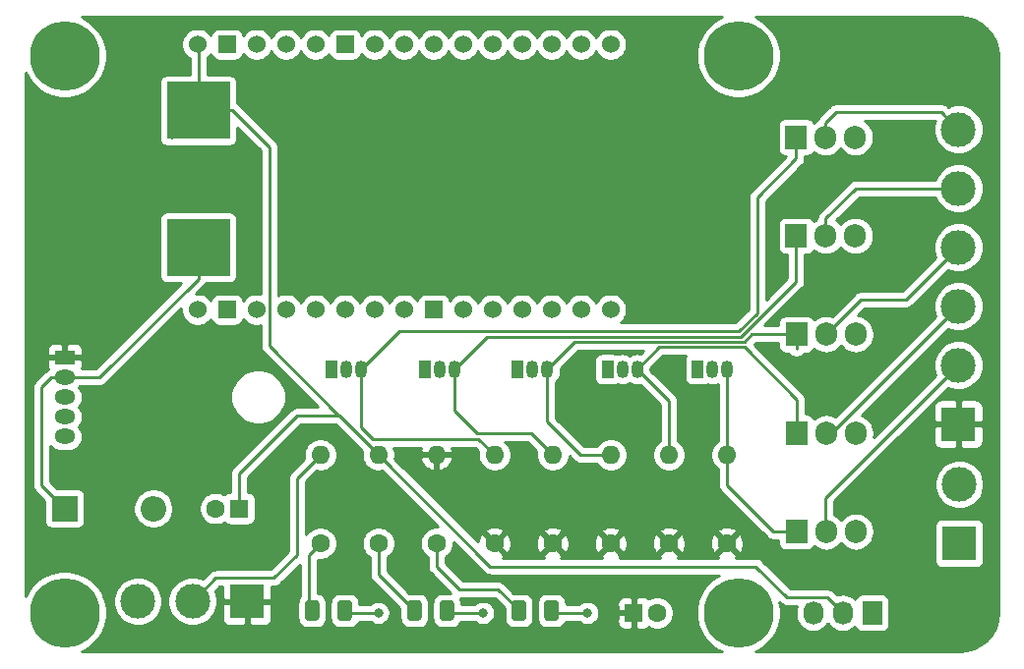
<source format=gbr>
%TF.GenerationSoftware,KiCad,Pcbnew,5.1.10-88a1d61d58~90~ubuntu20.04.1*%
%TF.CreationDate,2021-10-29T16:11:56-04:00*%
%TF.ProjectId,jrgbwww24,6a726762-7777-4773-9234-2e6b69636164,rev?*%
%TF.SameCoordinates,Original*%
%TF.FileFunction,Copper,L1,Top*%
%TF.FilePolarity,Positive*%
%FSLAX46Y46*%
G04 Gerber Fmt 4.6, Leading zero omitted, Abs format (unit mm)*
G04 Created by KiCad (PCBNEW 5.1.10-88a1d61d58~90~ubuntu20.04.1) date 2021-10-29 16:11:56*
%MOMM*%
%LPD*%
G01*
G04 APERTURE LIST*
%TA.AperFunction,ComponentPad*%
%ADD10O,2.200000X2.200000*%
%TD*%
%TA.AperFunction,ComponentPad*%
%ADD11R,2.200000X2.200000*%
%TD*%
%TA.AperFunction,ComponentPad*%
%ADD12O,1.050000X1.500000*%
%TD*%
%TA.AperFunction,ComponentPad*%
%ADD13R,1.050000X1.500000*%
%TD*%
%TA.AperFunction,ComponentPad*%
%ADD14O,1.730000X2.030000*%
%TD*%
%TA.AperFunction,ComponentPad*%
%ADD15R,1.730000X2.030000*%
%TD*%
%TA.AperFunction,ComponentPad*%
%ADD16O,1.800000X1.275000*%
%TD*%
%TA.AperFunction,ComponentPad*%
%ADD17R,1.800000X1.275000*%
%TD*%
%TA.AperFunction,ComponentPad*%
%ADD18C,3.000000*%
%TD*%
%TA.AperFunction,ComponentPad*%
%ADD19R,3.000000X3.000000*%
%TD*%
%TA.AperFunction,SMDPad,CuDef*%
%ADD20R,5.400000X4.900000*%
%TD*%
%TA.AperFunction,ComponentPad*%
%ADD21C,1.600000*%
%TD*%
%TA.AperFunction,ComponentPad*%
%ADD22R,1.600000X1.600000*%
%TD*%
%TA.AperFunction,ComponentPad*%
%ADD23O,1.905000X2.000000*%
%TD*%
%TA.AperFunction,ComponentPad*%
%ADD24R,1.905000X2.000000*%
%TD*%
%TA.AperFunction,ComponentPad*%
%ADD25C,6.000000*%
%TD*%
%TA.AperFunction,ComponentPad*%
%ADD26C,1.524000*%
%TD*%
%TA.AperFunction,ComponentPad*%
%ADD27R,1.524000X1.524000*%
%TD*%
%TA.AperFunction,ComponentPad*%
%ADD28O,1.600000X1.600000*%
%TD*%
%TA.AperFunction,ViaPad*%
%ADD29C,0.800000*%
%TD*%
%TA.AperFunction,Conductor*%
%ADD30C,0.250000*%
%TD*%
%TA.AperFunction,Conductor*%
%ADD31C,0.254000*%
%TD*%
%TA.AperFunction,Conductor*%
%ADD32C,0.100000*%
%TD*%
G04 APERTURE END LIST*
D10*
%TO.P,D4,2*%
%TO.N,Earth*%
X101620000Y-103000000D03*
D11*
%TO.P,D4,1*%
%TO.N,Net-(D4-Pad1)*%
X94000000Y-103000000D03*
%TD*%
D12*
%TO.P,Q5,2*%
%TO.N,/WW_SIGNAL*%
X118270000Y-91000000D03*
%TO.P,Q5,3*%
%TO.N,Net-(Q10-Pad1)*%
X119540000Y-91000000D03*
D13*
%TO.P,Q5,1*%
%TO.N,Earth*%
X117000000Y-91000000D03*
%TD*%
D12*
%TO.P,Q4,2*%
%TO.N,/CW_SIGNAL*%
X126270000Y-91000000D03*
%TO.P,Q4,3*%
%TO.N,Net-(Q4-Pad3)*%
X127540000Y-91000000D03*
D13*
%TO.P,Q4,1*%
%TO.N,Earth*%
X125000000Y-91000000D03*
%TD*%
D12*
%TO.P,Q3,2*%
%TO.N,/B_SIGNAL*%
X134270000Y-91000000D03*
%TO.P,Q3,3*%
%TO.N,Net-(Q3-Pad3)*%
X135540000Y-91000000D03*
D13*
%TO.P,Q3,1*%
%TO.N,Earth*%
X133000000Y-91000000D03*
%TD*%
D12*
%TO.P,Q2,2*%
%TO.N,/G_SIGNAL*%
X142000000Y-91000000D03*
%TO.P,Q2,3*%
%TO.N,Net-(Q2-Pad3)*%
X143270000Y-91000000D03*
D13*
%TO.P,Q2,1*%
%TO.N,Earth*%
X140730000Y-91000000D03*
%TD*%
D12*
%TO.P,Q1,2*%
%TO.N,/R_SIGNAL*%
X149770000Y-91000000D03*
%TO.P,Q1,3*%
%TO.N,Net-(Q1-Pad3)*%
X151040000Y-91000000D03*
D13*
%TO.P,Q1,1*%
%TO.N,Earth*%
X148500000Y-91000000D03*
%TD*%
D14*
%TO.P,J3,3*%
%TO.N,Net-(J3-Pad3)*%
X158420000Y-112000000D03*
%TO.P,J3,2*%
%TO.N,+5V*%
X160960000Y-112000000D03*
D15*
%TO.P,J3,1*%
%TO.N,Earth*%
X163500000Y-112000000D03*
%TD*%
D16*
%TO.P,U2,5*%
%TO.N,Earth*%
X94000000Y-96800000D03*
%TO.P,U2,4*%
%TO.N,+5V*%
X94000000Y-95100000D03*
%TO.P,U2,3*%
%TO.N,Earth*%
X94000000Y-93400000D03*
%TO.P,U2,2*%
%TO.N,Net-(D4-Pad1)*%
X94000000Y-91700000D03*
D17*
%TO.P,U2,1*%
%TO.N,+24V*%
X94000000Y-90000000D03*
%TD*%
D18*
%TO.P,SW1,3*%
%TO.N,Net-(SW1-Pad3)*%
X100300000Y-111000000D03*
%TO.P,SW1,2*%
%TO.N,VDD*%
X105000000Y-111000000D03*
D19*
%TO.P,SW1,1*%
%TO.N,+24V*%
X109700000Y-111000000D03*
%TD*%
D20*
%TO.P,L1,2*%
%TO.N,+5V*%
X105500000Y-68700000D03*
%TO.P,L1,1*%
%TO.N,Net-(D4-Pad1)*%
X105500000Y-80500000D03*
%TD*%
D18*
%TO.P,J1,2*%
%TO.N,VDD*%
X171000000Y-100920000D03*
D19*
%TO.P,J1,1*%
%TO.N,Earth*%
X171000000Y-106000000D03*
%TD*%
D21*
%TO.P,C2,2*%
%TO.N,Earth*%
X107000000Y-103000000D03*
D22*
%TO.P,C2,1*%
%TO.N,+5V*%
X109000000Y-103000000D03*
%TD*%
D21*
%TO.P,C1,2*%
%TO.N,Earth*%
X145000000Y-112000000D03*
D22*
%TO.P,C1,1*%
%TO.N,+24V*%
X143000000Y-112000000D03*
%TD*%
D23*
%TO.P,Q8,3*%
%TO.N,Earth*%
X162080000Y-88000000D03*
%TO.P,Q8,2*%
%TO.N,/B_GND*%
X159540000Y-88000000D03*
D24*
%TO.P,Q8,1*%
%TO.N,Net-(Q3-Pad3)*%
X157000000Y-88000000D03*
%TD*%
D23*
%TO.P,Q7,3*%
%TO.N,Earth*%
X162080000Y-96500000D03*
%TO.P,Q7,2*%
%TO.N,/G_GND*%
X159540000Y-96500000D03*
D24*
%TO.P,Q7,1*%
%TO.N,Net-(Q2-Pad3)*%
X157000000Y-96500000D03*
%TD*%
D23*
%TO.P,Q10,3*%
%TO.N,Earth*%
X162040000Y-71000000D03*
%TO.P,Q10,2*%
%TO.N,/WW_GND*%
X159500000Y-71000000D03*
D24*
%TO.P,Q10,1*%
%TO.N,Net-(Q10-Pad1)*%
X156960000Y-71000000D03*
%TD*%
D23*
%TO.P,Q9,3*%
%TO.N,Earth*%
X162040000Y-79500000D03*
%TO.P,Q9,2*%
%TO.N,/CW_GND*%
X159500000Y-79500000D03*
D24*
%TO.P,Q9,1*%
%TO.N,Net-(Q4-Pad3)*%
X156960000Y-79500000D03*
%TD*%
D23*
%TO.P,Q6,3*%
%TO.N,Earth*%
X162080000Y-105000000D03*
%TO.P,Q6,2*%
%TO.N,/R_GND*%
X159540000Y-105000000D03*
D24*
%TO.P,Q6,1*%
%TO.N,Net-(Q1-Pad3)*%
X157000000Y-105000000D03*
%TD*%
D25*
%TO.P,REF\u002A\u002A,1*%
%TO.N,N/C*%
X152000000Y-64000000D03*
%TD*%
%TO.P,REF\u002A\u002A,1*%
%TO.N,N/C*%
X152000000Y-112000000D03*
%TD*%
%TO.P,REF\u002A\u002A,1*%
%TO.N,N/C*%
X94000000Y-112000000D03*
%TD*%
%TO.P,REF\u002A\u002A,1*%
%TO.N,N/C*%
X94000000Y-64000000D03*
%TD*%
D26*
%TO.P,U1,30*%
%TO.N,Net-(U1-Pad30)*%
X105440000Y-85860000D03*
D27*
%TO.P,U1,29*%
%TO.N,Earth*%
X107980000Y-85860000D03*
D26*
%TO.P,U1,28*%
%TO.N,N/C*%
X110520000Y-85860000D03*
%TO.P,U1,27*%
%TO.N,Net-(U1-Pad27)*%
X113060000Y-85860000D03*
%TO.P,U1,26*%
%TO.N,/WW_SIGNAL*%
X115600000Y-85860000D03*
%TO.P,U1,25*%
%TO.N,/CW_SIGNAL*%
X118140000Y-85860000D03*
%TO.P,U1,24*%
%TO.N,/B_SIGNAL*%
X120680000Y-85860000D03*
%TO.P,U1,23*%
%TO.N,/G_SIGNAL*%
X123220000Y-85860000D03*
D27*
%TO.P,U1,22*%
%TO.N,Earth*%
X125760000Y-85860000D03*
D26*
%TO.P,U1,21*%
%TO.N,Net-(U1-Pad21)*%
X128300000Y-85860000D03*
%TO.P,U1,20*%
%TO.N,Net-(U1-Pad20)*%
X130840000Y-85860000D03*
%TO.P,U1,19*%
%TO.N,Net-(U1-Pad19)*%
X133380000Y-85860000D03*
%TO.P,U1,18*%
%TO.N,/R_SIGNAL*%
X135920000Y-85860000D03*
%TO.P,U1,17*%
%TO.N,Net-(U1-Pad17)*%
X138460000Y-85860000D03*
%TO.P,U1,16*%
%TO.N,Net-(U1-Pad16)*%
X141000000Y-85860000D03*
%TO.P,U1,15*%
%TO.N,+5V*%
X105440000Y-63000000D03*
D27*
%TO.P,U1,14*%
%TO.N,Earth*%
X107980000Y-63000000D03*
D26*
%TO.P,U1,13*%
%TO.N,Net-(U1-Pad13)*%
X110520000Y-63000000D03*
%TO.P,U1,12*%
%TO.N,Net-(U1-Pad12)*%
X113060000Y-63000000D03*
%TO.P,U1,11*%
%TO.N,Net-(U1-Pad11)*%
X115600000Y-63000000D03*
D27*
%TO.P,U1,10*%
%TO.N,Earth*%
X118140000Y-63000000D03*
D26*
%TO.P,U1,9*%
%TO.N,Net-(U1-Pad9)*%
X120680000Y-63000000D03*
%TO.P,U1,8*%
%TO.N,Net-(U1-Pad8)*%
X123220000Y-63000000D03*
%TO.P,U1,7*%
%TO.N,Net-(U1-Pad7)*%
X125760000Y-63000000D03*
%TO.P,U1,6*%
%TO.N,Net-(U1-Pad6)*%
X128300000Y-63000000D03*
%TO.P,U1,5*%
%TO.N,Net-(U1-Pad5)*%
X130840000Y-63000000D03*
%TO.P,U1,4*%
%TO.N,Net-(U1-Pad4)*%
X133380000Y-63000000D03*
%TO.P,U1,3*%
%TO.N,Net-(U1-Pad3)*%
X135920000Y-63000000D03*
%TO.P,U1,2*%
%TO.N,Net-(U1-Pad2)*%
X138460000Y-63000000D03*
%TO.P,U1,1*%
%TO.N,Net-(U1-Pad1)*%
X141000000Y-63000000D03*
%TD*%
D28*
%TO.P,R8,2*%
%TO.N,+24V*%
X126000000Y-98380000D03*
D21*
%TO.P,R8,1*%
%TO.N,Net-(D3-Pad2)*%
X126000000Y-106000000D03*
%TD*%
D28*
%TO.P,R7,2*%
%TO.N,+5V*%
X121000000Y-98380000D03*
D21*
%TO.P,R7,1*%
%TO.N,Net-(D2-Pad2)*%
X121000000Y-106000000D03*
%TD*%
D28*
%TO.P,R6,2*%
%TO.N,VDD*%
X116000000Y-98380000D03*
D21*
%TO.P,R6,1*%
%TO.N,Net-(D1-Pad2)*%
X116000000Y-106000000D03*
%TD*%
D28*
%TO.P,R5,2*%
%TO.N,Net-(Q10-Pad1)*%
X131000000Y-98380000D03*
D21*
%TO.P,R5,1*%
%TO.N,+24V*%
X131000000Y-106000000D03*
%TD*%
D28*
%TO.P,R4,2*%
%TO.N,Net-(Q4-Pad3)*%
X136000000Y-98380000D03*
D21*
%TO.P,R4,1*%
%TO.N,+24V*%
X136000000Y-106000000D03*
%TD*%
D28*
%TO.P,R3,2*%
%TO.N,Net-(Q3-Pad3)*%
X141000000Y-98380000D03*
D21*
%TO.P,R3,1*%
%TO.N,+24V*%
X141000000Y-106000000D03*
%TD*%
D28*
%TO.P,R2,2*%
%TO.N,Net-(Q2-Pad3)*%
X146000000Y-98380000D03*
D21*
%TO.P,R2,1*%
%TO.N,+24V*%
X146000000Y-106000000D03*
%TD*%
D28*
%TO.P,R1,2*%
%TO.N,Net-(Q1-Pad3)*%
X151000000Y-98380000D03*
D21*
%TO.P,R1,1*%
%TO.N,+24V*%
X151000000Y-106000000D03*
%TD*%
D18*
%TO.P,J2,6*%
%TO.N,/WW_GND*%
X170925300Y-70330600D03*
%TO.P,J2,5*%
%TO.N,/CW_GND*%
X170925300Y-75410600D03*
%TO.P,J2,4*%
%TO.N,/B_GND*%
X170925300Y-80490600D03*
D19*
%TO.P,J2,1*%
%TO.N,+24V*%
X170925300Y-95730600D03*
D18*
%TO.P,J2,3*%
%TO.N,/G_GND*%
X170925300Y-85570600D03*
%TO.P,J2,2*%
%TO.N,/R_GND*%
X170925300Y-90650600D03*
%TD*%
%TO.P,D3,2*%
%TO.N,Net-(D3-Pad2)*%
%TA.AperFunction,SMDPad,CuDef*%
G36*
G01*
X133725000Y-111175000D02*
X133725000Y-112425000D01*
G75*
G02*
X133475000Y-112675000I-250000J0D01*
G01*
X132725000Y-112675000D01*
G75*
G02*
X132475000Y-112425000I0J250000D01*
G01*
X132475000Y-111175000D01*
G75*
G02*
X132725000Y-110925000I250000J0D01*
G01*
X133475000Y-110925000D01*
G75*
G02*
X133725000Y-111175000I0J-250000D01*
G01*
G37*
%TD.AperFunction*%
%TO.P,D3,1*%
%TO.N,Earth*%
%TA.AperFunction,SMDPad,CuDef*%
G36*
G01*
X136525000Y-111175000D02*
X136525000Y-112425000D01*
G75*
G02*
X136275000Y-112675000I-250000J0D01*
G01*
X135525000Y-112675000D01*
G75*
G02*
X135275000Y-112425000I0J250000D01*
G01*
X135275000Y-111175000D01*
G75*
G02*
X135525000Y-110925000I250000J0D01*
G01*
X136275000Y-110925000D01*
G75*
G02*
X136525000Y-111175000I0J-250000D01*
G01*
G37*
%TD.AperFunction*%
%TD*%
%TO.P,D2,2*%
%TO.N,Net-(D2-Pad2)*%
%TA.AperFunction,SMDPad,CuDef*%
G36*
G01*
X124725000Y-111175000D02*
X124725000Y-112425000D01*
G75*
G02*
X124475000Y-112675000I-250000J0D01*
G01*
X123725000Y-112675000D01*
G75*
G02*
X123475000Y-112425000I0J250000D01*
G01*
X123475000Y-111175000D01*
G75*
G02*
X123725000Y-110925000I250000J0D01*
G01*
X124475000Y-110925000D01*
G75*
G02*
X124725000Y-111175000I0J-250000D01*
G01*
G37*
%TD.AperFunction*%
%TO.P,D2,1*%
%TO.N,Earth*%
%TA.AperFunction,SMDPad,CuDef*%
G36*
G01*
X127525000Y-111175000D02*
X127525000Y-112425000D01*
G75*
G02*
X127275000Y-112675000I-250000J0D01*
G01*
X126525000Y-112675000D01*
G75*
G02*
X126275000Y-112425000I0J250000D01*
G01*
X126275000Y-111175000D01*
G75*
G02*
X126525000Y-110925000I250000J0D01*
G01*
X127275000Y-110925000D01*
G75*
G02*
X127525000Y-111175000I0J-250000D01*
G01*
G37*
%TD.AperFunction*%
%TD*%
%TO.P,D1,2*%
%TO.N,Net-(D1-Pad2)*%
%TA.AperFunction,SMDPad,CuDef*%
G36*
G01*
X115925000Y-111175000D02*
X115925000Y-112425000D01*
G75*
G02*
X115675000Y-112675000I-250000J0D01*
G01*
X114925000Y-112675000D01*
G75*
G02*
X114675000Y-112425000I0J250000D01*
G01*
X114675000Y-111175000D01*
G75*
G02*
X114925000Y-110925000I250000J0D01*
G01*
X115675000Y-110925000D01*
G75*
G02*
X115925000Y-111175000I0J-250000D01*
G01*
G37*
%TD.AperFunction*%
%TO.P,D1,1*%
%TO.N,Earth*%
%TA.AperFunction,SMDPad,CuDef*%
G36*
G01*
X118725000Y-111175000D02*
X118725000Y-112425000D01*
G75*
G02*
X118475000Y-112675000I-250000J0D01*
G01*
X117725000Y-112675000D01*
G75*
G02*
X117475000Y-112425000I0J250000D01*
G01*
X117475000Y-111175000D01*
G75*
G02*
X117725000Y-110925000I250000J0D01*
G01*
X118475000Y-110925000D01*
G75*
G02*
X118725000Y-111175000I0J-250000D01*
G01*
G37*
%TD.AperFunction*%
%TD*%
D29*
%TO.N,Earth*%
X121000000Y-112000000D03*
X130000000Y-112000000D03*
X139000000Y-112000000D03*
%TD*%
D30*
%TO.N,Earth*%
X136100000Y-112000000D02*
X135900000Y-111800000D01*
X139000000Y-112000000D02*
X136100000Y-112000000D01*
X127100000Y-112000000D02*
X126900000Y-111800000D01*
X130000000Y-112000000D02*
X127100000Y-112000000D01*
X118300000Y-112000000D02*
X118100000Y-111800000D01*
X121000000Y-112000000D02*
X118300000Y-112000000D01*
%TO.N,+5V*%
X105500000Y-63060000D02*
X105440000Y-63000000D01*
X105500000Y-68700000D02*
X105500000Y-63060000D01*
X103200000Y-71000000D02*
X105500000Y-68700000D01*
X111607001Y-71857001D02*
X111607001Y-88987001D01*
X108450000Y-68700000D02*
X111607001Y-71857001D01*
X105500000Y-68700000D02*
X108450000Y-68700000D01*
X160960000Y-112000000D02*
X160960000Y-111960000D01*
X121000000Y-98380000D02*
X130620000Y-108000000D01*
X130620000Y-108000000D02*
X153500000Y-108000000D01*
X159619990Y-110659990D02*
X160960000Y-112000000D01*
X156159990Y-110659990D02*
X159619990Y-110659990D01*
X153500000Y-108000000D02*
X156159990Y-110659990D01*
X111607001Y-88987001D02*
X117600000Y-94980000D01*
X109000000Y-103000000D02*
X109000000Y-100000000D01*
X109000000Y-100000000D02*
X114000000Y-95000000D01*
X117620000Y-95000000D02*
X117810000Y-95190000D01*
X114000000Y-95000000D02*
X117620000Y-95000000D01*
X117810000Y-95190000D02*
X121000000Y-98380000D01*
X117600000Y-94980000D02*
X117810000Y-95190000D01*
%TO.N,Net-(D1-Pad2)*%
X116000000Y-106000000D02*
X115000000Y-107000000D01*
X115000000Y-111500000D02*
X115300000Y-111800000D01*
X115000000Y-107000000D02*
X115000000Y-111500000D01*
%TO.N,Net-(D2-Pad2)*%
X121000000Y-108700000D02*
X124100000Y-111800000D01*
X121000000Y-106000000D02*
X121000000Y-108700000D01*
%TO.N,Net-(D3-Pad2)*%
X131300000Y-110000000D02*
X133100000Y-111800000D01*
X128000000Y-110000000D02*
X131300000Y-110000000D01*
X126000000Y-108000000D02*
X128000000Y-110000000D01*
X126000000Y-106000000D02*
X126000000Y-108000000D01*
%TO.N,/WW_GND*%
X159500000Y-71000000D02*
X159500000Y-70952500D01*
X169425301Y-68830601D02*
X170925300Y-70330600D01*
X160419399Y-68830601D02*
X169425301Y-68830601D01*
X159500000Y-69750000D02*
X160419399Y-68830601D01*
X159500000Y-71000000D02*
X159500000Y-69750000D01*
%TO.N,/CW_GND*%
X159500000Y-79500000D02*
X159500000Y-78000000D01*
X162089400Y-75410600D02*
X170925300Y-75410600D01*
X159500000Y-78000000D02*
X162089400Y-75410600D01*
%TO.N,/B_GND*%
X159540000Y-88000000D02*
X162540000Y-85000000D01*
X166415900Y-85000000D02*
X170925300Y-80490600D01*
X162540000Y-85000000D02*
X166415900Y-85000000D01*
%TO.N,/G_GND*%
X159995900Y-96500000D02*
X170925300Y-85570600D01*
X159500000Y-96500000D02*
X159995900Y-96500000D01*
%TO.N,/R_GND*%
X159500000Y-102075900D02*
X170925300Y-90650600D01*
X159500000Y-105000000D02*
X159500000Y-102075900D01*
%TO.N,Net-(Q1-Pad3)*%
X156960000Y-105000000D02*
X156500000Y-105000000D01*
X151000000Y-91500000D02*
X151000000Y-98380000D01*
X157000000Y-105000000D02*
X155000000Y-105000000D01*
X151000000Y-101000000D02*
X151000000Y-98380000D01*
X155000000Y-105000000D02*
X151000000Y-101000000D01*
%TO.N,Net-(Q2-Pad3)*%
X146000000Y-93730000D02*
X143270000Y-91000000D01*
X146000000Y-98380000D02*
X146000000Y-93730000D01*
X157000000Y-96500000D02*
X157000000Y-93600000D01*
X157000000Y-93600000D02*
X152500000Y-89100000D01*
X145170000Y-89100000D02*
X143270000Y-91000000D01*
X152500000Y-89100000D02*
X145170000Y-89100000D01*
%TO.N,Net-(Q3-Pad3)*%
X157000000Y-88000000D02*
X157000000Y-89250000D01*
X141000000Y-98380000D02*
X138380000Y-98380000D01*
X135540000Y-95540000D02*
X135540000Y-91000000D01*
X138380000Y-98380000D02*
X135540000Y-95540000D01*
X157000000Y-88000000D02*
X153149990Y-88000000D01*
X137890010Y-88649990D02*
X135540000Y-91000000D01*
X152500000Y-88649990D02*
X137890010Y-88649990D01*
X153149990Y-88000000D02*
X152500000Y-88649990D01*
%TO.N,Net-(Q10-Pad1)*%
X119540000Y-96040000D02*
X119540000Y-91000000D01*
X120500000Y-97000000D02*
X119540000Y-96040000D01*
X129620000Y-97000000D02*
X120500000Y-97000000D01*
X131000000Y-98380000D02*
X129620000Y-97000000D01*
X156960000Y-71000000D02*
X156960000Y-72840000D01*
X153600000Y-76200000D02*
X153600000Y-86170360D01*
X156960000Y-72840000D02*
X153600000Y-76200000D01*
X122790030Y-87749970D02*
X119540000Y-91000000D01*
X152020390Y-87749970D02*
X122790030Y-87749970D01*
X153600000Y-86170360D02*
X152020390Y-87749970D01*
%TO.N,VDD*%
X105000000Y-111000000D02*
X107000000Y-109000000D01*
X107000000Y-109000000D02*
X112000000Y-109000000D01*
X112000000Y-109000000D02*
X114000000Y-107000000D01*
X114000000Y-100380000D02*
X116000000Y-98380000D01*
X114000000Y-107000000D02*
X114000000Y-100380000D01*
%TO.N,Net-(D4-Pad1)*%
X105500000Y-83200000D02*
X97000000Y-91700000D01*
X97000000Y-91700000D02*
X94000000Y-91700000D01*
X105500000Y-80500000D02*
X105500000Y-83200000D01*
X94000000Y-103000000D02*
X92000000Y-101000000D01*
X92850000Y-91700000D02*
X94000000Y-91700000D01*
X92000000Y-92550000D02*
X92850000Y-91700000D01*
X92000000Y-101000000D02*
X92000000Y-92550000D01*
%TO.N,Net-(Q4-Pad3)*%
X136000000Y-98380000D02*
X134120000Y-96500000D01*
X134120000Y-96500000D02*
X129500000Y-96500000D01*
X127540000Y-94540000D02*
X127540000Y-91000000D01*
X129500000Y-96500000D02*
X127540000Y-94540000D01*
X156960000Y-79500000D02*
X156960000Y-83446770D01*
X130340020Y-88199980D02*
X127540000Y-91000000D01*
X152206790Y-88199980D02*
X130340020Y-88199980D01*
X156960000Y-83446770D02*
X152206790Y-88199980D01*
%TD*%
D31*
%TO.N,+24V*%
X150278182Y-60778705D02*
X149682823Y-61176511D01*
X149176511Y-61682823D01*
X148778705Y-62278182D01*
X148504691Y-62939710D01*
X148365000Y-63641984D01*
X148365000Y-64358016D01*
X148504691Y-65060290D01*
X148778705Y-65721818D01*
X149176511Y-66317177D01*
X149682823Y-66823489D01*
X150278182Y-67221295D01*
X150939710Y-67495309D01*
X151641984Y-67635000D01*
X152358016Y-67635000D01*
X153060290Y-67495309D01*
X153721818Y-67221295D01*
X154317177Y-66823489D01*
X154823489Y-66317177D01*
X155221295Y-65721818D01*
X155495309Y-65060290D01*
X155635000Y-64358016D01*
X155635000Y-63641984D01*
X155495309Y-62939710D01*
X155221295Y-62278182D01*
X154823489Y-61682823D01*
X154317177Y-61176511D01*
X153721818Y-60778705D01*
X153435239Y-60660000D01*
X170967722Y-60660000D01*
X171648126Y-60726714D01*
X172271572Y-60914943D01*
X172846579Y-61220681D01*
X173351247Y-61632279D01*
X173766362Y-62134067D01*
X174076105Y-62706924D01*
X174268682Y-63329039D01*
X174340000Y-64007584D01*
X174340001Y-111967711D01*
X174273286Y-112648126D01*
X174085057Y-113271570D01*
X173779323Y-113846573D01*
X173367721Y-114351248D01*
X172865933Y-114766362D01*
X172293077Y-115076104D01*
X171670961Y-115268682D01*
X170992417Y-115340000D01*
X153435239Y-115340000D01*
X153721818Y-115221295D01*
X154317177Y-114823489D01*
X154823489Y-114317177D01*
X155221295Y-113721818D01*
X155495309Y-113060290D01*
X155635000Y-112358016D01*
X155635000Y-111641984D01*
X155527688Y-111102490D01*
X155596190Y-111170992D01*
X155619989Y-111199991D01*
X155648987Y-111223789D01*
X155735713Y-111294964D01*
X155842649Y-111352123D01*
X155867743Y-111365536D01*
X156011004Y-111408993D01*
X156122657Y-111419990D01*
X156122667Y-111419990D01*
X156159990Y-111423666D01*
X156197313Y-111419990D01*
X156982947Y-111419990D01*
X156941705Y-111555949D01*
X156920000Y-111776320D01*
X156920000Y-112223679D01*
X156941705Y-112444050D01*
X157027476Y-112726801D01*
X157166762Y-112987386D01*
X157354208Y-113215792D01*
X157582613Y-113403238D01*
X157843198Y-113542524D01*
X158125949Y-113628295D01*
X158420000Y-113657257D01*
X158714050Y-113628295D01*
X158996801Y-113542524D01*
X159257386Y-113403238D01*
X159485792Y-113215792D01*
X159673238Y-112987387D01*
X159690000Y-112956027D01*
X159706762Y-112987386D01*
X159894208Y-113215792D01*
X160122613Y-113403238D01*
X160383198Y-113542524D01*
X160665949Y-113628295D01*
X160960000Y-113657257D01*
X161254050Y-113628295D01*
X161536801Y-113542524D01*
X161797386Y-113403238D01*
X162025792Y-113215792D01*
X162030570Y-113209970D01*
X162045498Y-113259180D01*
X162104463Y-113369494D01*
X162183815Y-113466185D01*
X162280506Y-113545537D01*
X162390820Y-113604502D01*
X162510518Y-113640812D01*
X162635000Y-113653072D01*
X164365000Y-113653072D01*
X164489482Y-113640812D01*
X164609180Y-113604502D01*
X164719494Y-113545537D01*
X164816185Y-113466185D01*
X164895537Y-113369494D01*
X164954502Y-113259180D01*
X164990812Y-113139482D01*
X165003072Y-113015000D01*
X165003072Y-110985000D01*
X164990812Y-110860518D01*
X164954502Y-110740820D01*
X164895537Y-110630506D01*
X164816185Y-110533815D01*
X164719494Y-110454463D01*
X164609180Y-110395498D01*
X164489482Y-110359188D01*
X164365000Y-110346928D01*
X162635000Y-110346928D01*
X162510518Y-110359188D01*
X162390820Y-110395498D01*
X162280506Y-110454463D01*
X162183815Y-110533815D01*
X162104463Y-110630506D01*
X162045498Y-110740820D01*
X162030570Y-110790030D01*
X162025792Y-110784208D01*
X161797387Y-110596762D01*
X161536802Y-110457476D01*
X161254051Y-110371705D01*
X160960000Y-110342743D01*
X160665950Y-110371705D01*
X160466890Y-110432089D01*
X160183794Y-110148993D01*
X160159991Y-110119989D01*
X160044266Y-110025016D01*
X159912237Y-109954444D01*
X159768976Y-109910987D01*
X159657323Y-109899990D01*
X159657312Y-109899990D01*
X159619990Y-109896314D01*
X159582668Y-109899990D01*
X156474792Y-109899990D01*
X154063804Y-107489003D01*
X154040001Y-107459999D01*
X153924276Y-107365026D01*
X153792247Y-107294454D01*
X153648986Y-107250997D01*
X153537333Y-107240000D01*
X153537322Y-107240000D01*
X153500000Y-107236324D01*
X153462678Y-107240000D01*
X151735286Y-107240000D01*
X151741514Y-107236671D01*
X151813097Y-106992702D01*
X151000000Y-106179605D01*
X150186903Y-106992702D01*
X150258486Y-107236671D01*
X150265522Y-107240000D01*
X146735286Y-107240000D01*
X146741514Y-107236671D01*
X146813097Y-106992702D01*
X146000000Y-106179605D01*
X145186903Y-106992702D01*
X145258486Y-107236671D01*
X145265522Y-107240000D01*
X141735286Y-107240000D01*
X141741514Y-107236671D01*
X141813097Y-106992702D01*
X141000000Y-106179605D01*
X140186903Y-106992702D01*
X140258486Y-107236671D01*
X140265522Y-107240000D01*
X136735286Y-107240000D01*
X136741514Y-107236671D01*
X136813097Y-106992702D01*
X136000000Y-106179605D01*
X135186903Y-106992702D01*
X135258486Y-107236671D01*
X135265522Y-107240000D01*
X131735286Y-107240000D01*
X131741514Y-107236671D01*
X131813097Y-106992702D01*
X131000000Y-106179605D01*
X130985858Y-106193748D01*
X130806253Y-106014143D01*
X130820395Y-106000000D01*
X131179605Y-106000000D01*
X131992702Y-106813097D01*
X132236671Y-106741514D01*
X132357571Y-106486004D01*
X132426300Y-106211816D01*
X132433265Y-106070512D01*
X134559783Y-106070512D01*
X134601213Y-106350130D01*
X134696397Y-106616292D01*
X134763329Y-106741514D01*
X135007298Y-106813097D01*
X135820395Y-106000000D01*
X136179605Y-106000000D01*
X136992702Y-106813097D01*
X137236671Y-106741514D01*
X137357571Y-106486004D01*
X137426300Y-106211816D01*
X137433265Y-106070512D01*
X139559783Y-106070512D01*
X139601213Y-106350130D01*
X139696397Y-106616292D01*
X139763329Y-106741514D01*
X140007298Y-106813097D01*
X140820395Y-106000000D01*
X141179605Y-106000000D01*
X141992702Y-106813097D01*
X142236671Y-106741514D01*
X142357571Y-106486004D01*
X142426300Y-106211816D01*
X142433265Y-106070512D01*
X144559783Y-106070512D01*
X144601213Y-106350130D01*
X144696397Y-106616292D01*
X144763329Y-106741514D01*
X145007298Y-106813097D01*
X145820395Y-106000000D01*
X146179605Y-106000000D01*
X146992702Y-106813097D01*
X147236671Y-106741514D01*
X147357571Y-106486004D01*
X147426300Y-106211816D01*
X147433265Y-106070512D01*
X149559783Y-106070512D01*
X149601213Y-106350130D01*
X149696397Y-106616292D01*
X149763329Y-106741514D01*
X150007298Y-106813097D01*
X150820395Y-106000000D01*
X151179605Y-106000000D01*
X151992702Y-106813097D01*
X152236671Y-106741514D01*
X152357571Y-106486004D01*
X152426300Y-106211816D01*
X152440217Y-105929488D01*
X152398787Y-105649870D01*
X152303603Y-105383708D01*
X152236671Y-105258486D01*
X151992702Y-105186903D01*
X151179605Y-106000000D01*
X150820395Y-106000000D01*
X150007298Y-105186903D01*
X149763329Y-105258486D01*
X149642429Y-105513996D01*
X149573700Y-105788184D01*
X149559783Y-106070512D01*
X147433265Y-106070512D01*
X147440217Y-105929488D01*
X147398787Y-105649870D01*
X147303603Y-105383708D01*
X147236671Y-105258486D01*
X146992702Y-105186903D01*
X146179605Y-106000000D01*
X145820395Y-106000000D01*
X145007298Y-105186903D01*
X144763329Y-105258486D01*
X144642429Y-105513996D01*
X144573700Y-105788184D01*
X144559783Y-106070512D01*
X142433265Y-106070512D01*
X142440217Y-105929488D01*
X142398787Y-105649870D01*
X142303603Y-105383708D01*
X142236671Y-105258486D01*
X141992702Y-105186903D01*
X141179605Y-106000000D01*
X140820395Y-106000000D01*
X140007298Y-105186903D01*
X139763329Y-105258486D01*
X139642429Y-105513996D01*
X139573700Y-105788184D01*
X139559783Y-106070512D01*
X137433265Y-106070512D01*
X137440217Y-105929488D01*
X137398787Y-105649870D01*
X137303603Y-105383708D01*
X137236671Y-105258486D01*
X136992702Y-105186903D01*
X136179605Y-106000000D01*
X135820395Y-106000000D01*
X135007298Y-105186903D01*
X134763329Y-105258486D01*
X134642429Y-105513996D01*
X134573700Y-105788184D01*
X134559783Y-106070512D01*
X132433265Y-106070512D01*
X132440217Y-105929488D01*
X132398787Y-105649870D01*
X132303603Y-105383708D01*
X132236671Y-105258486D01*
X131992702Y-105186903D01*
X131179605Y-106000000D01*
X130820395Y-106000000D01*
X130007298Y-105186903D01*
X129763329Y-105258486D01*
X129642429Y-105513996D01*
X129573700Y-105788184D01*
X129569438Y-105874636D01*
X128702100Y-105007298D01*
X130186903Y-105007298D01*
X131000000Y-105820395D01*
X131813097Y-105007298D01*
X135186903Y-105007298D01*
X136000000Y-105820395D01*
X136813097Y-105007298D01*
X140186903Y-105007298D01*
X141000000Y-105820395D01*
X141813097Y-105007298D01*
X145186903Y-105007298D01*
X146000000Y-105820395D01*
X146813097Y-105007298D01*
X150186903Y-105007298D01*
X151000000Y-105820395D01*
X151813097Y-105007298D01*
X151741514Y-104763329D01*
X151486004Y-104642429D01*
X151211816Y-104573700D01*
X150929488Y-104559783D01*
X150649870Y-104601213D01*
X150383708Y-104696397D01*
X150258486Y-104763329D01*
X150186903Y-105007298D01*
X146813097Y-105007298D01*
X146741514Y-104763329D01*
X146486004Y-104642429D01*
X146211816Y-104573700D01*
X145929488Y-104559783D01*
X145649870Y-104601213D01*
X145383708Y-104696397D01*
X145258486Y-104763329D01*
X145186903Y-105007298D01*
X141813097Y-105007298D01*
X141741514Y-104763329D01*
X141486004Y-104642429D01*
X141211816Y-104573700D01*
X140929488Y-104559783D01*
X140649870Y-104601213D01*
X140383708Y-104696397D01*
X140258486Y-104763329D01*
X140186903Y-105007298D01*
X136813097Y-105007298D01*
X136741514Y-104763329D01*
X136486004Y-104642429D01*
X136211816Y-104573700D01*
X135929488Y-104559783D01*
X135649870Y-104601213D01*
X135383708Y-104696397D01*
X135258486Y-104763329D01*
X135186903Y-105007298D01*
X131813097Y-105007298D01*
X131741514Y-104763329D01*
X131486004Y-104642429D01*
X131211816Y-104573700D01*
X130929488Y-104559783D01*
X130649870Y-104601213D01*
X130383708Y-104696397D01*
X130258486Y-104763329D01*
X130186903Y-105007298D01*
X128702100Y-105007298D01*
X122423842Y-98729040D01*
X124608091Y-98729040D01*
X124702930Y-98993881D01*
X124847615Y-99235131D01*
X125036586Y-99443519D01*
X125262580Y-99611037D01*
X125516913Y-99731246D01*
X125650961Y-99771904D01*
X125873000Y-99649915D01*
X125873000Y-98507000D01*
X126127000Y-98507000D01*
X126127000Y-99649915D01*
X126349039Y-99771904D01*
X126483087Y-99731246D01*
X126737420Y-99611037D01*
X126963414Y-99443519D01*
X127152385Y-99235131D01*
X127297070Y-98993881D01*
X127391909Y-98729040D01*
X127270624Y-98507000D01*
X126127000Y-98507000D01*
X125873000Y-98507000D01*
X124729376Y-98507000D01*
X124608091Y-98729040D01*
X122423842Y-98729040D01*
X122398688Y-98703887D01*
X122435000Y-98521335D01*
X122435000Y-98238665D01*
X122379853Y-97961426D01*
X122296420Y-97760000D01*
X124706600Y-97760000D01*
X124702930Y-97766119D01*
X124608091Y-98030960D01*
X124729376Y-98253000D01*
X125873000Y-98253000D01*
X125873000Y-98233000D01*
X126127000Y-98233000D01*
X126127000Y-98253000D01*
X127270624Y-98253000D01*
X127391909Y-98030960D01*
X127297070Y-97766119D01*
X127293400Y-97760000D01*
X129305199Y-97760000D01*
X129601312Y-98056114D01*
X129565000Y-98238665D01*
X129565000Y-98521335D01*
X129620147Y-98798574D01*
X129728320Y-99059727D01*
X129885363Y-99294759D01*
X130085241Y-99494637D01*
X130320273Y-99651680D01*
X130581426Y-99759853D01*
X130858665Y-99815000D01*
X131141335Y-99815000D01*
X131418574Y-99759853D01*
X131679727Y-99651680D01*
X131914759Y-99494637D01*
X132114637Y-99294759D01*
X132271680Y-99059727D01*
X132379853Y-98798574D01*
X132435000Y-98521335D01*
X132435000Y-98238665D01*
X132379853Y-97961426D01*
X132271680Y-97700273D01*
X132114637Y-97465241D01*
X131914759Y-97265363D01*
X131906733Y-97260000D01*
X133805199Y-97260000D01*
X134601312Y-98056114D01*
X134565000Y-98238665D01*
X134565000Y-98521335D01*
X134620147Y-98798574D01*
X134728320Y-99059727D01*
X134885363Y-99294759D01*
X135085241Y-99494637D01*
X135320273Y-99651680D01*
X135581426Y-99759853D01*
X135858665Y-99815000D01*
X136141335Y-99815000D01*
X136418574Y-99759853D01*
X136679727Y-99651680D01*
X136914759Y-99494637D01*
X137114637Y-99294759D01*
X137271680Y-99059727D01*
X137379853Y-98798574D01*
X137435000Y-98521335D01*
X137435000Y-98509802D01*
X137816200Y-98891002D01*
X137839999Y-98920001D01*
X137868997Y-98943799D01*
X137955724Y-99014974D01*
X138087753Y-99085546D01*
X138231014Y-99129003D01*
X138380000Y-99143677D01*
X138417333Y-99140000D01*
X139781957Y-99140000D01*
X139885363Y-99294759D01*
X140085241Y-99494637D01*
X140320273Y-99651680D01*
X140581426Y-99759853D01*
X140858665Y-99815000D01*
X141141335Y-99815000D01*
X141418574Y-99759853D01*
X141679727Y-99651680D01*
X141914759Y-99494637D01*
X142114637Y-99294759D01*
X142271680Y-99059727D01*
X142379853Y-98798574D01*
X142435000Y-98521335D01*
X142435000Y-98238665D01*
X142379853Y-97961426D01*
X142271680Y-97700273D01*
X142114637Y-97465241D01*
X141914759Y-97265363D01*
X141679727Y-97108320D01*
X141418574Y-97000147D01*
X141141335Y-96945000D01*
X140858665Y-96945000D01*
X140581426Y-97000147D01*
X140320273Y-97108320D01*
X140085241Y-97265363D01*
X139885363Y-97465241D01*
X139781957Y-97620000D01*
X138694802Y-97620000D01*
X136300000Y-95225199D01*
X136300000Y-92101909D01*
X136364212Y-92049212D01*
X136509171Y-91872579D01*
X136616885Y-91671059D01*
X136683215Y-91452399D01*
X136700000Y-91281978D01*
X136700000Y-90914801D01*
X138204812Y-89409990D01*
X143785208Y-89409990D01*
X143548049Y-89647150D01*
X143497399Y-89631785D01*
X143270000Y-89609388D01*
X143042600Y-89631785D01*
X142823940Y-89698115D01*
X142634999Y-89799106D01*
X142446059Y-89698115D01*
X142227399Y-89631785D01*
X142000000Y-89609388D01*
X141772600Y-89631785D01*
X141563902Y-89695093D01*
X141499180Y-89660498D01*
X141379482Y-89624188D01*
X141255000Y-89611928D01*
X140205000Y-89611928D01*
X140080518Y-89624188D01*
X139960820Y-89660498D01*
X139850506Y-89719463D01*
X139753815Y-89798815D01*
X139674463Y-89895506D01*
X139615498Y-90005820D01*
X139579188Y-90125518D01*
X139566928Y-90250000D01*
X139566928Y-91750000D01*
X139579188Y-91874482D01*
X139615498Y-91994180D01*
X139674463Y-92104494D01*
X139753815Y-92201185D01*
X139850506Y-92280537D01*
X139960820Y-92339502D01*
X140080518Y-92375812D01*
X140205000Y-92388072D01*
X141255000Y-92388072D01*
X141379482Y-92375812D01*
X141499180Y-92339502D01*
X141563902Y-92304907D01*
X141772601Y-92368215D01*
X142000000Y-92390612D01*
X142227400Y-92368215D01*
X142446060Y-92301885D01*
X142635001Y-92200894D01*
X142823941Y-92301885D01*
X143042601Y-92368215D01*
X143270000Y-92390612D01*
X143497400Y-92368215D01*
X143548049Y-92352851D01*
X145240001Y-94044803D01*
X145240000Y-97161956D01*
X145085241Y-97265363D01*
X144885363Y-97465241D01*
X144728320Y-97700273D01*
X144620147Y-97961426D01*
X144565000Y-98238665D01*
X144565000Y-98521335D01*
X144620147Y-98798574D01*
X144728320Y-99059727D01*
X144885363Y-99294759D01*
X145085241Y-99494637D01*
X145320273Y-99651680D01*
X145581426Y-99759853D01*
X145858665Y-99815000D01*
X146141335Y-99815000D01*
X146418574Y-99759853D01*
X146679727Y-99651680D01*
X146914759Y-99494637D01*
X147114637Y-99294759D01*
X147271680Y-99059727D01*
X147379853Y-98798574D01*
X147435000Y-98521335D01*
X147435000Y-98238665D01*
X147379853Y-97961426D01*
X147271680Y-97700273D01*
X147114637Y-97465241D01*
X146914759Y-97265363D01*
X146760000Y-97161957D01*
X146760000Y-93767322D01*
X146763676Y-93729999D01*
X146760000Y-93692676D01*
X146760000Y-93692667D01*
X146749003Y-93581014D01*
X146705546Y-93437753D01*
X146685366Y-93400000D01*
X146634974Y-93305723D01*
X146563799Y-93218997D01*
X146540001Y-93189999D01*
X146511003Y-93166201D01*
X144430000Y-91085199D01*
X144430000Y-90914801D01*
X145484802Y-89860000D01*
X147473602Y-89860000D01*
X147444463Y-89895506D01*
X147385498Y-90005820D01*
X147349188Y-90125518D01*
X147336928Y-90250000D01*
X147336928Y-91750000D01*
X147349188Y-91874482D01*
X147385498Y-91994180D01*
X147444463Y-92104494D01*
X147523815Y-92201185D01*
X147620506Y-92280537D01*
X147730820Y-92339502D01*
X147850518Y-92375812D01*
X147975000Y-92388072D01*
X149025000Y-92388072D01*
X149149482Y-92375812D01*
X149269180Y-92339502D01*
X149333902Y-92304907D01*
X149542601Y-92368215D01*
X149770000Y-92390612D01*
X149997400Y-92368215D01*
X150216060Y-92301885D01*
X150240000Y-92289089D01*
X150240001Y-97161956D01*
X150085241Y-97265363D01*
X149885363Y-97465241D01*
X149728320Y-97700273D01*
X149620147Y-97961426D01*
X149565000Y-98238665D01*
X149565000Y-98521335D01*
X149620147Y-98798574D01*
X149728320Y-99059727D01*
X149885363Y-99294759D01*
X150085241Y-99494637D01*
X150240001Y-99598044D01*
X150240000Y-100962677D01*
X150236324Y-101000000D01*
X150240000Y-101037322D01*
X150240000Y-101037332D01*
X150250997Y-101148985D01*
X150286189Y-101265000D01*
X150294454Y-101292246D01*
X150365026Y-101424276D01*
X150385165Y-101448815D01*
X150459999Y-101540001D01*
X150489003Y-101563804D01*
X154436201Y-105511003D01*
X154459999Y-105540001D01*
X154575724Y-105634974D01*
X154707753Y-105705546D01*
X154851014Y-105749003D01*
X154962667Y-105760000D01*
X154962676Y-105760000D01*
X154999999Y-105763676D01*
X155037322Y-105760000D01*
X155409428Y-105760000D01*
X155409428Y-106000000D01*
X155421688Y-106124482D01*
X155457998Y-106244180D01*
X155516963Y-106354494D01*
X155596315Y-106451185D01*
X155693006Y-106530537D01*
X155803320Y-106589502D01*
X155923018Y-106625812D01*
X156047500Y-106638072D01*
X157952500Y-106638072D01*
X158076982Y-106625812D01*
X158196680Y-106589502D01*
X158306994Y-106530537D01*
X158403685Y-106451185D01*
X158483037Y-106354494D01*
X158527905Y-106270553D01*
X158653766Y-106373845D01*
X158929552Y-106521255D01*
X159228797Y-106612030D01*
X159540000Y-106642681D01*
X159851204Y-106612030D01*
X160150449Y-106521255D01*
X160426235Y-106373845D01*
X160667963Y-106175463D01*
X160810000Y-106002391D01*
X160952037Y-106175463D01*
X161193766Y-106373845D01*
X161469552Y-106521255D01*
X161768797Y-106612030D01*
X162080000Y-106642681D01*
X162391204Y-106612030D01*
X162690449Y-106521255D01*
X162966235Y-106373845D01*
X163207963Y-106175463D01*
X163406345Y-105933734D01*
X163553755Y-105657948D01*
X163644530Y-105358703D01*
X163667500Y-105125485D01*
X163667500Y-104874514D01*
X163644530Y-104641296D01*
X163601669Y-104500000D01*
X168861928Y-104500000D01*
X168861928Y-107500000D01*
X168874188Y-107624482D01*
X168910498Y-107744180D01*
X168969463Y-107854494D01*
X169048815Y-107951185D01*
X169145506Y-108030537D01*
X169255820Y-108089502D01*
X169375518Y-108125812D01*
X169500000Y-108138072D01*
X172500000Y-108138072D01*
X172624482Y-108125812D01*
X172744180Y-108089502D01*
X172854494Y-108030537D01*
X172951185Y-107951185D01*
X173030537Y-107854494D01*
X173089502Y-107744180D01*
X173125812Y-107624482D01*
X173138072Y-107500000D01*
X173138072Y-104500000D01*
X173125812Y-104375518D01*
X173089502Y-104255820D01*
X173030537Y-104145506D01*
X172951185Y-104048815D01*
X172854494Y-103969463D01*
X172744180Y-103910498D01*
X172624482Y-103874188D01*
X172500000Y-103861928D01*
X169500000Y-103861928D01*
X169375518Y-103874188D01*
X169255820Y-103910498D01*
X169145506Y-103969463D01*
X169048815Y-104048815D01*
X168969463Y-104145506D01*
X168910498Y-104255820D01*
X168874188Y-104375518D01*
X168861928Y-104500000D01*
X163601669Y-104500000D01*
X163553755Y-104342051D01*
X163406345Y-104066265D01*
X163207963Y-103824537D01*
X162966234Y-103626155D01*
X162690448Y-103478745D01*
X162391203Y-103387970D01*
X162080000Y-103357319D01*
X161768796Y-103387970D01*
X161469551Y-103478745D01*
X161193765Y-103626155D01*
X160952037Y-103824537D01*
X160810000Y-103997609D01*
X160667963Y-103824537D01*
X160426234Y-103626155D01*
X160260000Y-103537301D01*
X160260000Y-102390701D01*
X161940980Y-100709721D01*
X168865000Y-100709721D01*
X168865000Y-101130279D01*
X168947047Y-101542756D01*
X169107988Y-101931302D01*
X169341637Y-102280983D01*
X169639017Y-102578363D01*
X169988698Y-102812012D01*
X170377244Y-102972953D01*
X170789721Y-103055000D01*
X171210279Y-103055000D01*
X171622756Y-102972953D01*
X172011302Y-102812012D01*
X172360983Y-102578363D01*
X172658363Y-102280983D01*
X172892012Y-101931302D01*
X173052953Y-101542756D01*
X173135000Y-101130279D01*
X173135000Y-100709721D01*
X173052953Y-100297244D01*
X172892012Y-99908698D01*
X172658363Y-99559017D01*
X172360983Y-99261637D01*
X172011302Y-99027988D01*
X171622756Y-98867047D01*
X171210279Y-98785000D01*
X170789721Y-98785000D01*
X170377244Y-98867047D01*
X169988698Y-99027988D01*
X169639017Y-99261637D01*
X169341637Y-99559017D01*
X169107988Y-99908698D01*
X168947047Y-100297244D01*
X168865000Y-100709721D01*
X161940980Y-100709721D01*
X165420101Y-97230600D01*
X168787228Y-97230600D01*
X168799488Y-97355082D01*
X168835798Y-97474780D01*
X168894763Y-97585094D01*
X168974115Y-97681785D01*
X169070806Y-97761137D01*
X169181120Y-97820102D01*
X169300818Y-97856412D01*
X169425300Y-97868672D01*
X170639550Y-97865600D01*
X170798300Y-97706850D01*
X170798300Y-95857600D01*
X171052300Y-95857600D01*
X171052300Y-97706850D01*
X171211050Y-97865600D01*
X172425300Y-97868672D01*
X172549782Y-97856412D01*
X172669480Y-97820102D01*
X172779794Y-97761137D01*
X172876485Y-97681785D01*
X172955837Y-97585094D01*
X173014802Y-97474780D01*
X173051112Y-97355082D01*
X173063372Y-97230600D01*
X173060300Y-96016350D01*
X172901550Y-95857600D01*
X171052300Y-95857600D01*
X170798300Y-95857600D01*
X168949050Y-95857600D01*
X168790300Y-96016350D01*
X168787228Y-97230600D01*
X165420101Y-97230600D01*
X168420101Y-94230600D01*
X168787228Y-94230600D01*
X168790300Y-95444850D01*
X168949050Y-95603600D01*
X170798300Y-95603600D01*
X170798300Y-93754350D01*
X171052300Y-93754350D01*
X171052300Y-95603600D01*
X172901550Y-95603600D01*
X173060300Y-95444850D01*
X173063372Y-94230600D01*
X173051112Y-94106118D01*
X173014802Y-93986420D01*
X172955837Y-93876106D01*
X172876485Y-93779415D01*
X172779794Y-93700063D01*
X172669480Y-93641098D01*
X172549782Y-93604788D01*
X172425300Y-93592528D01*
X171211050Y-93595600D01*
X171052300Y-93754350D01*
X170798300Y-93754350D01*
X170639550Y-93595600D01*
X169425300Y-93592528D01*
X169300818Y-93604788D01*
X169181120Y-93641098D01*
X169070806Y-93700063D01*
X168974115Y-93779415D01*
X168894763Y-93876106D01*
X168835798Y-93986420D01*
X168799488Y-94106118D01*
X168787228Y-94230600D01*
X168420101Y-94230600D01*
X170051242Y-92599460D01*
X170302544Y-92703553D01*
X170715021Y-92785600D01*
X171135579Y-92785600D01*
X171548056Y-92703553D01*
X171936602Y-92542612D01*
X172286283Y-92308963D01*
X172583663Y-92011583D01*
X172817312Y-91661902D01*
X172978253Y-91273356D01*
X173060300Y-90860879D01*
X173060300Y-90440321D01*
X172978253Y-90027844D01*
X172817312Y-89639298D01*
X172583663Y-89289617D01*
X172286283Y-88992237D01*
X171936602Y-88758588D01*
X171548056Y-88597647D01*
X171135579Y-88515600D01*
X170715021Y-88515600D01*
X170302544Y-88597647D01*
X169913998Y-88758588D01*
X169564317Y-88992237D01*
X169266937Y-89289617D01*
X169033288Y-89639298D01*
X168872347Y-90027844D01*
X168790300Y-90440321D01*
X168790300Y-90860879D01*
X168872347Y-91273356D01*
X168976440Y-91524658D01*
X163644763Y-96856335D01*
X163667500Y-96625485D01*
X163667500Y-96374514D01*
X163644530Y-96141296D01*
X163553755Y-95842051D01*
X163406345Y-95566265D01*
X163207963Y-95324537D01*
X162966234Y-95126155D01*
X162690448Y-94978745D01*
X162614880Y-94955822D01*
X170051242Y-87519460D01*
X170302544Y-87623553D01*
X170715021Y-87705600D01*
X171135579Y-87705600D01*
X171548056Y-87623553D01*
X171936602Y-87462612D01*
X172286283Y-87228963D01*
X172583663Y-86931583D01*
X172817312Y-86581902D01*
X172978253Y-86193356D01*
X173060300Y-85780879D01*
X173060300Y-85360321D01*
X172978253Y-84947844D01*
X172817312Y-84559298D01*
X172583663Y-84209617D01*
X172286283Y-83912237D01*
X171936602Y-83678588D01*
X171548056Y-83517647D01*
X171135579Y-83435600D01*
X170715021Y-83435600D01*
X170302544Y-83517647D01*
X169913998Y-83678588D01*
X169564317Y-83912237D01*
X169266937Y-84209617D01*
X169033288Y-84559298D01*
X168872347Y-84947844D01*
X168790300Y-85360321D01*
X168790300Y-85780879D01*
X168872347Y-86193356D01*
X168976440Y-86444658D01*
X160340676Y-95080423D01*
X160150448Y-94978745D01*
X159851203Y-94887970D01*
X159540000Y-94857319D01*
X159228796Y-94887970D01*
X158929551Y-94978745D01*
X158653765Y-95126155D01*
X158527905Y-95229446D01*
X158483037Y-95145506D01*
X158403685Y-95048815D01*
X158306994Y-94969463D01*
X158196680Y-94910498D01*
X158076982Y-94874188D01*
X157952500Y-94861928D01*
X157760000Y-94861928D01*
X157760000Y-93637322D01*
X157763676Y-93599999D01*
X157760000Y-93562676D01*
X157760000Y-93562667D01*
X157749003Y-93451014D01*
X157705546Y-93307753D01*
X157700868Y-93299002D01*
X157634974Y-93175723D01*
X157563799Y-93088997D01*
X157540001Y-93059999D01*
X157511003Y-93036201D01*
X153349796Y-88874995D01*
X153464792Y-88760000D01*
X155409428Y-88760000D01*
X155409428Y-89000000D01*
X155421688Y-89124482D01*
X155457998Y-89244180D01*
X155516963Y-89354494D01*
X155596315Y-89451185D01*
X155693006Y-89530537D01*
X155803320Y-89589502D01*
X155923018Y-89625812D01*
X156047500Y-89638072D01*
X156345675Y-89638072D01*
X156365027Y-89674276D01*
X156460000Y-89790001D01*
X156575725Y-89884974D01*
X156707754Y-89955546D01*
X156851015Y-89999003D01*
X157000000Y-90013677D01*
X157148986Y-89999003D01*
X157292247Y-89955546D01*
X157424276Y-89884974D01*
X157540001Y-89790001D01*
X157634974Y-89674276D01*
X157654326Y-89638072D01*
X157952500Y-89638072D01*
X158076982Y-89625812D01*
X158196680Y-89589502D01*
X158306994Y-89530537D01*
X158403685Y-89451185D01*
X158483037Y-89354494D01*
X158527905Y-89270553D01*
X158653766Y-89373845D01*
X158929552Y-89521255D01*
X159228797Y-89612030D01*
X159540000Y-89642681D01*
X159851204Y-89612030D01*
X160150449Y-89521255D01*
X160426235Y-89373845D01*
X160667963Y-89175463D01*
X160810000Y-89002391D01*
X160952037Y-89175463D01*
X161193766Y-89373845D01*
X161469552Y-89521255D01*
X161768797Y-89612030D01*
X162080000Y-89642681D01*
X162391204Y-89612030D01*
X162690449Y-89521255D01*
X162966235Y-89373845D01*
X163207963Y-89175463D01*
X163406345Y-88933734D01*
X163553755Y-88657948D01*
X163644530Y-88358703D01*
X163667500Y-88125485D01*
X163667500Y-87874514D01*
X163644530Y-87641296D01*
X163553755Y-87342051D01*
X163406345Y-87066265D01*
X163207963Y-86824537D01*
X162966234Y-86626155D01*
X162690448Y-86478745D01*
X162391203Y-86387970D01*
X162241569Y-86373232D01*
X162854802Y-85760000D01*
X166378578Y-85760000D01*
X166415900Y-85763676D01*
X166453222Y-85760000D01*
X166453233Y-85760000D01*
X166564886Y-85749003D01*
X166708147Y-85705546D01*
X166840176Y-85634974D01*
X166955901Y-85540001D01*
X166979704Y-85510997D01*
X170051242Y-82439460D01*
X170302544Y-82543553D01*
X170715021Y-82625600D01*
X171135579Y-82625600D01*
X171548056Y-82543553D01*
X171936602Y-82382612D01*
X172286283Y-82148963D01*
X172583663Y-81851583D01*
X172817312Y-81501902D01*
X172978253Y-81113356D01*
X173060300Y-80700879D01*
X173060300Y-80280321D01*
X172978253Y-79867844D01*
X172817312Y-79479298D01*
X172583663Y-79129617D01*
X172286283Y-78832237D01*
X171936602Y-78598588D01*
X171548056Y-78437647D01*
X171135579Y-78355600D01*
X170715021Y-78355600D01*
X170302544Y-78437647D01*
X169913998Y-78598588D01*
X169564317Y-78832237D01*
X169266937Y-79129617D01*
X169033288Y-79479298D01*
X168872347Y-79867844D01*
X168790300Y-80280321D01*
X168790300Y-80700879D01*
X168872347Y-81113356D01*
X168976440Y-81364658D01*
X166101099Y-84240000D01*
X162577325Y-84240000D01*
X162540000Y-84236324D01*
X162502675Y-84240000D01*
X162502667Y-84240000D01*
X162391014Y-84250997D01*
X162247753Y-84294454D01*
X162115724Y-84365026D01*
X161999999Y-84459999D01*
X161976201Y-84488997D01*
X160024622Y-86440576D01*
X159851203Y-86387970D01*
X159540000Y-86357319D01*
X159228796Y-86387970D01*
X158929551Y-86478745D01*
X158653765Y-86626155D01*
X158527905Y-86729446D01*
X158483037Y-86645506D01*
X158403685Y-86548815D01*
X158306994Y-86469463D01*
X158196680Y-86410498D01*
X158076982Y-86374188D01*
X157952500Y-86361928D01*
X156047500Y-86361928D01*
X155923018Y-86374188D01*
X155803320Y-86410498D01*
X155693006Y-86469463D01*
X155596315Y-86548815D01*
X155516963Y-86645506D01*
X155457998Y-86755820D01*
X155421688Y-86875518D01*
X155409428Y-87000000D01*
X155409428Y-87240000D01*
X154241571Y-87240000D01*
X157471003Y-84010569D01*
X157500001Y-83986771D01*
X157530996Y-83949003D01*
X157594974Y-83871047D01*
X157665546Y-83739017D01*
X157674044Y-83711003D01*
X157709003Y-83595756D01*
X157720000Y-83484103D01*
X157720000Y-83484094D01*
X157723676Y-83446771D01*
X157720000Y-83409448D01*
X157720000Y-81138072D01*
X157912500Y-81138072D01*
X158036982Y-81125812D01*
X158156680Y-81089502D01*
X158266994Y-81030537D01*
X158363685Y-80951185D01*
X158443037Y-80854494D01*
X158487905Y-80770553D01*
X158613766Y-80873845D01*
X158889552Y-81021255D01*
X159188797Y-81112030D01*
X159500000Y-81142681D01*
X159811204Y-81112030D01*
X160110449Y-81021255D01*
X160386235Y-80873845D01*
X160627963Y-80675463D01*
X160770000Y-80502391D01*
X160912037Y-80675463D01*
X161153766Y-80873845D01*
X161429552Y-81021255D01*
X161728797Y-81112030D01*
X162040000Y-81142681D01*
X162351204Y-81112030D01*
X162650449Y-81021255D01*
X162926235Y-80873845D01*
X163167963Y-80675463D01*
X163366345Y-80433734D01*
X163513755Y-80157948D01*
X163604530Y-79858703D01*
X163627500Y-79625485D01*
X163627500Y-79374514D01*
X163604530Y-79141296D01*
X163513755Y-78842051D01*
X163366345Y-78566265D01*
X163167963Y-78324537D01*
X162926234Y-78126155D01*
X162650448Y-77978745D01*
X162351203Y-77887970D01*
X162040000Y-77857319D01*
X161728796Y-77887970D01*
X161429551Y-77978745D01*
X161153765Y-78126155D01*
X160912037Y-78324537D01*
X160770000Y-78497609D01*
X160627963Y-78324537D01*
X160420514Y-78154288D01*
X162404202Y-76170600D01*
X168929195Y-76170600D01*
X169033288Y-76421902D01*
X169266937Y-76771583D01*
X169564317Y-77068963D01*
X169913998Y-77302612D01*
X170302544Y-77463553D01*
X170715021Y-77545600D01*
X171135579Y-77545600D01*
X171548056Y-77463553D01*
X171936602Y-77302612D01*
X172286283Y-77068963D01*
X172583663Y-76771583D01*
X172817312Y-76421902D01*
X172978253Y-76033356D01*
X173060300Y-75620879D01*
X173060300Y-75200321D01*
X172978253Y-74787844D01*
X172817312Y-74399298D01*
X172583663Y-74049617D01*
X172286283Y-73752237D01*
X171936602Y-73518588D01*
X171548056Y-73357647D01*
X171135579Y-73275600D01*
X170715021Y-73275600D01*
X170302544Y-73357647D01*
X169913998Y-73518588D01*
X169564317Y-73752237D01*
X169266937Y-74049617D01*
X169033288Y-74399298D01*
X168929195Y-74650600D01*
X162126733Y-74650600D01*
X162089400Y-74646923D01*
X162052067Y-74650600D01*
X161940414Y-74661597D01*
X161797153Y-74705054D01*
X161665124Y-74775626D01*
X161549399Y-74870599D01*
X161525601Y-74899597D01*
X158988998Y-77436201D01*
X158960000Y-77459999D01*
X158936202Y-77488997D01*
X158936201Y-77488998D01*
X158865026Y-77575724D01*
X158794454Y-77707754D01*
X158750998Y-77851015D01*
X158736324Y-78000000D01*
X158740001Y-78037332D01*
X158740001Y-78058681D01*
X158613765Y-78126155D01*
X158487905Y-78229446D01*
X158443037Y-78145506D01*
X158363685Y-78048815D01*
X158266994Y-77969463D01*
X158156680Y-77910498D01*
X158036982Y-77874188D01*
X157912500Y-77861928D01*
X156007500Y-77861928D01*
X155883018Y-77874188D01*
X155763320Y-77910498D01*
X155653006Y-77969463D01*
X155556315Y-78048815D01*
X155476963Y-78145506D01*
X155417998Y-78255820D01*
X155381688Y-78375518D01*
X155369428Y-78500000D01*
X155369428Y-80500000D01*
X155381688Y-80624482D01*
X155417998Y-80744180D01*
X155476963Y-80854494D01*
X155556315Y-80951185D01*
X155653006Y-81030537D01*
X155763320Y-81089502D01*
X155883018Y-81125812D01*
X156007500Y-81138072D01*
X156200000Y-81138072D01*
X156200001Y-83131967D01*
X154360000Y-84971968D01*
X154360000Y-76514801D01*
X157471003Y-73403799D01*
X157500001Y-73380001D01*
X157594974Y-73264276D01*
X157665546Y-73132247D01*
X157709003Y-72988986D01*
X157720000Y-72877333D01*
X157723677Y-72840000D01*
X157720000Y-72802667D01*
X157720000Y-72638072D01*
X157912500Y-72638072D01*
X158036982Y-72625812D01*
X158156680Y-72589502D01*
X158266994Y-72530537D01*
X158363685Y-72451185D01*
X158443037Y-72354494D01*
X158487905Y-72270553D01*
X158613766Y-72373845D01*
X158889552Y-72521255D01*
X159188797Y-72612030D01*
X159500000Y-72642681D01*
X159811204Y-72612030D01*
X160110449Y-72521255D01*
X160386235Y-72373845D01*
X160627963Y-72175463D01*
X160770000Y-72002391D01*
X160912037Y-72175463D01*
X161153766Y-72373845D01*
X161429552Y-72521255D01*
X161728797Y-72612030D01*
X162040000Y-72642681D01*
X162351204Y-72612030D01*
X162650449Y-72521255D01*
X162926235Y-72373845D01*
X163167963Y-72175463D01*
X163366345Y-71933734D01*
X163513755Y-71657948D01*
X163604530Y-71358703D01*
X163627500Y-71125485D01*
X163627500Y-70874514D01*
X163604530Y-70641296D01*
X163513755Y-70342051D01*
X163366345Y-70066265D01*
X163167963Y-69824537D01*
X162926234Y-69626155D01*
X162859717Y-69590601D01*
X168920911Y-69590601D01*
X168872347Y-69707844D01*
X168790300Y-70120321D01*
X168790300Y-70540879D01*
X168872347Y-70953356D01*
X169033288Y-71341902D01*
X169266937Y-71691583D01*
X169564317Y-71988963D01*
X169913998Y-72222612D01*
X170302544Y-72383553D01*
X170715021Y-72465600D01*
X171135579Y-72465600D01*
X171548056Y-72383553D01*
X171936602Y-72222612D01*
X172286283Y-71988963D01*
X172583663Y-71691583D01*
X172817312Y-71341902D01*
X172978253Y-70953356D01*
X173060300Y-70540879D01*
X173060300Y-70120321D01*
X172978253Y-69707844D01*
X172817312Y-69319298D01*
X172583663Y-68969617D01*
X172286283Y-68672237D01*
X171936602Y-68438588D01*
X171548056Y-68277647D01*
X171135579Y-68195600D01*
X170715021Y-68195600D01*
X170302544Y-68277647D01*
X170051241Y-68381740D01*
X169989105Y-68319604D01*
X169965302Y-68290600D01*
X169849577Y-68195627D01*
X169717548Y-68125055D01*
X169574287Y-68081598D01*
X169462634Y-68070601D01*
X169462623Y-68070601D01*
X169425301Y-68066925D01*
X169387979Y-68070601D01*
X160456732Y-68070601D01*
X160419399Y-68066924D01*
X160382066Y-68070601D01*
X160270413Y-68081598D01*
X160127152Y-68125055D01*
X159995123Y-68195627D01*
X159879398Y-68290600D01*
X159855600Y-68319598D01*
X158988998Y-69186201D01*
X158960000Y-69209999D01*
X158936202Y-69238997D01*
X158936201Y-69238998D01*
X158865026Y-69325724D01*
X158794454Y-69457754D01*
X158768452Y-69543473D01*
X158613765Y-69626155D01*
X158487905Y-69729446D01*
X158443037Y-69645506D01*
X158363685Y-69548815D01*
X158266994Y-69469463D01*
X158156680Y-69410498D01*
X158036982Y-69374188D01*
X157912500Y-69361928D01*
X156007500Y-69361928D01*
X155883018Y-69374188D01*
X155763320Y-69410498D01*
X155653006Y-69469463D01*
X155556315Y-69548815D01*
X155476963Y-69645506D01*
X155417998Y-69755820D01*
X155381688Y-69875518D01*
X155369428Y-70000000D01*
X155369428Y-72000000D01*
X155381688Y-72124482D01*
X155417998Y-72244180D01*
X155476963Y-72354494D01*
X155556315Y-72451185D01*
X155653006Y-72530537D01*
X155763320Y-72589502D01*
X155883018Y-72625812D01*
X156007500Y-72638072D01*
X156087126Y-72638072D01*
X153089003Y-75636196D01*
X153059999Y-75659999D01*
X153024835Y-75702847D01*
X152965026Y-75775724D01*
X152894455Y-75907753D01*
X152894454Y-75907754D01*
X152850997Y-76051015D01*
X152840000Y-76162668D01*
X152840000Y-76162678D01*
X152836324Y-76200000D01*
X152840000Y-76237322D01*
X152840001Y-85855557D01*
X151705589Y-86989970D01*
X141823412Y-86989970D01*
X141890535Y-86945120D01*
X142085120Y-86750535D01*
X142238005Y-86521727D01*
X142343314Y-86267490D01*
X142397000Y-85997592D01*
X142397000Y-85722408D01*
X142343314Y-85452510D01*
X142238005Y-85198273D01*
X142085120Y-84969465D01*
X141890535Y-84774880D01*
X141661727Y-84621995D01*
X141407490Y-84516686D01*
X141137592Y-84463000D01*
X140862408Y-84463000D01*
X140592510Y-84516686D01*
X140338273Y-84621995D01*
X140109465Y-84774880D01*
X139914880Y-84969465D01*
X139761995Y-85198273D01*
X139730000Y-85275515D01*
X139698005Y-85198273D01*
X139545120Y-84969465D01*
X139350535Y-84774880D01*
X139121727Y-84621995D01*
X138867490Y-84516686D01*
X138597592Y-84463000D01*
X138322408Y-84463000D01*
X138052510Y-84516686D01*
X137798273Y-84621995D01*
X137569465Y-84774880D01*
X137374880Y-84969465D01*
X137221995Y-85198273D01*
X137190000Y-85275515D01*
X137158005Y-85198273D01*
X137005120Y-84969465D01*
X136810535Y-84774880D01*
X136581727Y-84621995D01*
X136327490Y-84516686D01*
X136057592Y-84463000D01*
X135782408Y-84463000D01*
X135512510Y-84516686D01*
X135258273Y-84621995D01*
X135029465Y-84774880D01*
X134834880Y-84969465D01*
X134681995Y-85198273D01*
X134650000Y-85275515D01*
X134618005Y-85198273D01*
X134465120Y-84969465D01*
X134270535Y-84774880D01*
X134041727Y-84621995D01*
X133787490Y-84516686D01*
X133517592Y-84463000D01*
X133242408Y-84463000D01*
X132972510Y-84516686D01*
X132718273Y-84621995D01*
X132489465Y-84774880D01*
X132294880Y-84969465D01*
X132141995Y-85198273D01*
X132110000Y-85275515D01*
X132078005Y-85198273D01*
X131925120Y-84969465D01*
X131730535Y-84774880D01*
X131501727Y-84621995D01*
X131247490Y-84516686D01*
X130977592Y-84463000D01*
X130702408Y-84463000D01*
X130432510Y-84516686D01*
X130178273Y-84621995D01*
X129949465Y-84774880D01*
X129754880Y-84969465D01*
X129601995Y-85198273D01*
X129570000Y-85275515D01*
X129538005Y-85198273D01*
X129385120Y-84969465D01*
X129190535Y-84774880D01*
X128961727Y-84621995D01*
X128707490Y-84516686D01*
X128437592Y-84463000D01*
X128162408Y-84463000D01*
X127892510Y-84516686D01*
X127638273Y-84621995D01*
X127409465Y-84774880D01*
X127214880Y-84969465D01*
X127156080Y-85057465D01*
X127147812Y-84973518D01*
X127111502Y-84853820D01*
X127052537Y-84743506D01*
X126973185Y-84646815D01*
X126876494Y-84567463D01*
X126766180Y-84508498D01*
X126646482Y-84472188D01*
X126522000Y-84459928D01*
X124998000Y-84459928D01*
X124873518Y-84472188D01*
X124753820Y-84508498D01*
X124643506Y-84567463D01*
X124546815Y-84646815D01*
X124467463Y-84743506D01*
X124408498Y-84853820D01*
X124372188Y-84973518D01*
X124363920Y-85057465D01*
X124305120Y-84969465D01*
X124110535Y-84774880D01*
X123881727Y-84621995D01*
X123627490Y-84516686D01*
X123357592Y-84463000D01*
X123082408Y-84463000D01*
X122812510Y-84516686D01*
X122558273Y-84621995D01*
X122329465Y-84774880D01*
X122134880Y-84969465D01*
X121981995Y-85198273D01*
X121950000Y-85275515D01*
X121918005Y-85198273D01*
X121765120Y-84969465D01*
X121570535Y-84774880D01*
X121341727Y-84621995D01*
X121087490Y-84516686D01*
X120817592Y-84463000D01*
X120542408Y-84463000D01*
X120272510Y-84516686D01*
X120018273Y-84621995D01*
X119789465Y-84774880D01*
X119594880Y-84969465D01*
X119441995Y-85198273D01*
X119410000Y-85275515D01*
X119378005Y-85198273D01*
X119225120Y-84969465D01*
X119030535Y-84774880D01*
X118801727Y-84621995D01*
X118547490Y-84516686D01*
X118277592Y-84463000D01*
X118002408Y-84463000D01*
X117732510Y-84516686D01*
X117478273Y-84621995D01*
X117249465Y-84774880D01*
X117054880Y-84969465D01*
X116901995Y-85198273D01*
X116870000Y-85275515D01*
X116838005Y-85198273D01*
X116685120Y-84969465D01*
X116490535Y-84774880D01*
X116261727Y-84621995D01*
X116007490Y-84516686D01*
X115737592Y-84463000D01*
X115462408Y-84463000D01*
X115192510Y-84516686D01*
X114938273Y-84621995D01*
X114709465Y-84774880D01*
X114514880Y-84969465D01*
X114361995Y-85198273D01*
X114330000Y-85275515D01*
X114298005Y-85198273D01*
X114145120Y-84969465D01*
X113950535Y-84774880D01*
X113721727Y-84621995D01*
X113467490Y-84516686D01*
X113197592Y-84463000D01*
X112922408Y-84463000D01*
X112652510Y-84516686D01*
X112398273Y-84621995D01*
X112367001Y-84642890D01*
X112367001Y-71894326D01*
X112370677Y-71857001D01*
X112367001Y-71819676D01*
X112367001Y-71819668D01*
X112356004Y-71708015D01*
X112312547Y-71564754D01*
X112241975Y-71432725D01*
X112147002Y-71317000D01*
X112118005Y-71293203D01*
X109013804Y-68189003D01*
X108990001Y-68159999D01*
X108874276Y-68065026D01*
X108838072Y-68045674D01*
X108838072Y-66250000D01*
X108825812Y-66125518D01*
X108789502Y-66005820D01*
X108730537Y-65895506D01*
X108651185Y-65798815D01*
X108554494Y-65719463D01*
X108444180Y-65660498D01*
X108324482Y-65624188D01*
X108200000Y-65611928D01*
X106260000Y-65611928D01*
X106260000Y-64132250D01*
X106330535Y-64085120D01*
X106525120Y-63890535D01*
X106583920Y-63802535D01*
X106592188Y-63886482D01*
X106628498Y-64006180D01*
X106687463Y-64116494D01*
X106766815Y-64213185D01*
X106863506Y-64292537D01*
X106973820Y-64351502D01*
X107093518Y-64387812D01*
X107218000Y-64400072D01*
X108742000Y-64400072D01*
X108866482Y-64387812D01*
X108986180Y-64351502D01*
X109096494Y-64292537D01*
X109193185Y-64213185D01*
X109272537Y-64116494D01*
X109331502Y-64006180D01*
X109367812Y-63886482D01*
X109376080Y-63802535D01*
X109434880Y-63890535D01*
X109629465Y-64085120D01*
X109858273Y-64238005D01*
X110112510Y-64343314D01*
X110382408Y-64397000D01*
X110657592Y-64397000D01*
X110927490Y-64343314D01*
X111181727Y-64238005D01*
X111410535Y-64085120D01*
X111605120Y-63890535D01*
X111758005Y-63661727D01*
X111790000Y-63584485D01*
X111821995Y-63661727D01*
X111974880Y-63890535D01*
X112169465Y-64085120D01*
X112398273Y-64238005D01*
X112652510Y-64343314D01*
X112922408Y-64397000D01*
X113197592Y-64397000D01*
X113467490Y-64343314D01*
X113721727Y-64238005D01*
X113950535Y-64085120D01*
X114145120Y-63890535D01*
X114298005Y-63661727D01*
X114330000Y-63584485D01*
X114361995Y-63661727D01*
X114514880Y-63890535D01*
X114709465Y-64085120D01*
X114938273Y-64238005D01*
X115192510Y-64343314D01*
X115462408Y-64397000D01*
X115737592Y-64397000D01*
X116007490Y-64343314D01*
X116261727Y-64238005D01*
X116490535Y-64085120D01*
X116685120Y-63890535D01*
X116743920Y-63802535D01*
X116752188Y-63886482D01*
X116788498Y-64006180D01*
X116847463Y-64116494D01*
X116926815Y-64213185D01*
X117023506Y-64292537D01*
X117133820Y-64351502D01*
X117253518Y-64387812D01*
X117378000Y-64400072D01*
X118902000Y-64400072D01*
X119026482Y-64387812D01*
X119146180Y-64351502D01*
X119256494Y-64292537D01*
X119353185Y-64213185D01*
X119432537Y-64116494D01*
X119491502Y-64006180D01*
X119527812Y-63886482D01*
X119536080Y-63802535D01*
X119594880Y-63890535D01*
X119789465Y-64085120D01*
X120018273Y-64238005D01*
X120272510Y-64343314D01*
X120542408Y-64397000D01*
X120817592Y-64397000D01*
X121087490Y-64343314D01*
X121341727Y-64238005D01*
X121570535Y-64085120D01*
X121765120Y-63890535D01*
X121918005Y-63661727D01*
X121950000Y-63584485D01*
X121981995Y-63661727D01*
X122134880Y-63890535D01*
X122329465Y-64085120D01*
X122558273Y-64238005D01*
X122812510Y-64343314D01*
X123082408Y-64397000D01*
X123357592Y-64397000D01*
X123627490Y-64343314D01*
X123881727Y-64238005D01*
X124110535Y-64085120D01*
X124305120Y-63890535D01*
X124458005Y-63661727D01*
X124490000Y-63584485D01*
X124521995Y-63661727D01*
X124674880Y-63890535D01*
X124869465Y-64085120D01*
X125098273Y-64238005D01*
X125352510Y-64343314D01*
X125622408Y-64397000D01*
X125897592Y-64397000D01*
X126167490Y-64343314D01*
X126421727Y-64238005D01*
X126650535Y-64085120D01*
X126845120Y-63890535D01*
X126998005Y-63661727D01*
X127030000Y-63584485D01*
X127061995Y-63661727D01*
X127214880Y-63890535D01*
X127409465Y-64085120D01*
X127638273Y-64238005D01*
X127892510Y-64343314D01*
X128162408Y-64397000D01*
X128437592Y-64397000D01*
X128707490Y-64343314D01*
X128961727Y-64238005D01*
X129190535Y-64085120D01*
X129385120Y-63890535D01*
X129538005Y-63661727D01*
X129570000Y-63584485D01*
X129601995Y-63661727D01*
X129754880Y-63890535D01*
X129949465Y-64085120D01*
X130178273Y-64238005D01*
X130432510Y-64343314D01*
X130702408Y-64397000D01*
X130977592Y-64397000D01*
X131247490Y-64343314D01*
X131501727Y-64238005D01*
X131730535Y-64085120D01*
X131925120Y-63890535D01*
X132078005Y-63661727D01*
X132110000Y-63584485D01*
X132141995Y-63661727D01*
X132294880Y-63890535D01*
X132489465Y-64085120D01*
X132718273Y-64238005D01*
X132972510Y-64343314D01*
X133242408Y-64397000D01*
X133517592Y-64397000D01*
X133787490Y-64343314D01*
X134041727Y-64238005D01*
X134270535Y-64085120D01*
X134465120Y-63890535D01*
X134618005Y-63661727D01*
X134650000Y-63584485D01*
X134681995Y-63661727D01*
X134834880Y-63890535D01*
X135029465Y-64085120D01*
X135258273Y-64238005D01*
X135512510Y-64343314D01*
X135782408Y-64397000D01*
X136057592Y-64397000D01*
X136327490Y-64343314D01*
X136581727Y-64238005D01*
X136810535Y-64085120D01*
X137005120Y-63890535D01*
X137158005Y-63661727D01*
X137190000Y-63584485D01*
X137221995Y-63661727D01*
X137374880Y-63890535D01*
X137569465Y-64085120D01*
X137798273Y-64238005D01*
X138052510Y-64343314D01*
X138322408Y-64397000D01*
X138597592Y-64397000D01*
X138867490Y-64343314D01*
X139121727Y-64238005D01*
X139350535Y-64085120D01*
X139545120Y-63890535D01*
X139698005Y-63661727D01*
X139730000Y-63584485D01*
X139761995Y-63661727D01*
X139914880Y-63890535D01*
X140109465Y-64085120D01*
X140338273Y-64238005D01*
X140592510Y-64343314D01*
X140862408Y-64397000D01*
X141137592Y-64397000D01*
X141407490Y-64343314D01*
X141661727Y-64238005D01*
X141890535Y-64085120D01*
X142085120Y-63890535D01*
X142238005Y-63661727D01*
X142343314Y-63407490D01*
X142397000Y-63137592D01*
X142397000Y-62862408D01*
X142343314Y-62592510D01*
X142238005Y-62338273D01*
X142085120Y-62109465D01*
X141890535Y-61914880D01*
X141661727Y-61761995D01*
X141407490Y-61656686D01*
X141137592Y-61603000D01*
X140862408Y-61603000D01*
X140592510Y-61656686D01*
X140338273Y-61761995D01*
X140109465Y-61914880D01*
X139914880Y-62109465D01*
X139761995Y-62338273D01*
X139730000Y-62415515D01*
X139698005Y-62338273D01*
X139545120Y-62109465D01*
X139350535Y-61914880D01*
X139121727Y-61761995D01*
X138867490Y-61656686D01*
X138597592Y-61603000D01*
X138322408Y-61603000D01*
X138052510Y-61656686D01*
X137798273Y-61761995D01*
X137569465Y-61914880D01*
X137374880Y-62109465D01*
X137221995Y-62338273D01*
X137190000Y-62415515D01*
X137158005Y-62338273D01*
X137005120Y-62109465D01*
X136810535Y-61914880D01*
X136581727Y-61761995D01*
X136327490Y-61656686D01*
X136057592Y-61603000D01*
X135782408Y-61603000D01*
X135512510Y-61656686D01*
X135258273Y-61761995D01*
X135029465Y-61914880D01*
X134834880Y-62109465D01*
X134681995Y-62338273D01*
X134650000Y-62415515D01*
X134618005Y-62338273D01*
X134465120Y-62109465D01*
X134270535Y-61914880D01*
X134041727Y-61761995D01*
X133787490Y-61656686D01*
X133517592Y-61603000D01*
X133242408Y-61603000D01*
X132972510Y-61656686D01*
X132718273Y-61761995D01*
X132489465Y-61914880D01*
X132294880Y-62109465D01*
X132141995Y-62338273D01*
X132110000Y-62415515D01*
X132078005Y-62338273D01*
X131925120Y-62109465D01*
X131730535Y-61914880D01*
X131501727Y-61761995D01*
X131247490Y-61656686D01*
X130977592Y-61603000D01*
X130702408Y-61603000D01*
X130432510Y-61656686D01*
X130178273Y-61761995D01*
X129949465Y-61914880D01*
X129754880Y-62109465D01*
X129601995Y-62338273D01*
X129570000Y-62415515D01*
X129538005Y-62338273D01*
X129385120Y-62109465D01*
X129190535Y-61914880D01*
X128961727Y-61761995D01*
X128707490Y-61656686D01*
X128437592Y-61603000D01*
X128162408Y-61603000D01*
X127892510Y-61656686D01*
X127638273Y-61761995D01*
X127409465Y-61914880D01*
X127214880Y-62109465D01*
X127061995Y-62338273D01*
X127030000Y-62415515D01*
X126998005Y-62338273D01*
X126845120Y-62109465D01*
X126650535Y-61914880D01*
X126421727Y-61761995D01*
X126167490Y-61656686D01*
X125897592Y-61603000D01*
X125622408Y-61603000D01*
X125352510Y-61656686D01*
X125098273Y-61761995D01*
X124869465Y-61914880D01*
X124674880Y-62109465D01*
X124521995Y-62338273D01*
X124490000Y-62415515D01*
X124458005Y-62338273D01*
X124305120Y-62109465D01*
X124110535Y-61914880D01*
X123881727Y-61761995D01*
X123627490Y-61656686D01*
X123357592Y-61603000D01*
X123082408Y-61603000D01*
X122812510Y-61656686D01*
X122558273Y-61761995D01*
X122329465Y-61914880D01*
X122134880Y-62109465D01*
X121981995Y-62338273D01*
X121950000Y-62415515D01*
X121918005Y-62338273D01*
X121765120Y-62109465D01*
X121570535Y-61914880D01*
X121341727Y-61761995D01*
X121087490Y-61656686D01*
X120817592Y-61603000D01*
X120542408Y-61603000D01*
X120272510Y-61656686D01*
X120018273Y-61761995D01*
X119789465Y-61914880D01*
X119594880Y-62109465D01*
X119536080Y-62197465D01*
X119527812Y-62113518D01*
X119491502Y-61993820D01*
X119432537Y-61883506D01*
X119353185Y-61786815D01*
X119256494Y-61707463D01*
X119146180Y-61648498D01*
X119026482Y-61612188D01*
X118902000Y-61599928D01*
X117378000Y-61599928D01*
X117253518Y-61612188D01*
X117133820Y-61648498D01*
X117023506Y-61707463D01*
X116926815Y-61786815D01*
X116847463Y-61883506D01*
X116788498Y-61993820D01*
X116752188Y-62113518D01*
X116743920Y-62197465D01*
X116685120Y-62109465D01*
X116490535Y-61914880D01*
X116261727Y-61761995D01*
X116007490Y-61656686D01*
X115737592Y-61603000D01*
X115462408Y-61603000D01*
X115192510Y-61656686D01*
X114938273Y-61761995D01*
X114709465Y-61914880D01*
X114514880Y-62109465D01*
X114361995Y-62338273D01*
X114330000Y-62415515D01*
X114298005Y-62338273D01*
X114145120Y-62109465D01*
X113950535Y-61914880D01*
X113721727Y-61761995D01*
X113467490Y-61656686D01*
X113197592Y-61603000D01*
X112922408Y-61603000D01*
X112652510Y-61656686D01*
X112398273Y-61761995D01*
X112169465Y-61914880D01*
X111974880Y-62109465D01*
X111821995Y-62338273D01*
X111790000Y-62415515D01*
X111758005Y-62338273D01*
X111605120Y-62109465D01*
X111410535Y-61914880D01*
X111181727Y-61761995D01*
X110927490Y-61656686D01*
X110657592Y-61603000D01*
X110382408Y-61603000D01*
X110112510Y-61656686D01*
X109858273Y-61761995D01*
X109629465Y-61914880D01*
X109434880Y-62109465D01*
X109376080Y-62197465D01*
X109367812Y-62113518D01*
X109331502Y-61993820D01*
X109272537Y-61883506D01*
X109193185Y-61786815D01*
X109096494Y-61707463D01*
X108986180Y-61648498D01*
X108866482Y-61612188D01*
X108742000Y-61599928D01*
X107218000Y-61599928D01*
X107093518Y-61612188D01*
X106973820Y-61648498D01*
X106863506Y-61707463D01*
X106766815Y-61786815D01*
X106687463Y-61883506D01*
X106628498Y-61993820D01*
X106592188Y-62113518D01*
X106583920Y-62197465D01*
X106525120Y-62109465D01*
X106330535Y-61914880D01*
X106101727Y-61761995D01*
X105847490Y-61656686D01*
X105577592Y-61603000D01*
X105302408Y-61603000D01*
X105032510Y-61656686D01*
X104778273Y-61761995D01*
X104549465Y-61914880D01*
X104354880Y-62109465D01*
X104201995Y-62338273D01*
X104096686Y-62592510D01*
X104043000Y-62862408D01*
X104043000Y-63137592D01*
X104096686Y-63407490D01*
X104201995Y-63661727D01*
X104354880Y-63890535D01*
X104549465Y-64085120D01*
X104740001Y-64212432D01*
X104740001Y-65611928D01*
X102800000Y-65611928D01*
X102675518Y-65624188D01*
X102555820Y-65660498D01*
X102445506Y-65719463D01*
X102348815Y-65798815D01*
X102269463Y-65895506D01*
X102210498Y-66005820D01*
X102174188Y-66125518D01*
X102161928Y-66250000D01*
X102161928Y-71150000D01*
X102174188Y-71274482D01*
X102210498Y-71394180D01*
X102269463Y-71504494D01*
X102348815Y-71601185D01*
X102445506Y-71680537D01*
X102555820Y-71739502D01*
X102675518Y-71775812D01*
X102800000Y-71788072D01*
X108200000Y-71788072D01*
X108324482Y-71775812D01*
X108444180Y-71739502D01*
X108554494Y-71680537D01*
X108651185Y-71601185D01*
X108730537Y-71504494D01*
X108789502Y-71394180D01*
X108825812Y-71274482D01*
X108838072Y-71150000D01*
X108838072Y-70162873D01*
X110847001Y-72171803D01*
X110847002Y-84500676D01*
X110657592Y-84463000D01*
X110382408Y-84463000D01*
X110112510Y-84516686D01*
X109858273Y-84621995D01*
X109629465Y-84774880D01*
X109434880Y-84969465D01*
X109376080Y-85057465D01*
X109367812Y-84973518D01*
X109331502Y-84853820D01*
X109272537Y-84743506D01*
X109193185Y-84646815D01*
X109096494Y-84567463D01*
X108986180Y-84508498D01*
X108866482Y-84472188D01*
X108742000Y-84459928D01*
X107218000Y-84459928D01*
X107093518Y-84472188D01*
X106973820Y-84508498D01*
X106863506Y-84567463D01*
X106766815Y-84646815D01*
X106687463Y-84743506D01*
X106628498Y-84853820D01*
X106592188Y-84973518D01*
X106583920Y-85057465D01*
X106525120Y-84969465D01*
X106330535Y-84774880D01*
X106101727Y-84621995D01*
X105847490Y-84516686D01*
X105577592Y-84463000D01*
X105311802Y-84463000D01*
X106011003Y-83763799D01*
X106040001Y-83740001D01*
X106134974Y-83624276D01*
X106154326Y-83588072D01*
X108200000Y-83588072D01*
X108324482Y-83575812D01*
X108444180Y-83539502D01*
X108554494Y-83480537D01*
X108651185Y-83401185D01*
X108730537Y-83304494D01*
X108789502Y-83194180D01*
X108825812Y-83074482D01*
X108838072Y-82950000D01*
X108838072Y-78050000D01*
X108825812Y-77925518D01*
X108789502Y-77805820D01*
X108730537Y-77695506D01*
X108651185Y-77598815D01*
X108554494Y-77519463D01*
X108444180Y-77460498D01*
X108324482Y-77424188D01*
X108200000Y-77411928D01*
X102800000Y-77411928D01*
X102675518Y-77424188D01*
X102555820Y-77460498D01*
X102445506Y-77519463D01*
X102348815Y-77598815D01*
X102269463Y-77695506D01*
X102210498Y-77805820D01*
X102174188Y-77925518D01*
X102161928Y-78050000D01*
X102161928Y-82950000D01*
X102174188Y-83074482D01*
X102210498Y-83194180D01*
X102269463Y-83304494D01*
X102348815Y-83401185D01*
X102445506Y-83480537D01*
X102555820Y-83539502D01*
X102675518Y-83575812D01*
X102800000Y-83588072D01*
X104037126Y-83588072D01*
X96685199Y-90940000D01*
X95458329Y-90940000D01*
X95489502Y-90881680D01*
X95525812Y-90761982D01*
X95538072Y-90637500D01*
X95535000Y-90285750D01*
X95376250Y-90127000D01*
X94127000Y-90127000D01*
X94127000Y-90147000D01*
X93873000Y-90147000D01*
X93873000Y-90127000D01*
X92623750Y-90127000D01*
X92465000Y-90285750D01*
X92461928Y-90637500D01*
X92474188Y-90761982D01*
X92510498Y-90881680D01*
X92568961Y-90991054D01*
X92557753Y-90994454D01*
X92425724Y-91065026D01*
X92309999Y-91159999D01*
X92286201Y-91188997D01*
X91488998Y-91986201D01*
X91460000Y-92009999D01*
X91436202Y-92038997D01*
X91436201Y-92038998D01*
X91365026Y-92125724D01*
X91294454Y-92257754D01*
X91281068Y-92301885D01*
X91250998Y-92401014D01*
X91245188Y-92460000D01*
X91236324Y-92550000D01*
X91240001Y-92587332D01*
X91240000Y-100962678D01*
X91236324Y-101000000D01*
X91240000Y-101037322D01*
X91240000Y-101037332D01*
X91250997Y-101148985D01*
X91286189Y-101265000D01*
X91294454Y-101292246D01*
X91365026Y-101424276D01*
X91385165Y-101448815D01*
X91459999Y-101540001D01*
X91489003Y-101563804D01*
X92261928Y-102336729D01*
X92261928Y-104100000D01*
X92274188Y-104224482D01*
X92310498Y-104344180D01*
X92369463Y-104454494D01*
X92448815Y-104551185D01*
X92545506Y-104630537D01*
X92655820Y-104689502D01*
X92775518Y-104725812D01*
X92900000Y-104738072D01*
X95100000Y-104738072D01*
X95224482Y-104725812D01*
X95344180Y-104689502D01*
X95454494Y-104630537D01*
X95551185Y-104551185D01*
X95630537Y-104454494D01*
X95689502Y-104344180D01*
X95725812Y-104224482D01*
X95738072Y-104100000D01*
X95738072Y-102829117D01*
X99885000Y-102829117D01*
X99885000Y-103170883D01*
X99951675Y-103506081D01*
X100082463Y-103821831D01*
X100272337Y-104105998D01*
X100514002Y-104347663D01*
X100798169Y-104537537D01*
X101113919Y-104668325D01*
X101449117Y-104735000D01*
X101790883Y-104735000D01*
X102126081Y-104668325D01*
X102441831Y-104537537D01*
X102725998Y-104347663D01*
X102967663Y-104105998D01*
X103157537Y-103821831D01*
X103288325Y-103506081D01*
X103355000Y-103170883D01*
X103355000Y-102829117D01*
X103288325Y-102493919D01*
X103157537Y-102178169D01*
X102967663Y-101894002D01*
X102725998Y-101652337D01*
X102441831Y-101462463D01*
X102126081Y-101331675D01*
X101790883Y-101265000D01*
X101449117Y-101265000D01*
X101113919Y-101331675D01*
X100798169Y-101462463D01*
X100514002Y-101652337D01*
X100272337Y-101894002D01*
X100082463Y-102178169D01*
X99951675Y-102493919D01*
X99885000Y-102829117D01*
X95738072Y-102829117D01*
X95738072Y-101900000D01*
X95725812Y-101775518D01*
X95689502Y-101655820D01*
X95630537Y-101545506D01*
X95551185Y-101448815D01*
X95454494Y-101369463D01*
X95344180Y-101310498D01*
X95224482Y-101274188D01*
X95100000Y-101261928D01*
X93336729Y-101261928D01*
X92760000Y-100685199D01*
X92760000Y-97614766D01*
X92833353Y-97704147D01*
X93027116Y-97863164D01*
X93248179Y-97981325D01*
X93488046Y-98054088D01*
X93674987Y-98072500D01*
X94325013Y-98072500D01*
X94511954Y-98054088D01*
X94751821Y-97981325D01*
X94972884Y-97863164D01*
X95166647Y-97704147D01*
X95325664Y-97510384D01*
X95443825Y-97289321D01*
X95516588Y-97049454D01*
X95541157Y-96800000D01*
X95516588Y-96550546D01*
X95443825Y-96310679D01*
X95325664Y-96089616D01*
X95211084Y-95950000D01*
X95325664Y-95810384D01*
X95443825Y-95589321D01*
X95516588Y-95349454D01*
X95541157Y-95100000D01*
X95516588Y-94850546D01*
X95443825Y-94610679D01*
X95325664Y-94389616D01*
X95211084Y-94250000D01*
X95325664Y-94110384D01*
X95443825Y-93889321D01*
X95516588Y-93649454D01*
X95541157Y-93400000D01*
X95518022Y-93165098D01*
X108275000Y-93165098D01*
X108275000Y-93634902D01*
X108366654Y-94095679D01*
X108546440Y-94529721D01*
X108807450Y-94920349D01*
X109139651Y-95252550D01*
X109530279Y-95513560D01*
X109964321Y-95693346D01*
X110425098Y-95785000D01*
X110894902Y-95785000D01*
X111355679Y-95693346D01*
X111789721Y-95513560D01*
X112180349Y-95252550D01*
X112512550Y-94920349D01*
X112773560Y-94529721D01*
X112953346Y-94095679D01*
X113045000Y-93634902D01*
X113045000Y-93165098D01*
X112953346Y-92704321D01*
X112773560Y-92270279D01*
X112512550Y-91879651D01*
X112180349Y-91547450D01*
X111789721Y-91286440D01*
X111355679Y-91106654D01*
X110894902Y-91015000D01*
X110425098Y-91015000D01*
X109964321Y-91106654D01*
X109530279Y-91286440D01*
X109139651Y-91547450D01*
X108807450Y-91879651D01*
X108546440Y-92270279D01*
X108366654Y-92704321D01*
X108275000Y-93165098D01*
X95518022Y-93165098D01*
X95516588Y-93150546D01*
X95443825Y-92910679D01*
X95325664Y-92689616D01*
X95211084Y-92550000D01*
X95284945Y-92460000D01*
X96962678Y-92460000D01*
X97000000Y-92463676D01*
X97037322Y-92460000D01*
X97037333Y-92460000D01*
X97148986Y-92449003D01*
X97292247Y-92405546D01*
X97424276Y-92334974D01*
X97540001Y-92240001D01*
X97563804Y-92210997D01*
X104043000Y-85731802D01*
X104043000Y-85997592D01*
X104096686Y-86267490D01*
X104201995Y-86521727D01*
X104354880Y-86750535D01*
X104549465Y-86945120D01*
X104778273Y-87098005D01*
X105032510Y-87203314D01*
X105302408Y-87257000D01*
X105577592Y-87257000D01*
X105847490Y-87203314D01*
X106101727Y-87098005D01*
X106330535Y-86945120D01*
X106525120Y-86750535D01*
X106583920Y-86662535D01*
X106592188Y-86746482D01*
X106628498Y-86866180D01*
X106687463Y-86976494D01*
X106766815Y-87073185D01*
X106863506Y-87152537D01*
X106973820Y-87211502D01*
X107093518Y-87247812D01*
X107218000Y-87260072D01*
X108742000Y-87260072D01*
X108866482Y-87247812D01*
X108986180Y-87211502D01*
X109096494Y-87152537D01*
X109193185Y-87073185D01*
X109272537Y-86976494D01*
X109331502Y-86866180D01*
X109367812Y-86746482D01*
X109376080Y-86662535D01*
X109434880Y-86750535D01*
X109629465Y-86945120D01*
X109858273Y-87098005D01*
X110112510Y-87203314D01*
X110382408Y-87257000D01*
X110657592Y-87257000D01*
X110847002Y-87219324D01*
X110847002Y-88949668D01*
X110843325Y-88987001D01*
X110857999Y-89135986D01*
X110901455Y-89279247D01*
X110972027Y-89411277D01*
X111043202Y-89498003D01*
X111067001Y-89527002D01*
X111095999Y-89550800D01*
X115785197Y-94240000D01*
X114037323Y-94240000D01*
X114000000Y-94236324D01*
X113962677Y-94240000D01*
X113962667Y-94240000D01*
X113851014Y-94250997D01*
X113707753Y-94294454D01*
X113575724Y-94365026D01*
X113459999Y-94459999D01*
X113436201Y-94488997D01*
X108488998Y-99436201D01*
X108460000Y-99459999D01*
X108436202Y-99488997D01*
X108436201Y-99488998D01*
X108365026Y-99575724D01*
X108294454Y-99707754D01*
X108278651Y-99759853D01*
X108254340Y-99839999D01*
X108250998Y-99851015D01*
X108236324Y-100000000D01*
X108240001Y-100037332D01*
X108240000Y-101561928D01*
X108200000Y-101561928D01*
X108075518Y-101574188D01*
X107955820Y-101610498D01*
X107845506Y-101669463D01*
X107748815Y-101748815D01*
X107735210Y-101765393D01*
X107679727Y-101728320D01*
X107418574Y-101620147D01*
X107141335Y-101565000D01*
X106858665Y-101565000D01*
X106581426Y-101620147D01*
X106320273Y-101728320D01*
X106085241Y-101885363D01*
X105885363Y-102085241D01*
X105728320Y-102320273D01*
X105620147Y-102581426D01*
X105565000Y-102858665D01*
X105565000Y-103141335D01*
X105620147Y-103418574D01*
X105728320Y-103679727D01*
X105885363Y-103914759D01*
X106085241Y-104114637D01*
X106320273Y-104271680D01*
X106581426Y-104379853D01*
X106858665Y-104435000D01*
X107141335Y-104435000D01*
X107418574Y-104379853D01*
X107679727Y-104271680D01*
X107735210Y-104234607D01*
X107748815Y-104251185D01*
X107845506Y-104330537D01*
X107955820Y-104389502D01*
X108075518Y-104425812D01*
X108200000Y-104438072D01*
X109800000Y-104438072D01*
X109924482Y-104425812D01*
X110044180Y-104389502D01*
X110154494Y-104330537D01*
X110251185Y-104251185D01*
X110330537Y-104154494D01*
X110389502Y-104044180D01*
X110425812Y-103924482D01*
X110438072Y-103800000D01*
X110438072Y-102200000D01*
X110425812Y-102075518D01*
X110389502Y-101955820D01*
X110330537Y-101845506D01*
X110251185Y-101748815D01*
X110154494Y-101669463D01*
X110044180Y-101610498D01*
X109924482Y-101574188D01*
X109800000Y-101561928D01*
X109760000Y-101561928D01*
X109760000Y-100314801D01*
X114314802Y-95760000D01*
X117305199Y-95760000D01*
X119601312Y-98056114D01*
X119565000Y-98238665D01*
X119565000Y-98521335D01*
X119620147Y-98798574D01*
X119728320Y-99059727D01*
X119885363Y-99294759D01*
X120085241Y-99494637D01*
X120320273Y-99651680D01*
X120581426Y-99759853D01*
X120858665Y-99815000D01*
X121141335Y-99815000D01*
X121323887Y-99778688D01*
X126110198Y-104565000D01*
X125858665Y-104565000D01*
X125581426Y-104620147D01*
X125320273Y-104728320D01*
X125085241Y-104885363D01*
X124885363Y-105085241D01*
X124728320Y-105320273D01*
X124620147Y-105581426D01*
X124565000Y-105858665D01*
X124565000Y-106141335D01*
X124620147Y-106418574D01*
X124728320Y-106679727D01*
X124885363Y-106914759D01*
X125085241Y-107114637D01*
X125240001Y-107218044D01*
X125240001Y-107962668D01*
X125236324Y-108000000D01*
X125250998Y-108148985D01*
X125294454Y-108292246D01*
X125365026Y-108424276D01*
X125418143Y-108488998D01*
X125460000Y-108540001D01*
X125488998Y-108563799D01*
X127212126Y-110286928D01*
X126525000Y-110286928D01*
X126351746Y-110303992D01*
X126185150Y-110354528D01*
X126031614Y-110436595D01*
X125897038Y-110547038D01*
X125786595Y-110681614D01*
X125704528Y-110835150D01*
X125653992Y-111001746D01*
X125636928Y-111175000D01*
X125636928Y-112425000D01*
X125653992Y-112598254D01*
X125704528Y-112764850D01*
X125786595Y-112918386D01*
X125897038Y-113052962D01*
X126031614Y-113163405D01*
X126185150Y-113245472D01*
X126351746Y-113296008D01*
X126525000Y-113313072D01*
X127275000Y-113313072D01*
X127448254Y-113296008D01*
X127614850Y-113245472D01*
X127768386Y-113163405D01*
X127902962Y-113052962D01*
X128013405Y-112918386D01*
X128095472Y-112764850D01*
X128096943Y-112760000D01*
X129296289Y-112760000D01*
X129340226Y-112803937D01*
X129509744Y-112917205D01*
X129698102Y-112995226D01*
X129898061Y-113035000D01*
X130101939Y-113035000D01*
X130301898Y-112995226D01*
X130490256Y-112917205D01*
X130659774Y-112803937D01*
X130803937Y-112659774D01*
X130917205Y-112490256D01*
X130995226Y-112301898D01*
X131035000Y-112101939D01*
X131035000Y-111898061D01*
X130995226Y-111698102D01*
X130917205Y-111509744D01*
X130803937Y-111340226D01*
X130659774Y-111196063D01*
X130490256Y-111082795D01*
X130301898Y-111004774D01*
X130101939Y-110965000D01*
X129898061Y-110965000D01*
X129698102Y-111004774D01*
X129509744Y-111082795D01*
X129340226Y-111196063D01*
X129296289Y-111240000D01*
X128163072Y-111240000D01*
X128163072Y-111175000D01*
X128146008Y-111001746D01*
X128095472Y-110835150D01*
X128055303Y-110760000D01*
X130985199Y-110760000D01*
X131836928Y-111611730D01*
X131836928Y-112425000D01*
X131853992Y-112598254D01*
X131904528Y-112764850D01*
X131986595Y-112918386D01*
X132097038Y-113052962D01*
X132231614Y-113163405D01*
X132385150Y-113245472D01*
X132551746Y-113296008D01*
X132725000Y-113313072D01*
X133475000Y-113313072D01*
X133648254Y-113296008D01*
X133814850Y-113245472D01*
X133968386Y-113163405D01*
X134102962Y-113052962D01*
X134213405Y-112918386D01*
X134295472Y-112764850D01*
X134346008Y-112598254D01*
X134363072Y-112425000D01*
X134363072Y-111175000D01*
X134636928Y-111175000D01*
X134636928Y-112425000D01*
X134653992Y-112598254D01*
X134704528Y-112764850D01*
X134786595Y-112918386D01*
X134897038Y-113052962D01*
X135031614Y-113163405D01*
X135185150Y-113245472D01*
X135351746Y-113296008D01*
X135525000Y-113313072D01*
X136275000Y-113313072D01*
X136448254Y-113296008D01*
X136614850Y-113245472D01*
X136768386Y-113163405D01*
X136902962Y-113052962D01*
X137013405Y-112918386D01*
X137095472Y-112764850D01*
X137096943Y-112760000D01*
X138296289Y-112760000D01*
X138340226Y-112803937D01*
X138509744Y-112917205D01*
X138698102Y-112995226D01*
X138898061Y-113035000D01*
X139101939Y-113035000D01*
X139301898Y-112995226D01*
X139490256Y-112917205D01*
X139659774Y-112803937D01*
X139663711Y-112800000D01*
X141561928Y-112800000D01*
X141574188Y-112924482D01*
X141610498Y-113044180D01*
X141669463Y-113154494D01*
X141748815Y-113251185D01*
X141845506Y-113330537D01*
X141955820Y-113389502D01*
X142075518Y-113425812D01*
X142200000Y-113438072D01*
X142714250Y-113435000D01*
X142873000Y-113276250D01*
X142873000Y-112127000D01*
X141723750Y-112127000D01*
X141565000Y-112285750D01*
X141561928Y-112800000D01*
X139663711Y-112800000D01*
X139803937Y-112659774D01*
X139917205Y-112490256D01*
X139995226Y-112301898D01*
X140035000Y-112101939D01*
X140035000Y-111898061D01*
X139995226Y-111698102D01*
X139917205Y-111509744D01*
X139803937Y-111340226D01*
X139663711Y-111200000D01*
X141561928Y-111200000D01*
X141565000Y-111714250D01*
X141723750Y-111873000D01*
X142873000Y-111873000D01*
X142873000Y-110723750D01*
X143127000Y-110723750D01*
X143127000Y-111873000D01*
X143147000Y-111873000D01*
X143147000Y-112127000D01*
X143127000Y-112127000D01*
X143127000Y-113276250D01*
X143285750Y-113435000D01*
X143800000Y-113438072D01*
X143924482Y-113425812D01*
X144044180Y-113389502D01*
X144154494Y-113330537D01*
X144251185Y-113251185D01*
X144264790Y-113234607D01*
X144320273Y-113271680D01*
X144581426Y-113379853D01*
X144858665Y-113435000D01*
X145141335Y-113435000D01*
X145418574Y-113379853D01*
X145679727Y-113271680D01*
X145914759Y-113114637D01*
X146114637Y-112914759D01*
X146271680Y-112679727D01*
X146379853Y-112418574D01*
X146435000Y-112141335D01*
X146435000Y-111858665D01*
X146379853Y-111581426D01*
X146271680Y-111320273D01*
X146114637Y-111085241D01*
X145914759Y-110885363D01*
X145679727Y-110728320D01*
X145418574Y-110620147D01*
X145141335Y-110565000D01*
X144858665Y-110565000D01*
X144581426Y-110620147D01*
X144320273Y-110728320D01*
X144264790Y-110765393D01*
X144251185Y-110748815D01*
X144154494Y-110669463D01*
X144044180Y-110610498D01*
X143924482Y-110574188D01*
X143800000Y-110561928D01*
X143285750Y-110565000D01*
X143127000Y-110723750D01*
X142873000Y-110723750D01*
X142714250Y-110565000D01*
X142200000Y-110561928D01*
X142075518Y-110574188D01*
X141955820Y-110610498D01*
X141845506Y-110669463D01*
X141748815Y-110748815D01*
X141669463Y-110845506D01*
X141610498Y-110955820D01*
X141574188Y-111075518D01*
X141561928Y-111200000D01*
X139663711Y-111200000D01*
X139659774Y-111196063D01*
X139490256Y-111082795D01*
X139301898Y-111004774D01*
X139101939Y-110965000D01*
X138898061Y-110965000D01*
X138698102Y-111004774D01*
X138509744Y-111082795D01*
X138340226Y-111196063D01*
X138296289Y-111240000D01*
X137163072Y-111240000D01*
X137163072Y-111175000D01*
X137146008Y-111001746D01*
X137095472Y-110835150D01*
X137013405Y-110681614D01*
X136902962Y-110547038D01*
X136768386Y-110436595D01*
X136614850Y-110354528D01*
X136448254Y-110303992D01*
X136275000Y-110286928D01*
X135525000Y-110286928D01*
X135351746Y-110303992D01*
X135185150Y-110354528D01*
X135031614Y-110436595D01*
X134897038Y-110547038D01*
X134786595Y-110681614D01*
X134704528Y-110835150D01*
X134653992Y-111001746D01*
X134636928Y-111175000D01*
X134363072Y-111175000D01*
X134346008Y-111001746D01*
X134295472Y-110835150D01*
X134213405Y-110681614D01*
X134102962Y-110547038D01*
X133968386Y-110436595D01*
X133814850Y-110354528D01*
X133648254Y-110303992D01*
X133475000Y-110286928D01*
X132725000Y-110286928D01*
X132667403Y-110292601D01*
X131863803Y-109489002D01*
X131840001Y-109459999D01*
X131724276Y-109365026D01*
X131592247Y-109294454D01*
X131448986Y-109250997D01*
X131337333Y-109240000D01*
X131337322Y-109240000D01*
X131300000Y-109236324D01*
X131262678Y-109240000D01*
X128314802Y-109240000D01*
X126760000Y-107685199D01*
X126760000Y-107218043D01*
X126914759Y-107114637D01*
X127114637Y-106914759D01*
X127271680Y-106679727D01*
X127379853Y-106418574D01*
X127435000Y-106141335D01*
X127435000Y-105889802D01*
X130056205Y-108511008D01*
X130079999Y-108540001D01*
X130108992Y-108563795D01*
X130108996Y-108563799D01*
X130179685Y-108621811D01*
X130195724Y-108634974D01*
X130327753Y-108705546D01*
X130471014Y-108749003D01*
X130582667Y-108760000D01*
X130582676Y-108760000D01*
X130619999Y-108763676D01*
X130657322Y-108760000D01*
X150323340Y-108760000D01*
X150278182Y-108778705D01*
X149682823Y-109176511D01*
X149176511Y-109682823D01*
X148778705Y-110278182D01*
X148504691Y-110939710D01*
X148365000Y-111641984D01*
X148365000Y-112358016D01*
X148504691Y-113060290D01*
X148778705Y-113721818D01*
X149176511Y-114317177D01*
X149682823Y-114823489D01*
X150278182Y-115221295D01*
X150564761Y-115340000D01*
X95435239Y-115340000D01*
X95721818Y-115221295D01*
X96317177Y-114823489D01*
X96823489Y-114317177D01*
X97221295Y-113721818D01*
X97495309Y-113060290D01*
X97635000Y-112358016D01*
X97635000Y-111641984D01*
X97495309Y-110939710D01*
X97433182Y-110789721D01*
X98165000Y-110789721D01*
X98165000Y-111210279D01*
X98247047Y-111622756D01*
X98407988Y-112011302D01*
X98641637Y-112360983D01*
X98939017Y-112658363D01*
X99288698Y-112892012D01*
X99677244Y-113052953D01*
X100089721Y-113135000D01*
X100510279Y-113135000D01*
X100922756Y-113052953D01*
X101311302Y-112892012D01*
X101660983Y-112658363D01*
X101958363Y-112360983D01*
X102192012Y-112011302D01*
X102352953Y-111622756D01*
X102435000Y-111210279D01*
X102435000Y-110789721D01*
X102865000Y-110789721D01*
X102865000Y-111210279D01*
X102947047Y-111622756D01*
X103107988Y-112011302D01*
X103341637Y-112360983D01*
X103639017Y-112658363D01*
X103988698Y-112892012D01*
X104377244Y-113052953D01*
X104789721Y-113135000D01*
X105210279Y-113135000D01*
X105622756Y-113052953D01*
X106011302Y-112892012D01*
X106360983Y-112658363D01*
X106519346Y-112500000D01*
X107561928Y-112500000D01*
X107574188Y-112624482D01*
X107610498Y-112744180D01*
X107669463Y-112854494D01*
X107748815Y-112951185D01*
X107845506Y-113030537D01*
X107955820Y-113089502D01*
X108075518Y-113125812D01*
X108200000Y-113138072D01*
X109414250Y-113135000D01*
X109573000Y-112976250D01*
X109573000Y-111127000D01*
X109827000Y-111127000D01*
X109827000Y-112976250D01*
X109985750Y-113135000D01*
X111200000Y-113138072D01*
X111324482Y-113125812D01*
X111444180Y-113089502D01*
X111554494Y-113030537D01*
X111651185Y-112951185D01*
X111730537Y-112854494D01*
X111789502Y-112744180D01*
X111825812Y-112624482D01*
X111838072Y-112500000D01*
X111835000Y-111285750D01*
X111676250Y-111127000D01*
X109827000Y-111127000D01*
X109573000Y-111127000D01*
X107723750Y-111127000D01*
X107565000Y-111285750D01*
X107561928Y-112500000D01*
X106519346Y-112500000D01*
X106658363Y-112360983D01*
X106892012Y-112011302D01*
X107052953Y-111622756D01*
X107135000Y-111210279D01*
X107135000Y-110789721D01*
X107052953Y-110377244D01*
X106948860Y-110125942D01*
X107314802Y-109760000D01*
X107562586Y-109760000D01*
X107565000Y-110714250D01*
X107723750Y-110873000D01*
X109573000Y-110873000D01*
X109573000Y-110853000D01*
X109827000Y-110853000D01*
X109827000Y-110873000D01*
X111676250Y-110873000D01*
X111835000Y-110714250D01*
X111837414Y-109760000D01*
X111962678Y-109760000D01*
X112000000Y-109763676D01*
X112037322Y-109760000D01*
X112037333Y-109760000D01*
X112148986Y-109749003D01*
X112292247Y-109705546D01*
X112424276Y-109634974D01*
X112540001Y-109540001D01*
X112563804Y-109510997D01*
X114240000Y-107834802D01*
X114240001Y-110616538D01*
X114186595Y-110681614D01*
X114104528Y-110835150D01*
X114053992Y-111001746D01*
X114036928Y-111175000D01*
X114036928Y-112425000D01*
X114053992Y-112598254D01*
X114104528Y-112764850D01*
X114186595Y-112918386D01*
X114297038Y-113052962D01*
X114431614Y-113163405D01*
X114585150Y-113245472D01*
X114751746Y-113296008D01*
X114925000Y-113313072D01*
X115675000Y-113313072D01*
X115848254Y-113296008D01*
X116014850Y-113245472D01*
X116168386Y-113163405D01*
X116302962Y-113052962D01*
X116413405Y-112918386D01*
X116495472Y-112764850D01*
X116546008Y-112598254D01*
X116563072Y-112425000D01*
X116563072Y-111175000D01*
X116836928Y-111175000D01*
X116836928Y-112425000D01*
X116853992Y-112598254D01*
X116904528Y-112764850D01*
X116986595Y-112918386D01*
X117097038Y-113052962D01*
X117231614Y-113163405D01*
X117385150Y-113245472D01*
X117551746Y-113296008D01*
X117725000Y-113313072D01*
X118475000Y-113313072D01*
X118648254Y-113296008D01*
X118814850Y-113245472D01*
X118968386Y-113163405D01*
X119102962Y-113052962D01*
X119213405Y-112918386D01*
X119295472Y-112764850D01*
X119296943Y-112760000D01*
X120296289Y-112760000D01*
X120340226Y-112803937D01*
X120509744Y-112917205D01*
X120698102Y-112995226D01*
X120898061Y-113035000D01*
X121101939Y-113035000D01*
X121301898Y-112995226D01*
X121490256Y-112917205D01*
X121659774Y-112803937D01*
X121803937Y-112659774D01*
X121917205Y-112490256D01*
X121995226Y-112301898D01*
X122035000Y-112101939D01*
X122035000Y-111898061D01*
X121995226Y-111698102D01*
X121917205Y-111509744D01*
X121803937Y-111340226D01*
X121659774Y-111196063D01*
X121490256Y-111082795D01*
X121301898Y-111004774D01*
X121101939Y-110965000D01*
X120898061Y-110965000D01*
X120698102Y-111004774D01*
X120509744Y-111082795D01*
X120340226Y-111196063D01*
X120296289Y-111240000D01*
X119363072Y-111240000D01*
X119363072Y-111175000D01*
X119346008Y-111001746D01*
X119295472Y-110835150D01*
X119213405Y-110681614D01*
X119102962Y-110547038D01*
X118968386Y-110436595D01*
X118814850Y-110354528D01*
X118648254Y-110303992D01*
X118475000Y-110286928D01*
X117725000Y-110286928D01*
X117551746Y-110303992D01*
X117385150Y-110354528D01*
X117231614Y-110436595D01*
X117097038Y-110547038D01*
X116986595Y-110681614D01*
X116904528Y-110835150D01*
X116853992Y-111001746D01*
X116836928Y-111175000D01*
X116563072Y-111175000D01*
X116546008Y-111001746D01*
X116495472Y-110835150D01*
X116413405Y-110681614D01*
X116302962Y-110547038D01*
X116168386Y-110436595D01*
X116014850Y-110354528D01*
X115848254Y-110303992D01*
X115760000Y-110295300D01*
X115760000Y-107415374D01*
X115858665Y-107435000D01*
X116141335Y-107435000D01*
X116418574Y-107379853D01*
X116679727Y-107271680D01*
X116914759Y-107114637D01*
X117114637Y-106914759D01*
X117271680Y-106679727D01*
X117379853Y-106418574D01*
X117435000Y-106141335D01*
X117435000Y-105858665D01*
X119565000Y-105858665D01*
X119565000Y-106141335D01*
X119620147Y-106418574D01*
X119728320Y-106679727D01*
X119885363Y-106914759D01*
X120085241Y-107114637D01*
X120240000Y-107218044D01*
X120240001Y-108662668D01*
X120236324Y-108700000D01*
X120240001Y-108737333D01*
X120250998Y-108848986D01*
X120254924Y-108861928D01*
X120294454Y-108992246D01*
X120365026Y-109124276D01*
X120407895Y-109176511D01*
X120460000Y-109240001D01*
X120488998Y-109263799D01*
X122836928Y-111611730D01*
X122836928Y-112425000D01*
X122853992Y-112598254D01*
X122904528Y-112764850D01*
X122986595Y-112918386D01*
X123097038Y-113052962D01*
X123231614Y-113163405D01*
X123385150Y-113245472D01*
X123551746Y-113296008D01*
X123725000Y-113313072D01*
X124475000Y-113313072D01*
X124648254Y-113296008D01*
X124814850Y-113245472D01*
X124968386Y-113163405D01*
X125102962Y-113052962D01*
X125213405Y-112918386D01*
X125295472Y-112764850D01*
X125346008Y-112598254D01*
X125363072Y-112425000D01*
X125363072Y-111175000D01*
X125346008Y-111001746D01*
X125295472Y-110835150D01*
X125213405Y-110681614D01*
X125102962Y-110547038D01*
X124968386Y-110436595D01*
X124814850Y-110354528D01*
X124648254Y-110303992D01*
X124475000Y-110286928D01*
X123725000Y-110286928D01*
X123667403Y-110292601D01*
X121760000Y-108385199D01*
X121760000Y-107218043D01*
X121914759Y-107114637D01*
X122114637Y-106914759D01*
X122271680Y-106679727D01*
X122379853Y-106418574D01*
X122435000Y-106141335D01*
X122435000Y-105858665D01*
X122379853Y-105581426D01*
X122271680Y-105320273D01*
X122114637Y-105085241D01*
X121914759Y-104885363D01*
X121679727Y-104728320D01*
X121418574Y-104620147D01*
X121141335Y-104565000D01*
X120858665Y-104565000D01*
X120581426Y-104620147D01*
X120320273Y-104728320D01*
X120085241Y-104885363D01*
X119885363Y-105085241D01*
X119728320Y-105320273D01*
X119620147Y-105581426D01*
X119565000Y-105858665D01*
X117435000Y-105858665D01*
X117379853Y-105581426D01*
X117271680Y-105320273D01*
X117114637Y-105085241D01*
X116914759Y-104885363D01*
X116679727Y-104728320D01*
X116418574Y-104620147D01*
X116141335Y-104565000D01*
X115858665Y-104565000D01*
X115581426Y-104620147D01*
X115320273Y-104728320D01*
X115085241Y-104885363D01*
X114885363Y-105085241D01*
X114760000Y-105272860D01*
X114760000Y-100694801D01*
X115676114Y-99778688D01*
X115858665Y-99815000D01*
X116141335Y-99815000D01*
X116418574Y-99759853D01*
X116679727Y-99651680D01*
X116914759Y-99494637D01*
X117114637Y-99294759D01*
X117271680Y-99059727D01*
X117379853Y-98798574D01*
X117435000Y-98521335D01*
X117435000Y-98238665D01*
X117379853Y-97961426D01*
X117271680Y-97700273D01*
X117114637Y-97465241D01*
X116914759Y-97265363D01*
X116679727Y-97108320D01*
X116418574Y-97000147D01*
X116141335Y-96945000D01*
X115858665Y-96945000D01*
X115581426Y-97000147D01*
X115320273Y-97108320D01*
X115085241Y-97265363D01*
X114885363Y-97465241D01*
X114728320Y-97700273D01*
X114620147Y-97961426D01*
X114565000Y-98238665D01*
X114565000Y-98521335D01*
X114601312Y-98703886D01*
X113488998Y-99816201D01*
X113460000Y-99839999D01*
X113436202Y-99868997D01*
X113436201Y-99868998D01*
X113365026Y-99955724D01*
X113294454Y-100087754D01*
X113250998Y-100231015D01*
X113236324Y-100380000D01*
X113240001Y-100417332D01*
X113240000Y-106685198D01*
X111685199Y-108240000D01*
X107037322Y-108240000D01*
X106999999Y-108236324D01*
X106962676Y-108240000D01*
X106962667Y-108240000D01*
X106851014Y-108250997D01*
X106715032Y-108292246D01*
X106707753Y-108294454D01*
X106575723Y-108365026D01*
X106492083Y-108433668D01*
X106459999Y-108459999D01*
X106436201Y-108488997D01*
X105874058Y-109051140D01*
X105622756Y-108947047D01*
X105210279Y-108865000D01*
X104789721Y-108865000D01*
X104377244Y-108947047D01*
X103988698Y-109107988D01*
X103639017Y-109341637D01*
X103341637Y-109639017D01*
X103107988Y-109988698D01*
X102947047Y-110377244D01*
X102865000Y-110789721D01*
X102435000Y-110789721D01*
X102352953Y-110377244D01*
X102192012Y-109988698D01*
X101958363Y-109639017D01*
X101660983Y-109341637D01*
X101311302Y-109107988D01*
X100922756Y-108947047D01*
X100510279Y-108865000D01*
X100089721Y-108865000D01*
X99677244Y-108947047D01*
X99288698Y-109107988D01*
X98939017Y-109341637D01*
X98641637Y-109639017D01*
X98407988Y-109988698D01*
X98247047Y-110377244D01*
X98165000Y-110789721D01*
X97433182Y-110789721D01*
X97221295Y-110278182D01*
X96823489Y-109682823D01*
X96317177Y-109176511D01*
X95721818Y-108778705D01*
X95060290Y-108504691D01*
X94358016Y-108365000D01*
X93641984Y-108365000D01*
X92939710Y-108504691D01*
X92278182Y-108778705D01*
X91682823Y-109176511D01*
X91176511Y-109682823D01*
X90778705Y-110278182D01*
X90660000Y-110564761D01*
X90660000Y-89362500D01*
X92461928Y-89362500D01*
X92465000Y-89714250D01*
X92623750Y-89873000D01*
X93873000Y-89873000D01*
X93873000Y-88886250D01*
X94127000Y-88886250D01*
X94127000Y-89873000D01*
X95376250Y-89873000D01*
X95535000Y-89714250D01*
X95538072Y-89362500D01*
X95525812Y-89238018D01*
X95489502Y-89118320D01*
X95430537Y-89008006D01*
X95351185Y-88911315D01*
X95254494Y-88831963D01*
X95144180Y-88772998D01*
X95024482Y-88736688D01*
X94900000Y-88724428D01*
X94285750Y-88727500D01*
X94127000Y-88886250D01*
X93873000Y-88886250D01*
X93714250Y-88727500D01*
X93100000Y-88724428D01*
X92975518Y-88736688D01*
X92855820Y-88772998D01*
X92745506Y-88831963D01*
X92648815Y-88911315D01*
X92569463Y-89008006D01*
X92510498Y-89118320D01*
X92474188Y-89238018D01*
X92461928Y-89362500D01*
X90660000Y-89362500D01*
X90660000Y-65435239D01*
X90778705Y-65721818D01*
X91176511Y-66317177D01*
X91682823Y-66823489D01*
X92278182Y-67221295D01*
X92939710Y-67495309D01*
X93641984Y-67635000D01*
X94358016Y-67635000D01*
X95060290Y-67495309D01*
X95721818Y-67221295D01*
X96317177Y-66823489D01*
X96823489Y-66317177D01*
X97221295Y-65721818D01*
X97495309Y-65060290D01*
X97635000Y-64358016D01*
X97635000Y-63641984D01*
X97495309Y-62939710D01*
X97221295Y-62278182D01*
X96823489Y-61682823D01*
X96317177Y-61176511D01*
X95721818Y-60778705D01*
X95435239Y-60660000D01*
X150564761Y-60660000D01*
X150278182Y-60778705D01*
%TA.AperFunction,Conductor*%
D32*
G36*
X150278182Y-60778705D02*
G01*
X149682823Y-61176511D01*
X149176511Y-61682823D01*
X148778705Y-62278182D01*
X148504691Y-62939710D01*
X148365000Y-63641984D01*
X148365000Y-64358016D01*
X148504691Y-65060290D01*
X148778705Y-65721818D01*
X149176511Y-66317177D01*
X149682823Y-66823489D01*
X150278182Y-67221295D01*
X150939710Y-67495309D01*
X151641984Y-67635000D01*
X152358016Y-67635000D01*
X153060290Y-67495309D01*
X153721818Y-67221295D01*
X154317177Y-66823489D01*
X154823489Y-66317177D01*
X155221295Y-65721818D01*
X155495309Y-65060290D01*
X155635000Y-64358016D01*
X155635000Y-63641984D01*
X155495309Y-62939710D01*
X155221295Y-62278182D01*
X154823489Y-61682823D01*
X154317177Y-61176511D01*
X153721818Y-60778705D01*
X153435239Y-60660000D01*
X170967722Y-60660000D01*
X171648126Y-60726714D01*
X172271572Y-60914943D01*
X172846579Y-61220681D01*
X173351247Y-61632279D01*
X173766362Y-62134067D01*
X174076105Y-62706924D01*
X174268682Y-63329039D01*
X174340000Y-64007584D01*
X174340001Y-111967711D01*
X174273286Y-112648126D01*
X174085057Y-113271570D01*
X173779323Y-113846573D01*
X173367721Y-114351248D01*
X172865933Y-114766362D01*
X172293077Y-115076104D01*
X171670961Y-115268682D01*
X170992417Y-115340000D01*
X153435239Y-115340000D01*
X153721818Y-115221295D01*
X154317177Y-114823489D01*
X154823489Y-114317177D01*
X155221295Y-113721818D01*
X155495309Y-113060290D01*
X155635000Y-112358016D01*
X155635000Y-111641984D01*
X155527688Y-111102490D01*
X155596190Y-111170992D01*
X155619989Y-111199991D01*
X155648987Y-111223789D01*
X155735713Y-111294964D01*
X155842649Y-111352123D01*
X155867743Y-111365536D01*
X156011004Y-111408993D01*
X156122657Y-111419990D01*
X156122667Y-111419990D01*
X156159990Y-111423666D01*
X156197313Y-111419990D01*
X156982947Y-111419990D01*
X156941705Y-111555949D01*
X156920000Y-111776320D01*
X156920000Y-112223679D01*
X156941705Y-112444050D01*
X157027476Y-112726801D01*
X157166762Y-112987386D01*
X157354208Y-113215792D01*
X157582613Y-113403238D01*
X157843198Y-113542524D01*
X158125949Y-113628295D01*
X158420000Y-113657257D01*
X158714050Y-113628295D01*
X158996801Y-113542524D01*
X159257386Y-113403238D01*
X159485792Y-113215792D01*
X159673238Y-112987387D01*
X159690000Y-112956027D01*
X159706762Y-112987386D01*
X159894208Y-113215792D01*
X160122613Y-113403238D01*
X160383198Y-113542524D01*
X160665949Y-113628295D01*
X160960000Y-113657257D01*
X161254050Y-113628295D01*
X161536801Y-113542524D01*
X161797386Y-113403238D01*
X162025792Y-113215792D01*
X162030570Y-113209970D01*
X162045498Y-113259180D01*
X162104463Y-113369494D01*
X162183815Y-113466185D01*
X162280506Y-113545537D01*
X162390820Y-113604502D01*
X162510518Y-113640812D01*
X162635000Y-113653072D01*
X164365000Y-113653072D01*
X164489482Y-113640812D01*
X164609180Y-113604502D01*
X164719494Y-113545537D01*
X164816185Y-113466185D01*
X164895537Y-113369494D01*
X164954502Y-113259180D01*
X164990812Y-113139482D01*
X165003072Y-113015000D01*
X165003072Y-110985000D01*
X164990812Y-110860518D01*
X164954502Y-110740820D01*
X164895537Y-110630506D01*
X164816185Y-110533815D01*
X164719494Y-110454463D01*
X164609180Y-110395498D01*
X164489482Y-110359188D01*
X164365000Y-110346928D01*
X162635000Y-110346928D01*
X162510518Y-110359188D01*
X162390820Y-110395498D01*
X162280506Y-110454463D01*
X162183815Y-110533815D01*
X162104463Y-110630506D01*
X162045498Y-110740820D01*
X162030570Y-110790030D01*
X162025792Y-110784208D01*
X161797387Y-110596762D01*
X161536802Y-110457476D01*
X161254051Y-110371705D01*
X160960000Y-110342743D01*
X160665950Y-110371705D01*
X160466890Y-110432089D01*
X160183794Y-110148993D01*
X160159991Y-110119989D01*
X160044266Y-110025016D01*
X159912237Y-109954444D01*
X159768976Y-109910987D01*
X159657323Y-109899990D01*
X159657312Y-109899990D01*
X159619990Y-109896314D01*
X159582668Y-109899990D01*
X156474792Y-109899990D01*
X154063804Y-107489003D01*
X154040001Y-107459999D01*
X153924276Y-107365026D01*
X153792247Y-107294454D01*
X153648986Y-107250997D01*
X153537333Y-107240000D01*
X153537322Y-107240000D01*
X153500000Y-107236324D01*
X153462678Y-107240000D01*
X151735286Y-107240000D01*
X151741514Y-107236671D01*
X151813097Y-106992702D01*
X151000000Y-106179605D01*
X150186903Y-106992702D01*
X150258486Y-107236671D01*
X150265522Y-107240000D01*
X146735286Y-107240000D01*
X146741514Y-107236671D01*
X146813097Y-106992702D01*
X146000000Y-106179605D01*
X145186903Y-106992702D01*
X145258486Y-107236671D01*
X145265522Y-107240000D01*
X141735286Y-107240000D01*
X141741514Y-107236671D01*
X141813097Y-106992702D01*
X141000000Y-106179605D01*
X140186903Y-106992702D01*
X140258486Y-107236671D01*
X140265522Y-107240000D01*
X136735286Y-107240000D01*
X136741514Y-107236671D01*
X136813097Y-106992702D01*
X136000000Y-106179605D01*
X135186903Y-106992702D01*
X135258486Y-107236671D01*
X135265522Y-107240000D01*
X131735286Y-107240000D01*
X131741514Y-107236671D01*
X131813097Y-106992702D01*
X131000000Y-106179605D01*
X130985858Y-106193748D01*
X130806253Y-106014143D01*
X130820395Y-106000000D01*
X131179605Y-106000000D01*
X131992702Y-106813097D01*
X132236671Y-106741514D01*
X132357571Y-106486004D01*
X132426300Y-106211816D01*
X132433265Y-106070512D01*
X134559783Y-106070512D01*
X134601213Y-106350130D01*
X134696397Y-106616292D01*
X134763329Y-106741514D01*
X135007298Y-106813097D01*
X135820395Y-106000000D01*
X136179605Y-106000000D01*
X136992702Y-106813097D01*
X137236671Y-106741514D01*
X137357571Y-106486004D01*
X137426300Y-106211816D01*
X137433265Y-106070512D01*
X139559783Y-106070512D01*
X139601213Y-106350130D01*
X139696397Y-106616292D01*
X139763329Y-106741514D01*
X140007298Y-106813097D01*
X140820395Y-106000000D01*
X141179605Y-106000000D01*
X141992702Y-106813097D01*
X142236671Y-106741514D01*
X142357571Y-106486004D01*
X142426300Y-106211816D01*
X142433265Y-106070512D01*
X144559783Y-106070512D01*
X144601213Y-106350130D01*
X144696397Y-106616292D01*
X144763329Y-106741514D01*
X145007298Y-106813097D01*
X145820395Y-106000000D01*
X146179605Y-106000000D01*
X146992702Y-106813097D01*
X147236671Y-106741514D01*
X147357571Y-106486004D01*
X147426300Y-106211816D01*
X147433265Y-106070512D01*
X149559783Y-106070512D01*
X149601213Y-106350130D01*
X149696397Y-106616292D01*
X149763329Y-106741514D01*
X150007298Y-106813097D01*
X150820395Y-106000000D01*
X151179605Y-106000000D01*
X151992702Y-106813097D01*
X152236671Y-106741514D01*
X152357571Y-106486004D01*
X152426300Y-106211816D01*
X152440217Y-105929488D01*
X152398787Y-105649870D01*
X152303603Y-105383708D01*
X152236671Y-105258486D01*
X151992702Y-105186903D01*
X151179605Y-106000000D01*
X150820395Y-106000000D01*
X150007298Y-105186903D01*
X149763329Y-105258486D01*
X149642429Y-105513996D01*
X149573700Y-105788184D01*
X149559783Y-106070512D01*
X147433265Y-106070512D01*
X147440217Y-105929488D01*
X147398787Y-105649870D01*
X147303603Y-105383708D01*
X147236671Y-105258486D01*
X146992702Y-105186903D01*
X146179605Y-106000000D01*
X145820395Y-106000000D01*
X145007298Y-105186903D01*
X144763329Y-105258486D01*
X144642429Y-105513996D01*
X144573700Y-105788184D01*
X144559783Y-106070512D01*
X142433265Y-106070512D01*
X142440217Y-105929488D01*
X142398787Y-105649870D01*
X142303603Y-105383708D01*
X142236671Y-105258486D01*
X141992702Y-105186903D01*
X141179605Y-106000000D01*
X140820395Y-106000000D01*
X140007298Y-105186903D01*
X139763329Y-105258486D01*
X139642429Y-105513996D01*
X139573700Y-105788184D01*
X139559783Y-106070512D01*
X137433265Y-106070512D01*
X137440217Y-105929488D01*
X137398787Y-105649870D01*
X137303603Y-105383708D01*
X137236671Y-105258486D01*
X136992702Y-105186903D01*
X136179605Y-106000000D01*
X135820395Y-106000000D01*
X135007298Y-105186903D01*
X134763329Y-105258486D01*
X134642429Y-105513996D01*
X134573700Y-105788184D01*
X134559783Y-106070512D01*
X132433265Y-106070512D01*
X132440217Y-105929488D01*
X132398787Y-105649870D01*
X132303603Y-105383708D01*
X132236671Y-105258486D01*
X131992702Y-105186903D01*
X131179605Y-106000000D01*
X130820395Y-106000000D01*
X130007298Y-105186903D01*
X129763329Y-105258486D01*
X129642429Y-105513996D01*
X129573700Y-105788184D01*
X129569438Y-105874636D01*
X128702100Y-105007298D01*
X130186903Y-105007298D01*
X131000000Y-105820395D01*
X131813097Y-105007298D01*
X135186903Y-105007298D01*
X136000000Y-105820395D01*
X136813097Y-105007298D01*
X140186903Y-105007298D01*
X141000000Y-105820395D01*
X141813097Y-105007298D01*
X145186903Y-105007298D01*
X146000000Y-105820395D01*
X146813097Y-105007298D01*
X150186903Y-105007298D01*
X151000000Y-105820395D01*
X151813097Y-105007298D01*
X151741514Y-104763329D01*
X151486004Y-104642429D01*
X151211816Y-104573700D01*
X150929488Y-104559783D01*
X150649870Y-104601213D01*
X150383708Y-104696397D01*
X150258486Y-104763329D01*
X150186903Y-105007298D01*
X146813097Y-105007298D01*
X146741514Y-104763329D01*
X146486004Y-104642429D01*
X146211816Y-104573700D01*
X145929488Y-104559783D01*
X145649870Y-104601213D01*
X145383708Y-104696397D01*
X145258486Y-104763329D01*
X145186903Y-105007298D01*
X141813097Y-105007298D01*
X141741514Y-104763329D01*
X141486004Y-104642429D01*
X141211816Y-104573700D01*
X140929488Y-104559783D01*
X140649870Y-104601213D01*
X140383708Y-104696397D01*
X140258486Y-104763329D01*
X140186903Y-105007298D01*
X136813097Y-105007298D01*
X136741514Y-104763329D01*
X136486004Y-104642429D01*
X136211816Y-104573700D01*
X135929488Y-104559783D01*
X135649870Y-104601213D01*
X135383708Y-104696397D01*
X135258486Y-104763329D01*
X135186903Y-105007298D01*
X131813097Y-105007298D01*
X131741514Y-104763329D01*
X131486004Y-104642429D01*
X131211816Y-104573700D01*
X130929488Y-104559783D01*
X130649870Y-104601213D01*
X130383708Y-104696397D01*
X130258486Y-104763329D01*
X130186903Y-105007298D01*
X128702100Y-105007298D01*
X122423842Y-98729040D01*
X124608091Y-98729040D01*
X124702930Y-98993881D01*
X124847615Y-99235131D01*
X125036586Y-99443519D01*
X125262580Y-99611037D01*
X125516913Y-99731246D01*
X125650961Y-99771904D01*
X125873000Y-99649915D01*
X125873000Y-98507000D01*
X126127000Y-98507000D01*
X126127000Y-99649915D01*
X126349039Y-99771904D01*
X126483087Y-99731246D01*
X126737420Y-99611037D01*
X126963414Y-99443519D01*
X127152385Y-99235131D01*
X127297070Y-98993881D01*
X127391909Y-98729040D01*
X127270624Y-98507000D01*
X126127000Y-98507000D01*
X125873000Y-98507000D01*
X124729376Y-98507000D01*
X124608091Y-98729040D01*
X122423842Y-98729040D01*
X122398688Y-98703887D01*
X122435000Y-98521335D01*
X122435000Y-98238665D01*
X122379853Y-97961426D01*
X122296420Y-97760000D01*
X124706600Y-97760000D01*
X124702930Y-97766119D01*
X124608091Y-98030960D01*
X124729376Y-98253000D01*
X125873000Y-98253000D01*
X125873000Y-98233000D01*
X126127000Y-98233000D01*
X126127000Y-98253000D01*
X127270624Y-98253000D01*
X127391909Y-98030960D01*
X127297070Y-97766119D01*
X127293400Y-97760000D01*
X129305199Y-97760000D01*
X129601312Y-98056114D01*
X129565000Y-98238665D01*
X129565000Y-98521335D01*
X129620147Y-98798574D01*
X129728320Y-99059727D01*
X129885363Y-99294759D01*
X130085241Y-99494637D01*
X130320273Y-99651680D01*
X130581426Y-99759853D01*
X130858665Y-99815000D01*
X131141335Y-99815000D01*
X131418574Y-99759853D01*
X131679727Y-99651680D01*
X131914759Y-99494637D01*
X132114637Y-99294759D01*
X132271680Y-99059727D01*
X132379853Y-98798574D01*
X132435000Y-98521335D01*
X132435000Y-98238665D01*
X132379853Y-97961426D01*
X132271680Y-97700273D01*
X132114637Y-97465241D01*
X131914759Y-97265363D01*
X131906733Y-97260000D01*
X133805199Y-97260000D01*
X134601312Y-98056114D01*
X134565000Y-98238665D01*
X134565000Y-98521335D01*
X134620147Y-98798574D01*
X134728320Y-99059727D01*
X134885363Y-99294759D01*
X135085241Y-99494637D01*
X135320273Y-99651680D01*
X135581426Y-99759853D01*
X135858665Y-99815000D01*
X136141335Y-99815000D01*
X136418574Y-99759853D01*
X136679727Y-99651680D01*
X136914759Y-99494637D01*
X137114637Y-99294759D01*
X137271680Y-99059727D01*
X137379853Y-98798574D01*
X137435000Y-98521335D01*
X137435000Y-98509802D01*
X137816200Y-98891002D01*
X137839999Y-98920001D01*
X137868997Y-98943799D01*
X137955724Y-99014974D01*
X138087753Y-99085546D01*
X138231014Y-99129003D01*
X138380000Y-99143677D01*
X138417333Y-99140000D01*
X139781957Y-99140000D01*
X139885363Y-99294759D01*
X140085241Y-99494637D01*
X140320273Y-99651680D01*
X140581426Y-99759853D01*
X140858665Y-99815000D01*
X141141335Y-99815000D01*
X141418574Y-99759853D01*
X141679727Y-99651680D01*
X141914759Y-99494637D01*
X142114637Y-99294759D01*
X142271680Y-99059727D01*
X142379853Y-98798574D01*
X142435000Y-98521335D01*
X142435000Y-98238665D01*
X142379853Y-97961426D01*
X142271680Y-97700273D01*
X142114637Y-97465241D01*
X141914759Y-97265363D01*
X141679727Y-97108320D01*
X141418574Y-97000147D01*
X141141335Y-96945000D01*
X140858665Y-96945000D01*
X140581426Y-97000147D01*
X140320273Y-97108320D01*
X140085241Y-97265363D01*
X139885363Y-97465241D01*
X139781957Y-97620000D01*
X138694802Y-97620000D01*
X136300000Y-95225199D01*
X136300000Y-92101909D01*
X136364212Y-92049212D01*
X136509171Y-91872579D01*
X136616885Y-91671059D01*
X136683215Y-91452399D01*
X136700000Y-91281978D01*
X136700000Y-90914801D01*
X138204812Y-89409990D01*
X143785208Y-89409990D01*
X143548049Y-89647150D01*
X143497399Y-89631785D01*
X143270000Y-89609388D01*
X143042600Y-89631785D01*
X142823940Y-89698115D01*
X142634999Y-89799106D01*
X142446059Y-89698115D01*
X142227399Y-89631785D01*
X142000000Y-89609388D01*
X141772600Y-89631785D01*
X141563902Y-89695093D01*
X141499180Y-89660498D01*
X141379482Y-89624188D01*
X141255000Y-89611928D01*
X140205000Y-89611928D01*
X140080518Y-89624188D01*
X139960820Y-89660498D01*
X139850506Y-89719463D01*
X139753815Y-89798815D01*
X139674463Y-89895506D01*
X139615498Y-90005820D01*
X139579188Y-90125518D01*
X139566928Y-90250000D01*
X139566928Y-91750000D01*
X139579188Y-91874482D01*
X139615498Y-91994180D01*
X139674463Y-92104494D01*
X139753815Y-92201185D01*
X139850506Y-92280537D01*
X139960820Y-92339502D01*
X140080518Y-92375812D01*
X140205000Y-92388072D01*
X141255000Y-92388072D01*
X141379482Y-92375812D01*
X141499180Y-92339502D01*
X141563902Y-92304907D01*
X141772601Y-92368215D01*
X142000000Y-92390612D01*
X142227400Y-92368215D01*
X142446060Y-92301885D01*
X142635001Y-92200894D01*
X142823941Y-92301885D01*
X143042601Y-92368215D01*
X143270000Y-92390612D01*
X143497400Y-92368215D01*
X143548049Y-92352851D01*
X145240001Y-94044803D01*
X145240000Y-97161956D01*
X145085241Y-97265363D01*
X144885363Y-97465241D01*
X144728320Y-97700273D01*
X144620147Y-97961426D01*
X144565000Y-98238665D01*
X144565000Y-98521335D01*
X144620147Y-98798574D01*
X144728320Y-99059727D01*
X144885363Y-99294759D01*
X145085241Y-99494637D01*
X145320273Y-99651680D01*
X145581426Y-99759853D01*
X145858665Y-99815000D01*
X146141335Y-99815000D01*
X146418574Y-99759853D01*
X146679727Y-99651680D01*
X146914759Y-99494637D01*
X147114637Y-99294759D01*
X147271680Y-99059727D01*
X147379853Y-98798574D01*
X147435000Y-98521335D01*
X147435000Y-98238665D01*
X147379853Y-97961426D01*
X147271680Y-97700273D01*
X147114637Y-97465241D01*
X146914759Y-97265363D01*
X146760000Y-97161957D01*
X146760000Y-93767322D01*
X146763676Y-93729999D01*
X146760000Y-93692676D01*
X146760000Y-93692667D01*
X146749003Y-93581014D01*
X146705546Y-93437753D01*
X146685366Y-93400000D01*
X146634974Y-93305723D01*
X146563799Y-93218997D01*
X146540001Y-93189999D01*
X146511003Y-93166201D01*
X144430000Y-91085199D01*
X144430000Y-90914801D01*
X145484802Y-89860000D01*
X147473602Y-89860000D01*
X147444463Y-89895506D01*
X147385498Y-90005820D01*
X147349188Y-90125518D01*
X147336928Y-90250000D01*
X147336928Y-91750000D01*
X147349188Y-91874482D01*
X147385498Y-91994180D01*
X147444463Y-92104494D01*
X147523815Y-92201185D01*
X147620506Y-92280537D01*
X147730820Y-92339502D01*
X147850518Y-92375812D01*
X147975000Y-92388072D01*
X149025000Y-92388072D01*
X149149482Y-92375812D01*
X149269180Y-92339502D01*
X149333902Y-92304907D01*
X149542601Y-92368215D01*
X149770000Y-92390612D01*
X149997400Y-92368215D01*
X150216060Y-92301885D01*
X150240000Y-92289089D01*
X150240001Y-97161956D01*
X150085241Y-97265363D01*
X149885363Y-97465241D01*
X149728320Y-97700273D01*
X149620147Y-97961426D01*
X149565000Y-98238665D01*
X149565000Y-98521335D01*
X149620147Y-98798574D01*
X149728320Y-99059727D01*
X149885363Y-99294759D01*
X150085241Y-99494637D01*
X150240001Y-99598044D01*
X150240000Y-100962677D01*
X150236324Y-101000000D01*
X150240000Y-101037322D01*
X150240000Y-101037332D01*
X150250997Y-101148985D01*
X150286189Y-101265000D01*
X150294454Y-101292246D01*
X150365026Y-101424276D01*
X150385165Y-101448815D01*
X150459999Y-101540001D01*
X150489003Y-101563804D01*
X154436201Y-105511003D01*
X154459999Y-105540001D01*
X154575724Y-105634974D01*
X154707753Y-105705546D01*
X154851014Y-105749003D01*
X154962667Y-105760000D01*
X154962676Y-105760000D01*
X154999999Y-105763676D01*
X155037322Y-105760000D01*
X155409428Y-105760000D01*
X155409428Y-106000000D01*
X155421688Y-106124482D01*
X155457998Y-106244180D01*
X155516963Y-106354494D01*
X155596315Y-106451185D01*
X155693006Y-106530537D01*
X155803320Y-106589502D01*
X155923018Y-106625812D01*
X156047500Y-106638072D01*
X157952500Y-106638072D01*
X158076982Y-106625812D01*
X158196680Y-106589502D01*
X158306994Y-106530537D01*
X158403685Y-106451185D01*
X158483037Y-106354494D01*
X158527905Y-106270553D01*
X158653766Y-106373845D01*
X158929552Y-106521255D01*
X159228797Y-106612030D01*
X159540000Y-106642681D01*
X159851204Y-106612030D01*
X160150449Y-106521255D01*
X160426235Y-106373845D01*
X160667963Y-106175463D01*
X160810000Y-106002391D01*
X160952037Y-106175463D01*
X161193766Y-106373845D01*
X161469552Y-106521255D01*
X161768797Y-106612030D01*
X162080000Y-106642681D01*
X162391204Y-106612030D01*
X162690449Y-106521255D01*
X162966235Y-106373845D01*
X163207963Y-106175463D01*
X163406345Y-105933734D01*
X163553755Y-105657948D01*
X163644530Y-105358703D01*
X163667500Y-105125485D01*
X163667500Y-104874514D01*
X163644530Y-104641296D01*
X163601669Y-104500000D01*
X168861928Y-104500000D01*
X168861928Y-107500000D01*
X168874188Y-107624482D01*
X168910498Y-107744180D01*
X168969463Y-107854494D01*
X169048815Y-107951185D01*
X169145506Y-108030537D01*
X169255820Y-108089502D01*
X169375518Y-108125812D01*
X169500000Y-108138072D01*
X172500000Y-108138072D01*
X172624482Y-108125812D01*
X172744180Y-108089502D01*
X172854494Y-108030537D01*
X172951185Y-107951185D01*
X173030537Y-107854494D01*
X173089502Y-107744180D01*
X173125812Y-107624482D01*
X173138072Y-107500000D01*
X173138072Y-104500000D01*
X173125812Y-104375518D01*
X173089502Y-104255820D01*
X173030537Y-104145506D01*
X172951185Y-104048815D01*
X172854494Y-103969463D01*
X172744180Y-103910498D01*
X172624482Y-103874188D01*
X172500000Y-103861928D01*
X169500000Y-103861928D01*
X169375518Y-103874188D01*
X169255820Y-103910498D01*
X169145506Y-103969463D01*
X169048815Y-104048815D01*
X168969463Y-104145506D01*
X168910498Y-104255820D01*
X168874188Y-104375518D01*
X168861928Y-104500000D01*
X163601669Y-104500000D01*
X163553755Y-104342051D01*
X163406345Y-104066265D01*
X163207963Y-103824537D01*
X162966234Y-103626155D01*
X162690448Y-103478745D01*
X162391203Y-103387970D01*
X162080000Y-103357319D01*
X161768796Y-103387970D01*
X161469551Y-103478745D01*
X161193765Y-103626155D01*
X160952037Y-103824537D01*
X160810000Y-103997609D01*
X160667963Y-103824537D01*
X160426234Y-103626155D01*
X160260000Y-103537301D01*
X160260000Y-102390701D01*
X161940980Y-100709721D01*
X168865000Y-100709721D01*
X168865000Y-101130279D01*
X168947047Y-101542756D01*
X169107988Y-101931302D01*
X169341637Y-102280983D01*
X169639017Y-102578363D01*
X169988698Y-102812012D01*
X170377244Y-102972953D01*
X170789721Y-103055000D01*
X171210279Y-103055000D01*
X171622756Y-102972953D01*
X172011302Y-102812012D01*
X172360983Y-102578363D01*
X172658363Y-102280983D01*
X172892012Y-101931302D01*
X173052953Y-101542756D01*
X173135000Y-101130279D01*
X173135000Y-100709721D01*
X173052953Y-100297244D01*
X172892012Y-99908698D01*
X172658363Y-99559017D01*
X172360983Y-99261637D01*
X172011302Y-99027988D01*
X171622756Y-98867047D01*
X171210279Y-98785000D01*
X170789721Y-98785000D01*
X170377244Y-98867047D01*
X169988698Y-99027988D01*
X169639017Y-99261637D01*
X169341637Y-99559017D01*
X169107988Y-99908698D01*
X168947047Y-100297244D01*
X168865000Y-100709721D01*
X161940980Y-100709721D01*
X165420101Y-97230600D01*
X168787228Y-97230600D01*
X168799488Y-97355082D01*
X168835798Y-97474780D01*
X168894763Y-97585094D01*
X168974115Y-97681785D01*
X169070806Y-97761137D01*
X169181120Y-97820102D01*
X169300818Y-97856412D01*
X169425300Y-97868672D01*
X170639550Y-97865600D01*
X170798300Y-97706850D01*
X170798300Y-95857600D01*
X171052300Y-95857600D01*
X171052300Y-97706850D01*
X171211050Y-97865600D01*
X172425300Y-97868672D01*
X172549782Y-97856412D01*
X172669480Y-97820102D01*
X172779794Y-97761137D01*
X172876485Y-97681785D01*
X172955837Y-97585094D01*
X173014802Y-97474780D01*
X173051112Y-97355082D01*
X173063372Y-97230600D01*
X173060300Y-96016350D01*
X172901550Y-95857600D01*
X171052300Y-95857600D01*
X170798300Y-95857600D01*
X168949050Y-95857600D01*
X168790300Y-96016350D01*
X168787228Y-97230600D01*
X165420101Y-97230600D01*
X168420101Y-94230600D01*
X168787228Y-94230600D01*
X168790300Y-95444850D01*
X168949050Y-95603600D01*
X170798300Y-95603600D01*
X170798300Y-93754350D01*
X171052300Y-93754350D01*
X171052300Y-95603600D01*
X172901550Y-95603600D01*
X173060300Y-95444850D01*
X173063372Y-94230600D01*
X173051112Y-94106118D01*
X173014802Y-93986420D01*
X172955837Y-93876106D01*
X172876485Y-93779415D01*
X172779794Y-93700063D01*
X172669480Y-93641098D01*
X172549782Y-93604788D01*
X172425300Y-93592528D01*
X171211050Y-93595600D01*
X171052300Y-93754350D01*
X170798300Y-93754350D01*
X170639550Y-93595600D01*
X169425300Y-93592528D01*
X169300818Y-93604788D01*
X169181120Y-93641098D01*
X169070806Y-93700063D01*
X168974115Y-93779415D01*
X168894763Y-93876106D01*
X168835798Y-93986420D01*
X168799488Y-94106118D01*
X168787228Y-94230600D01*
X168420101Y-94230600D01*
X170051242Y-92599460D01*
X170302544Y-92703553D01*
X170715021Y-92785600D01*
X171135579Y-92785600D01*
X171548056Y-92703553D01*
X171936602Y-92542612D01*
X172286283Y-92308963D01*
X172583663Y-92011583D01*
X172817312Y-91661902D01*
X172978253Y-91273356D01*
X173060300Y-90860879D01*
X173060300Y-90440321D01*
X172978253Y-90027844D01*
X172817312Y-89639298D01*
X172583663Y-89289617D01*
X172286283Y-88992237D01*
X171936602Y-88758588D01*
X171548056Y-88597647D01*
X171135579Y-88515600D01*
X170715021Y-88515600D01*
X170302544Y-88597647D01*
X169913998Y-88758588D01*
X169564317Y-88992237D01*
X169266937Y-89289617D01*
X169033288Y-89639298D01*
X168872347Y-90027844D01*
X168790300Y-90440321D01*
X168790300Y-90860879D01*
X168872347Y-91273356D01*
X168976440Y-91524658D01*
X163644763Y-96856335D01*
X163667500Y-96625485D01*
X163667500Y-96374514D01*
X163644530Y-96141296D01*
X163553755Y-95842051D01*
X163406345Y-95566265D01*
X163207963Y-95324537D01*
X162966234Y-95126155D01*
X162690448Y-94978745D01*
X162614880Y-94955822D01*
X170051242Y-87519460D01*
X170302544Y-87623553D01*
X170715021Y-87705600D01*
X171135579Y-87705600D01*
X171548056Y-87623553D01*
X171936602Y-87462612D01*
X172286283Y-87228963D01*
X172583663Y-86931583D01*
X172817312Y-86581902D01*
X172978253Y-86193356D01*
X173060300Y-85780879D01*
X173060300Y-85360321D01*
X172978253Y-84947844D01*
X172817312Y-84559298D01*
X172583663Y-84209617D01*
X172286283Y-83912237D01*
X171936602Y-83678588D01*
X171548056Y-83517647D01*
X171135579Y-83435600D01*
X170715021Y-83435600D01*
X170302544Y-83517647D01*
X169913998Y-83678588D01*
X169564317Y-83912237D01*
X169266937Y-84209617D01*
X169033288Y-84559298D01*
X168872347Y-84947844D01*
X168790300Y-85360321D01*
X168790300Y-85780879D01*
X168872347Y-86193356D01*
X168976440Y-86444658D01*
X160340676Y-95080423D01*
X160150448Y-94978745D01*
X159851203Y-94887970D01*
X159540000Y-94857319D01*
X159228796Y-94887970D01*
X158929551Y-94978745D01*
X158653765Y-95126155D01*
X158527905Y-95229446D01*
X158483037Y-95145506D01*
X158403685Y-95048815D01*
X158306994Y-94969463D01*
X158196680Y-94910498D01*
X158076982Y-94874188D01*
X157952500Y-94861928D01*
X157760000Y-94861928D01*
X157760000Y-93637322D01*
X157763676Y-93599999D01*
X157760000Y-93562676D01*
X157760000Y-93562667D01*
X157749003Y-93451014D01*
X157705546Y-93307753D01*
X157700868Y-93299002D01*
X157634974Y-93175723D01*
X157563799Y-93088997D01*
X157540001Y-93059999D01*
X157511003Y-93036201D01*
X153349796Y-88874995D01*
X153464792Y-88760000D01*
X155409428Y-88760000D01*
X155409428Y-89000000D01*
X155421688Y-89124482D01*
X155457998Y-89244180D01*
X155516963Y-89354494D01*
X155596315Y-89451185D01*
X155693006Y-89530537D01*
X155803320Y-89589502D01*
X155923018Y-89625812D01*
X156047500Y-89638072D01*
X156345675Y-89638072D01*
X156365027Y-89674276D01*
X156460000Y-89790001D01*
X156575725Y-89884974D01*
X156707754Y-89955546D01*
X156851015Y-89999003D01*
X157000000Y-90013677D01*
X157148986Y-89999003D01*
X157292247Y-89955546D01*
X157424276Y-89884974D01*
X157540001Y-89790001D01*
X157634974Y-89674276D01*
X157654326Y-89638072D01*
X157952500Y-89638072D01*
X158076982Y-89625812D01*
X158196680Y-89589502D01*
X158306994Y-89530537D01*
X158403685Y-89451185D01*
X158483037Y-89354494D01*
X158527905Y-89270553D01*
X158653766Y-89373845D01*
X158929552Y-89521255D01*
X159228797Y-89612030D01*
X159540000Y-89642681D01*
X159851204Y-89612030D01*
X160150449Y-89521255D01*
X160426235Y-89373845D01*
X160667963Y-89175463D01*
X160810000Y-89002391D01*
X160952037Y-89175463D01*
X161193766Y-89373845D01*
X161469552Y-89521255D01*
X161768797Y-89612030D01*
X162080000Y-89642681D01*
X162391204Y-89612030D01*
X162690449Y-89521255D01*
X162966235Y-89373845D01*
X163207963Y-89175463D01*
X163406345Y-88933734D01*
X163553755Y-88657948D01*
X163644530Y-88358703D01*
X163667500Y-88125485D01*
X163667500Y-87874514D01*
X163644530Y-87641296D01*
X163553755Y-87342051D01*
X163406345Y-87066265D01*
X163207963Y-86824537D01*
X162966234Y-86626155D01*
X162690448Y-86478745D01*
X162391203Y-86387970D01*
X162241569Y-86373232D01*
X162854802Y-85760000D01*
X166378578Y-85760000D01*
X166415900Y-85763676D01*
X166453222Y-85760000D01*
X166453233Y-85760000D01*
X166564886Y-85749003D01*
X166708147Y-85705546D01*
X166840176Y-85634974D01*
X166955901Y-85540001D01*
X166979704Y-85510997D01*
X170051242Y-82439460D01*
X170302544Y-82543553D01*
X170715021Y-82625600D01*
X171135579Y-82625600D01*
X171548056Y-82543553D01*
X171936602Y-82382612D01*
X172286283Y-82148963D01*
X172583663Y-81851583D01*
X172817312Y-81501902D01*
X172978253Y-81113356D01*
X173060300Y-80700879D01*
X173060300Y-80280321D01*
X172978253Y-79867844D01*
X172817312Y-79479298D01*
X172583663Y-79129617D01*
X172286283Y-78832237D01*
X171936602Y-78598588D01*
X171548056Y-78437647D01*
X171135579Y-78355600D01*
X170715021Y-78355600D01*
X170302544Y-78437647D01*
X169913998Y-78598588D01*
X169564317Y-78832237D01*
X169266937Y-79129617D01*
X169033288Y-79479298D01*
X168872347Y-79867844D01*
X168790300Y-80280321D01*
X168790300Y-80700879D01*
X168872347Y-81113356D01*
X168976440Y-81364658D01*
X166101099Y-84240000D01*
X162577325Y-84240000D01*
X162540000Y-84236324D01*
X162502675Y-84240000D01*
X162502667Y-84240000D01*
X162391014Y-84250997D01*
X162247753Y-84294454D01*
X162115724Y-84365026D01*
X161999999Y-84459999D01*
X161976201Y-84488997D01*
X160024622Y-86440576D01*
X159851203Y-86387970D01*
X159540000Y-86357319D01*
X159228796Y-86387970D01*
X158929551Y-86478745D01*
X158653765Y-86626155D01*
X158527905Y-86729446D01*
X158483037Y-86645506D01*
X158403685Y-86548815D01*
X158306994Y-86469463D01*
X158196680Y-86410498D01*
X158076982Y-86374188D01*
X157952500Y-86361928D01*
X156047500Y-86361928D01*
X155923018Y-86374188D01*
X155803320Y-86410498D01*
X155693006Y-86469463D01*
X155596315Y-86548815D01*
X155516963Y-86645506D01*
X155457998Y-86755820D01*
X155421688Y-86875518D01*
X155409428Y-87000000D01*
X155409428Y-87240000D01*
X154241571Y-87240000D01*
X157471003Y-84010569D01*
X157500001Y-83986771D01*
X157530996Y-83949003D01*
X157594974Y-83871047D01*
X157665546Y-83739017D01*
X157674044Y-83711003D01*
X157709003Y-83595756D01*
X157720000Y-83484103D01*
X157720000Y-83484094D01*
X157723676Y-83446771D01*
X157720000Y-83409448D01*
X157720000Y-81138072D01*
X157912500Y-81138072D01*
X158036982Y-81125812D01*
X158156680Y-81089502D01*
X158266994Y-81030537D01*
X158363685Y-80951185D01*
X158443037Y-80854494D01*
X158487905Y-80770553D01*
X158613766Y-80873845D01*
X158889552Y-81021255D01*
X159188797Y-81112030D01*
X159500000Y-81142681D01*
X159811204Y-81112030D01*
X160110449Y-81021255D01*
X160386235Y-80873845D01*
X160627963Y-80675463D01*
X160770000Y-80502391D01*
X160912037Y-80675463D01*
X161153766Y-80873845D01*
X161429552Y-81021255D01*
X161728797Y-81112030D01*
X162040000Y-81142681D01*
X162351204Y-81112030D01*
X162650449Y-81021255D01*
X162926235Y-80873845D01*
X163167963Y-80675463D01*
X163366345Y-80433734D01*
X163513755Y-80157948D01*
X163604530Y-79858703D01*
X163627500Y-79625485D01*
X163627500Y-79374514D01*
X163604530Y-79141296D01*
X163513755Y-78842051D01*
X163366345Y-78566265D01*
X163167963Y-78324537D01*
X162926234Y-78126155D01*
X162650448Y-77978745D01*
X162351203Y-77887970D01*
X162040000Y-77857319D01*
X161728796Y-77887970D01*
X161429551Y-77978745D01*
X161153765Y-78126155D01*
X160912037Y-78324537D01*
X160770000Y-78497609D01*
X160627963Y-78324537D01*
X160420514Y-78154288D01*
X162404202Y-76170600D01*
X168929195Y-76170600D01*
X169033288Y-76421902D01*
X169266937Y-76771583D01*
X169564317Y-77068963D01*
X169913998Y-77302612D01*
X170302544Y-77463553D01*
X170715021Y-77545600D01*
X171135579Y-77545600D01*
X171548056Y-77463553D01*
X171936602Y-77302612D01*
X172286283Y-77068963D01*
X172583663Y-76771583D01*
X172817312Y-76421902D01*
X172978253Y-76033356D01*
X173060300Y-75620879D01*
X173060300Y-75200321D01*
X172978253Y-74787844D01*
X172817312Y-74399298D01*
X172583663Y-74049617D01*
X172286283Y-73752237D01*
X171936602Y-73518588D01*
X171548056Y-73357647D01*
X171135579Y-73275600D01*
X170715021Y-73275600D01*
X170302544Y-73357647D01*
X169913998Y-73518588D01*
X169564317Y-73752237D01*
X169266937Y-74049617D01*
X169033288Y-74399298D01*
X168929195Y-74650600D01*
X162126733Y-74650600D01*
X162089400Y-74646923D01*
X162052067Y-74650600D01*
X161940414Y-74661597D01*
X161797153Y-74705054D01*
X161665124Y-74775626D01*
X161549399Y-74870599D01*
X161525601Y-74899597D01*
X158988998Y-77436201D01*
X158960000Y-77459999D01*
X158936202Y-77488997D01*
X158936201Y-77488998D01*
X158865026Y-77575724D01*
X158794454Y-77707754D01*
X158750998Y-77851015D01*
X158736324Y-78000000D01*
X158740001Y-78037332D01*
X158740001Y-78058681D01*
X158613765Y-78126155D01*
X158487905Y-78229446D01*
X158443037Y-78145506D01*
X158363685Y-78048815D01*
X158266994Y-77969463D01*
X158156680Y-77910498D01*
X158036982Y-77874188D01*
X157912500Y-77861928D01*
X156007500Y-77861928D01*
X155883018Y-77874188D01*
X155763320Y-77910498D01*
X155653006Y-77969463D01*
X155556315Y-78048815D01*
X155476963Y-78145506D01*
X155417998Y-78255820D01*
X155381688Y-78375518D01*
X155369428Y-78500000D01*
X155369428Y-80500000D01*
X155381688Y-80624482D01*
X155417998Y-80744180D01*
X155476963Y-80854494D01*
X155556315Y-80951185D01*
X155653006Y-81030537D01*
X155763320Y-81089502D01*
X155883018Y-81125812D01*
X156007500Y-81138072D01*
X156200000Y-81138072D01*
X156200001Y-83131967D01*
X154360000Y-84971968D01*
X154360000Y-76514801D01*
X157471003Y-73403799D01*
X157500001Y-73380001D01*
X157594974Y-73264276D01*
X157665546Y-73132247D01*
X157709003Y-72988986D01*
X157720000Y-72877333D01*
X157723677Y-72840000D01*
X157720000Y-72802667D01*
X157720000Y-72638072D01*
X157912500Y-72638072D01*
X158036982Y-72625812D01*
X158156680Y-72589502D01*
X158266994Y-72530537D01*
X158363685Y-72451185D01*
X158443037Y-72354494D01*
X158487905Y-72270553D01*
X158613766Y-72373845D01*
X158889552Y-72521255D01*
X159188797Y-72612030D01*
X159500000Y-72642681D01*
X159811204Y-72612030D01*
X160110449Y-72521255D01*
X160386235Y-72373845D01*
X160627963Y-72175463D01*
X160770000Y-72002391D01*
X160912037Y-72175463D01*
X161153766Y-72373845D01*
X161429552Y-72521255D01*
X161728797Y-72612030D01*
X162040000Y-72642681D01*
X162351204Y-72612030D01*
X162650449Y-72521255D01*
X162926235Y-72373845D01*
X163167963Y-72175463D01*
X163366345Y-71933734D01*
X163513755Y-71657948D01*
X163604530Y-71358703D01*
X163627500Y-71125485D01*
X163627500Y-70874514D01*
X163604530Y-70641296D01*
X163513755Y-70342051D01*
X163366345Y-70066265D01*
X163167963Y-69824537D01*
X162926234Y-69626155D01*
X162859717Y-69590601D01*
X168920911Y-69590601D01*
X168872347Y-69707844D01*
X168790300Y-70120321D01*
X168790300Y-70540879D01*
X168872347Y-70953356D01*
X169033288Y-71341902D01*
X169266937Y-71691583D01*
X169564317Y-71988963D01*
X169913998Y-72222612D01*
X170302544Y-72383553D01*
X170715021Y-72465600D01*
X171135579Y-72465600D01*
X171548056Y-72383553D01*
X171936602Y-72222612D01*
X172286283Y-71988963D01*
X172583663Y-71691583D01*
X172817312Y-71341902D01*
X172978253Y-70953356D01*
X173060300Y-70540879D01*
X173060300Y-70120321D01*
X172978253Y-69707844D01*
X172817312Y-69319298D01*
X172583663Y-68969617D01*
X172286283Y-68672237D01*
X171936602Y-68438588D01*
X171548056Y-68277647D01*
X171135579Y-68195600D01*
X170715021Y-68195600D01*
X170302544Y-68277647D01*
X170051241Y-68381740D01*
X169989105Y-68319604D01*
X169965302Y-68290600D01*
X169849577Y-68195627D01*
X169717548Y-68125055D01*
X169574287Y-68081598D01*
X169462634Y-68070601D01*
X169462623Y-68070601D01*
X169425301Y-68066925D01*
X169387979Y-68070601D01*
X160456732Y-68070601D01*
X160419399Y-68066924D01*
X160382066Y-68070601D01*
X160270413Y-68081598D01*
X160127152Y-68125055D01*
X159995123Y-68195627D01*
X159879398Y-68290600D01*
X159855600Y-68319598D01*
X158988998Y-69186201D01*
X158960000Y-69209999D01*
X158936202Y-69238997D01*
X158936201Y-69238998D01*
X158865026Y-69325724D01*
X158794454Y-69457754D01*
X158768452Y-69543473D01*
X158613765Y-69626155D01*
X158487905Y-69729446D01*
X158443037Y-69645506D01*
X158363685Y-69548815D01*
X158266994Y-69469463D01*
X158156680Y-69410498D01*
X158036982Y-69374188D01*
X157912500Y-69361928D01*
X156007500Y-69361928D01*
X155883018Y-69374188D01*
X155763320Y-69410498D01*
X155653006Y-69469463D01*
X155556315Y-69548815D01*
X155476963Y-69645506D01*
X155417998Y-69755820D01*
X155381688Y-69875518D01*
X155369428Y-70000000D01*
X155369428Y-72000000D01*
X155381688Y-72124482D01*
X155417998Y-72244180D01*
X155476963Y-72354494D01*
X155556315Y-72451185D01*
X155653006Y-72530537D01*
X155763320Y-72589502D01*
X155883018Y-72625812D01*
X156007500Y-72638072D01*
X156087126Y-72638072D01*
X153089003Y-75636196D01*
X153059999Y-75659999D01*
X153024835Y-75702847D01*
X152965026Y-75775724D01*
X152894455Y-75907753D01*
X152894454Y-75907754D01*
X152850997Y-76051015D01*
X152840000Y-76162668D01*
X152840000Y-76162678D01*
X152836324Y-76200000D01*
X152840000Y-76237322D01*
X152840001Y-85855557D01*
X151705589Y-86989970D01*
X141823412Y-86989970D01*
X141890535Y-86945120D01*
X142085120Y-86750535D01*
X142238005Y-86521727D01*
X142343314Y-86267490D01*
X142397000Y-85997592D01*
X142397000Y-85722408D01*
X142343314Y-85452510D01*
X142238005Y-85198273D01*
X142085120Y-84969465D01*
X141890535Y-84774880D01*
X141661727Y-84621995D01*
X141407490Y-84516686D01*
X141137592Y-84463000D01*
X140862408Y-84463000D01*
X140592510Y-84516686D01*
X140338273Y-84621995D01*
X140109465Y-84774880D01*
X139914880Y-84969465D01*
X139761995Y-85198273D01*
X139730000Y-85275515D01*
X139698005Y-85198273D01*
X139545120Y-84969465D01*
X139350535Y-84774880D01*
X139121727Y-84621995D01*
X138867490Y-84516686D01*
X138597592Y-84463000D01*
X138322408Y-84463000D01*
X138052510Y-84516686D01*
X137798273Y-84621995D01*
X137569465Y-84774880D01*
X137374880Y-84969465D01*
X137221995Y-85198273D01*
X137190000Y-85275515D01*
X137158005Y-85198273D01*
X137005120Y-84969465D01*
X136810535Y-84774880D01*
X136581727Y-84621995D01*
X136327490Y-84516686D01*
X136057592Y-84463000D01*
X135782408Y-84463000D01*
X135512510Y-84516686D01*
X135258273Y-84621995D01*
X135029465Y-84774880D01*
X134834880Y-84969465D01*
X134681995Y-85198273D01*
X134650000Y-85275515D01*
X134618005Y-85198273D01*
X134465120Y-84969465D01*
X134270535Y-84774880D01*
X134041727Y-84621995D01*
X133787490Y-84516686D01*
X133517592Y-84463000D01*
X133242408Y-84463000D01*
X132972510Y-84516686D01*
X132718273Y-84621995D01*
X132489465Y-84774880D01*
X132294880Y-84969465D01*
X132141995Y-85198273D01*
X132110000Y-85275515D01*
X132078005Y-85198273D01*
X131925120Y-84969465D01*
X131730535Y-84774880D01*
X131501727Y-84621995D01*
X131247490Y-84516686D01*
X130977592Y-84463000D01*
X130702408Y-84463000D01*
X130432510Y-84516686D01*
X130178273Y-84621995D01*
X129949465Y-84774880D01*
X129754880Y-84969465D01*
X129601995Y-85198273D01*
X129570000Y-85275515D01*
X129538005Y-85198273D01*
X129385120Y-84969465D01*
X129190535Y-84774880D01*
X128961727Y-84621995D01*
X128707490Y-84516686D01*
X128437592Y-84463000D01*
X128162408Y-84463000D01*
X127892510Y-84516686D01*
X127638273Y-84621995D01*
X127409465Y-84774880D01*
X127214880Y-84969465D01*
X127156080Y-85057465D01*
X127147812Y-84973518D01*
X127111502Y-84853820D01*
X127052537Y-84743506D01*
X126973185Y-84646815D01*
X126876494Y-84567463D01*
X126766180Y-84508498D01*
X126646482Y-84472188D01*
X126522000Y-84459928D01*
X124998000Y-84459928D01*
X124873518Y-84472188D01*
X124753820Y-84508498D01*
X124643506Y-84567463D01*
X124546815Y-84646815D01*
X124467463Y-84743506D01*
X124408498Y-84853820D01*
X124372188Y-84973518D01*
X124363920Y-85057465D01*
X124305120Y-84969465D01*
X124110535Y-84774880D01*
X123881727Y-84621995D01*
X123627490Y-84516686D01*
X123357592Y-84463000D01*
X123082408Y-84463000D01*
X122812510Y-84516686D01*
X122558273Y-84621995D01*
X122329465Y-84774880D01*
X122134880Y-84969465D01*
X121981995Y-85198273D01*
X121950000Y-85275515D01*
X121918005Y-85198273D01*
X121765120Y-84969465D01*
X121570535Y-84774880D01*
X121341727Y-84621995D01*
X121087490Y-84516686D01*
X120817592Y-84463000D01*
X120542408Y-84463000D01*
X120272510Y-84516686D01*
X120018273Y-84621995D01*
X119789465Y-84774880D01*
X119594880Y-84969465D01*
X119441995Y-85198273D01*
X119410000Y-85275515D01*
X119378005Y-85198273D01*
X119225120Y-84969465D01*
X119030535Y-84774880D01*
X118801727Y-84621995D01*
X118547490Y-84516686D01*
X118277592Y-84463000D01*
X118002408Y-84463000D01*
X117732510Y-84516686D01*
X117478273Y-84621995D01*
X117249465Y-84774880D01*
X117054880Y-84969465D01*
X116901995Y-85198273D01*
X116870000Y-85275515D01*
X116838005Y-85198273D01*
X116685120Y-84969465D01*
X116490535Y-84774880D01*
X116261727Y-84621995D01*
X116007490Y-84516686D01*
X115737592Y-84463000D01*
X115462408Y-84463000D01*
X115192510Y-84516686D01*
X114938273Y-84621995D01*
X114709465Y-84774880D01*
X114514880Y-84969465D01*
X114361995Y-85198273D01*
X114330000Y-85275515D01*
X114298005Y-85198273D01*
X114145120Y-84969465D01*
X113950535Y-84774880D01*
X113721727Y-84621995D01*
X113467490Y-84516686D01*
X113197592Y-84463000D01*
X112922408Y-84463000D01*
X112652510Y-84516686D01*
X112398273Y-84621995D01*
X112367001Y-84642890D01*
X112367001Y-71894326D01*
X112370677Y-71857001D01*
X112367001Y-71819676D01*
X112367001Y-71819668D01*
X112356004Y-71708015D01*
X112312547Y-71564754D01*
X112241975Y-71432725D01*
X112147002Y-71317000D01*
X112118005Y-71293203D01*
X109013804Y-68189003D01*
X108990001Y-68159999D01*
X108874276Y-68065026D01*
X108838072Y-68045674D01*
X108838072Y-66250000D01*
X108825812Y-66125518D01*
X108789502Y-66005820D01*
X108730537Y-65895506D01*
X108651185Y-65798815D01*
X108554494Y-65719463D01*
X108444180Y-65660498D01*
X108324482Y-65624188D01*
X108200000Y-65611928D01*
X106260000Y-65611928D01*
X106260000Y-64132250D01*
X106330535Y-64085120D01*
X106525120Y-63890535D01*
X106583920Y-63802535D01*
X106592188Y-63886482D01*
X106628498Y-64006180D01*
X106687463Y-64116494D01*
X106766815Y-64213185D01*
X106863506Y-64292537D01*
X106973820Y-64351502D01*
X107093518Y-64387812D01*
X107218000Y-64400072D01*
X108742000Y-64400072D01*
X108866482Y-64387812D01*
X108986180Y-64351502D01*
X109096494Y-64292537D01*
X109193185Y-64213185D01*
X109272537Y-64116494D01*
X109331502Y-64006180D01*
X109367812Y-63886482D01*
X109376080Y-63802535D01*
X109434880Y-63890535D01*
X109629465Y-64085120D01*
X109858273Y-64238005D01*
X110112510Y-64343314D01*
X110382408Y-64397000D01*
X110657592Y-64397000D01*
X110927490Y-64343314D01*
X111181727Y-64238005D01*
X111410535Y-64085120D01*
X111605120Y-63890535D01*
X111758005Y-63661727D01*
X111790000Y-63584485D01*
X111821995Y-63661727D01*
X111974880Y-63890535D01*
X112169465Y-64085120D01*
X112398273Y-64238005D01*
X112652510Y-64343314D01*
X112922408Y-64397000D01*
X113197592Y-64397000D01*
X113467490Y-64343314D01*
X113721727Y-64238005D01*
X113950535Y-64085120D01*
X114145120Y-63890535D01*
X114298005Y-63661727D01*
X114330000Y-63584485D01*
X114361995Y-63661727D01*
X114514880Y-63890535D01*
X114709465Y-64085120D01*
X114938273Y-64238005D01*
X115192510Y-64343314D01*
X115462408Y-64397000D01*
X115737592Y-64397000D01*
X116007490Y-64343314D01*
X116261727Y-64238005D01*
X116490535Y-64085120D01*
X116685120Y-63890535D01*
X116743920Y-63802535D01*
X116752188Y-63886482D01*
X116788498Y-64006180D01*
X116847463Y-64116494D01*
X116926815Y-64213185D01*
X117023506Y-64292537D01*
X117133820Y-64351502D01*
X117253518Y-64387812D01*
X117378000Y-64400072D01*
X118902000Y-64400072D01*
X119026482Y-64387812D01*
X119146180Y-64351502D01*
X119256494Y-64292537D01*
X119353185Y-64213185D01*
X119432537Y-64116494D01*
X119491502Y-64006180D01*
X119527812Y-63886482D01*
X119536080Y-63802535D01*
X119594880Y-63890535D01*
X119789465Y-64085120D01*
X120018273Y-64238005D01*
X120272510Y-64343314D01*
X120542408Y-64397000D01*
X120817592Y-64397000D01*
X121087490Y-64343314D01*
X121341727Y-64238005D01*
X121570535Y-64085120D01*
X121765120Y-63890535D01*
X121918005Y-63661727D01*
X121950000Y-63584485D01*
X121981995Y-63661727D01*
X122134880Y-63890535D01*
X122329465Y-64085120D01*
X122558273Y-64238005D01*
X122812510Y-64343314D01*
X123082408Y-64397000D01*
X123357592Y-64397000D01*
X123627490Y-64343314D01*
X123881727Y-64238005D01*
X124110535Y-64085120D01*
X124305120Y-63890535D01*
X124458005Y-63661727D01*
X124490000Y-63584485D01*
X124521995Y-63661727D01*
X124674880Y-63890535D01*
X124869465Y-64085120D01*
X125098273Y-64238005D01*
X125352510Y-64343314D01*
X125622408Y-64397000D01*
X125897592Y-64397000D01*
X126167490Y-64343314D01*
X126421727Y-64238005D01*
X126650535Y-64085120D01*
X126845120Y-63890535D01*
X126998005Y-63661727D01*
X127030000Y-63584485D01*
X127061995Y-63661727D01*
X127214880Y-63890535D01*
X127409465Y-64085120D01*
X127638273Y-64238005D01*
X127892510Y-64343314D01*
X128162408Y-64397000D01*
X128437592Y-64397000D01*
X128707490Y-64343314D01*
X128961727Y-64238005D01*
X129190535Y-64085120D01*
X129385120Y-63890535D01*
X129538005Y-63661727D01*
X129570000Y-63584485D01*
X129601995Y-63661727D01*
X129754880Y-63890535D01*
X129949465Y-64085120D01*
X130178273Y-64238005D01*
X130432510Y-64343314D01*
X130702408Y-64397000D01*
X130977592Y-64397000D01*
X131247490Y-64343314D01*
X131501727Y-64238005D01*
X131730535Y-64085120D01*
X131925120Y-63890535D01*
X132078005Y-63661727D01*
X132110000Y-63584485D01*
X132141995Y-63661727D01*
X132294880Y-63890535D01*
X132489465Y-64085120D01*
X132718273Y-64238005D01*
X132972510Y-64343314D01*
X133242408Y-64397000D01*
X133517592Y-64397000D01*
X133787490Y-64343314D01*
X134041727Y-64238005D01*
X134270535Y-64085120D01*
X134465120Y-63890535D01*
X134618005Y-63661727D01*
X134650000Y-63584485D01*
X134681995Y-63661727D01*
X134834880Y-63890535D01*
X135029465Y-64085120D01*
X135258273Y-64238005D01*
X135512510Y-64343314D01*
X135782408Y-64397000D01*
X136057592Y-64397000D01*
X136327490Y-64343314D01*
X136581727Y-64238005D01*
X136810535Y-64085120D01*
X137005120Y-63890535D01*
X137158005Y-63661727D01*
X137190000Y-63584485D01*
X137221995Y-63661727D01*
X137374880Y-63890535D01*
X137569465Y-64085120D01*
X137798273Y-64238005D01*
X138052510Y-64343314D01*
X138322408Y-64397000D01*
X138597592Y-64397000D01*
X138867490Y-64343314D01*
X139121727Y-64238005D01*
X139350535Y-64085120D01*
X139545120Y-63890535D01*
X139698005Y-63661727D01*
X139730000Y-63584485D01*
X139761995Y-63661727D01*
X139914880Y-63890535D01*
X140109465Y-64085120D01*
X140338273Y-64238005D01*
X140592510Y-64343314D01*
X140862408Y-64397000D01*
X141137592Y-64397000D01*
X141407490Y-64343314D01*
X141661727Y-64238005D01*
X141890535Y-64085120D01*
X142085120Y-63890535D01*
X142238005Y-63661727D01*
X142343314Y-63407490D01*
X142397000Y-63137592D01*
X142397000Y-62862408D01*
X142343314Y-62592510D01*
X142238005Y-62338273D01*
X142085120Y-62109465D01*
X141890535Y-61914880D01*
X141661727Y-61761995D01*
X141407490Y-61656686D01*
X141137592Y-61603000D01*
X140862408Y-61603000D01*
X140592510Y-61656686D01*
X140338273Y-61761995D01*
X140109465Y-61914880D01*
X139914880Y-62109465D01*
X139761995Y-62338273D01*
X139730000Y-62415515D01*
X139698005Y-62338273D01*
X139545120Y-62109465D01*
X139350535Y-61914880D01*
X139121727Y-61761995D01*
X138867490Y-61656686D01*
X138597592Y-61603000D01*
X138322408Y-61603000D01*
X138052510Y-61656686D01*
X137798273Y-61761995D01*
X137569465Y-61914880D01*
X137374880Y-62109465D01*
X137221995Y-62338273D01*
X137190000Y-62415515D01*
X137158005Y-62338273D01*
X137005120Y-62109465D01*
X136810535Y-61914880D01*
X136581727Y-61761995D01*
X136327490Y-61656686D01*
X136057592Y-61603000D01*
X135782408Y-61603000D01*
X135512510Y-61656686D01*
X135258273Y-61761995D01*
X135029465Y-61914880D01*
X134834880Y-62109465D01*
X134681995Y-62338273D01*
X134650000Y-62415515D01*
X134618005Y-62338273D01*
X134465120Y-62109465D01*
X134270535Y-61914880D01*
X134041727Y-61761995D01*
X133787490Y-61656686D01*
X133517592Y-61603000D01*
X133242408Y-61603000D01*
X132972510Y-61656686D01*
X132718273Y-61761995D01*
X132489465Y-61914880D01*
X132294880Y-62109465D01*
X132141995Y-62338273D01*
X132110000Y-62415515D01*
X132078005Y-62338273D01*
X131925120Y-62109465D01*
X131730535Y-61914880D01*
X131501727Y-61761995D01*
X131247490Y-61656686D01*
X130977592Y-61603000D01*
X130702408Y-61603000D01*
X130432510Y-61656686D01*
X130178273Y-61761995D01*
X129949465Y-61914880D01*
X129754880Y-62109465D01*
X129601995Y-62338273D01*
X129570000Y-62415515D01*
X129538005Y-62338273D01*
X129385120Y-62109465D01*
X129190535Y-61914880D01*
X128961727Y-61761995D01*
X128707490Y-61656686D01*
X128437592Y-61603000D01*
X128162408Y-61603000D01*
X127892510Y-61656686D01*
X127638273Y-61761995D01*
X127409465Y-61914880D01*
X127214880Y-62109465D01*
X127061995Y-62338273D01*
X127030000Y-62415515D01*
X126998005Y-62338273D01*
X126845120Y-62109465D01*
X126650535Y-61914880D01*
X126421727Y-61761995D01*
X126167490Y-61656686D01*
X125897592Y-61603000D01*
X125622408Y-61603000D01*
X125352510Y-61656686D01*
X125098273Y-61761995D01*
X124869465Y-61914880D01*
X124674880Y-62109465D01*
X124521995Y-62338273D01*
X124490000Y-62415515D01*
X124458005Y-62338273D01*
X124305120Y-62109465D01*
X124110535Y-61914880D01*
X123881727Y-61761995D01*
X123627490Y-61656686D01*
X123357592Y-61603000D01*
X123082408Y-61603000D01*
X122812510Y-61656686D01*
X122558273Y-61761995D01*
X122329465Y-61914880D01*
X122134880Y-62109465D01*
X121981995Y-62338273D01*
X121950000Y-62415515D01*
X121918005Y-62338273D01*
X121765120Y-62109465D01*
X121570535Y-61914880D01*
X121341727Y-61761995D01*
X121087490Y-61656686D01*
X120817592Y-61603000D01*
X120542408Y-61603000D01*
X120272510Y-61656686D01*
X120018273Y-61761995D01*
X119789465Y-61914880D01*
X119594880Y-62109465D01*
X119536080Y-62197465D01*
X119527812Y-62113518D01*
X119491502Y-61993820D01*
X119432537Y-61883506D01*
X119353185Y-61786815D01*
X119256494Y-61707463D01*
X119146180Y-61648498D01*
X119026482Y-61612188D01*
X118902000Y-61599928D01*
X117378000Y-61599928D01*
X117253518Y-61612188D01*
X117133820Y-61648498D01*
X117023506Y-61707463D01*
X116926815Y-61786815D01*
X116847463Y-61883506D01*
X116788498Y-61993820D01*
X116752188Y-62113518D01*
X116743920Y-62197465D01*
X116685120Y-62109465D01*
X116490535Y-61914880D01*
X116261727Y-61761995D01*
X116007490Y-61656686D01*
X115737592Y-61603000D01*
X115462408Y-61603000D01*
X115192510Y-61656686D01*
X114938273Y-61761995D01*
X114709465Y-61914880D01*
X114514880Y-62109465D01*
X114361995Y-62338273D01*
X114330000Y-62415515D01*
X114298005Y-62338273D01*
X114145120Y-62109465D01*
X113950535Y-61914880D01*
X113721727Y-61761995D01*
X113467490Y-61656686D01*
X113197592Y-61603000D01*
X112922408Y-61603000D01*
X112652510Y-61656686D01*
X112398273Y-61761995D01*
X112169465Y-61914880D01*
X111974880Y-62109465D01*
X111821995Y-62338273D01*
X111790000Y-62415515D01*
X111758005Y-62338273D01*
X111605120Y-62109465D01*
X111410535Y-61914880D01*
X111181727Y-61761995D01*
X110927490Y-61656686D01*
X110657592Y-61603000D01*
X110382408Y-61603000D01*
X110112510Y-61656686D01*
X109858273Y-61761995D01*
X109629465Y-61914880D01*
X109434880Y-62109465D01*
X109376080Y-62197465D01*
X109367812Y-62113518D01*
X109331502Y-61993820D01*
X109272537Y-61883506D01*
X109193185Y-61786815D01*
X109096494Y-61707463D01*
X108986180Y-61648498D01*
X108866482Y-61612188D01*
X108742000Y-61599928D01*
X107218000Y-61599928D01*
X107093518Y-61612188D01*
X106973820Y-61648498D01*
X106863506Y-61707463D01*
X106766815Y-61786815D01*
X106687463Y-61883506D01*
X106628498Y-61993820D01*
X106592188Y-62113518D01*
X106583920Y-62197465D01*
X106525120Y-62109465D01*
X106330535Y-61914880D01*
X106101727Y-61761995D01*
X105847490Y-61656686D01*
X105577592Y-61603000D01*
X105302408Y-61603000D01*
X105032510Y-61656686D01*
X104778273Y-61761995D01*
X104549465Y-61914880D01*
X104354880Y-62109465D01*
X104201995Y-62338273D01*
X104096686Y-62592510D01*
X104043000Y-62862408D01*
X104043000Y-63137592D01*
X104096686Y-63407490D01*
X104201995Y-63661727D01*
X104354880Y-63890535D01*
X104549465Y-64085120D01*
X104740001Y-64212432D01*
X104740001Y-65611928D01*
X102800000Y-65611928D01*
X102675518Y-65624188D01*
X102555820Y-65660498D01*
X102445506Y-65719463D01*
X102348815Y-65798815D01*
X102269463Y-65895506D01*
X102210498Y-66005820D01*
X102174188Y-66125518D01*
X102161928Y-66250000D01*
X102161928Y-71150000D01*
X102174188Y-71274482D01*
X102210498Y-71394180D01*
X102269463Y-71504494D01*
X102348815Y-71601185D01*
X102445506Y-71680537D01*
X102555820Y-71739502D01*
X102675518Y-71775812D01*
X102800000Y-71788072D01*
X108200000Y-71788072D01*
X108324482Y-71775812D01*
X108444180Y-71739502D01*
X108554494Y-71680537D01*
X108651185Y-71601185D01*
X108730537Y-71504494D01*
X108789502Y-71394180D01*
X108825812Y-71274482D01*
X108838072Y-71150000D01*
X108838072Y-70162873D01*
X110847001Y-72171803D01*
X110847002Y-84500676D01*
X110657592Y-84463000D01*
X110382408Y-84463000D01*
X110112510Y-84516686D01*
X109858273Y-84621995D01*
X109629465Y-84774880D01*
X109434880Y-84969465D01*
X109376080Y-85057465D01*
X109367812Y-84973518D01*
X109331502Y-84853820D01*
X109272537Y-84743506D01*
X109193185Y-84646815D01*
X109096494Y-84567463D01*
X108986180Y-84508498D01*
X108866482Y-84472188D01*
X108742000Y-84459928D01*
X107218000Y-84459928D01*
X107093518Y-84472188D01*
X106973820Y-84508498D01*
X106863506Y-84567463D01*
X106766815Y-84646815D01*
X106687463Y-84743506D01*
X106628498Y-84853820D01*
X106592188Y-84973518D01*
X106583920Y-85057465D01*
X106525120Y-84969465D01*
X106330535Y-84774880D01*
X106101727Y-84621995D01*
X105847490Y-84516686D01*
X105577592Y-84463000D01*
X105311802Y-84463000D01*
X106011003Y-83763799D01*
X106040001Y-83740001D01*
X106134974Y-83624276D01*
X106154326Y-83588072D01*
X108200000Y-83588072D01*
X108324482Y-83575812D01*
X108444180Y-83539502D01*
X108554494Y-83480537D01*
X108651185Y-83401185D01*
X108730537Y-83304494D01*
X108789502Y-83194180D01*
X108825812Y-83074482D01*
X108838072Y-82950000D01*
X108838072Y-78050000D01*
X108825812Y-77925518D01*
X108789502Y-77805820D01*
X108730537Y-77695506D01*
X108651185Y-77598815D01*
X108554494Y-77519463D01*
X108444180Y-77460498D01*
X108324482Y-77424188D01*
X108200000Y-77411928D01*
X102800000Y-77411928D01*
X102675518Y-77424188D01*
X102555820Y-77460498D01*
X102445506Y-77519463D01*
X102348815Y-77598815D01*
X102269463Y-77695506D01*
X102210498Y-77805820D01*
X102174188Y-77925518D01*
X102161928Y-78050000D01*
X102161928Y-82950000D01*
X102174188Y-83074482D01*
X102210498Y-83194180D01*
X102269463Y-83304494D01*
X102348815Y-83401185D01*
X102445506Y-83480537D01*
X102555820Y-83539502D01*
X102675518Y-83575812D01*
X102800000Y-83588072D01*
X104037126Y-83588072D01*
X96685199Y-90940000D01*
X95458329Y-90940000D01*
X95489502Y-90881680D01*
X95525812Y-90761982D01*
X95538072Y-90637500D01*
X95535000Y-90285750D01*
X95376250Y-90127000D01*
X94127000Y-90127000D01*
X94127000Y-90147000D01*
X93873000Y-90147000D01*
X93873000Y-90127000D01*
X92623750Y-90127000D01*
X92465000Y-90285750D01*
X92461928Y-90637500D01*
X92474188Y-90761982D01*
X92510498Y-90881680D01*
X92568961Y-90991054D01*
X92557753Y-90994454D01*
X92425724Y-91065026D01*
X92309999Y-91159999D01*
X92286201Y-91188997D01*
X91488998Y-91986201D01*
X91460000Y-92009999D01*
X91436202Y-92038997D01*
X91436201Y-92038998D01*
X91365026Y-92125724D01*
X91294454Y-92257754D01*
X91281068Y-92301885D01*
X91250998Y-92401014D01*
X91245188Y-92460000D01*
X91236324Y-92550000D01*
X91240001Y-92587332D01*
X91240000Y-100962678D01*
X91236324Y-101000000D01*
X91240000Y-101037322D01*
X91240000Y-101037332D01*
X91250997Y-101148985D01*
X91286189Y-101265000D01*
X91294454Y-101292246D01*
X91365026Y-101424276D01*
X91385165Y-101448815D01*
X91459999Y-101540001D01*
X91489003Y-101563804D01*
X92261928Y-102336729D01*
X92261928Y-104100000D01*
X92274188Y-104224482D01*
X92310498Y-104344180D01*
X92369463Y-104454494D01*
X92448815Y-104551185D01*
X92545506Y-104630537D01*
X92655820Y-104689502D01*
X92775518Y-104725812D01*
X92900000Y-104738072D01*
X95100000Y-104738072D01*
X95224482Y-104725812D01*
X95344180Y-104689502D01*
X95454494Y-104630537D01*
X95551185Y-104551185D01*
X95630537Y-104454494D01*
X95689502Y-104344180D01*
X95725812Y-104224482D01*
X95738072Y-104100000D01*
X95738072Y-102829117D01*
X99885000Y-102829117D01*
X99885000Y-103170883D01*
X99951675Y-103506081D01*
X100082463Y-103821831D01*
X100272337Y-104105998D01*
X100514002Y-104347663D01*
X100798169Y-104537537D01*
X101113919Y-104668325D01*
X101449117Y-104735000D01*
X101790883Y-104735000D01*
X102126081Y-104668325D01*
X102441831Y-104537537D01*
X102725998Y-104347663D01*
X102967663Y-104105998D01*
X103157537Y-103821831D01*
X103288325Y-103506081D01*
X103355000Y-103170883D01*
X103355000Y-102829117D01*
X103288325Y-102493919D01*
X103157537Y-102178169D01*
X102967663Y-101894002D01*
X102725998Y-101652337D01*
X102441831Y-101462463D01*
X102126081Y-101331675D01*
X101790883Y-101265000D01*
X101449117Y-101265000D01*
X101113919Y-101331675D01*
X100798169Y-101462463D01*
X100514002Y-101652337D01*
X100272337Y-101894002D01*
X100082463Y-102178169D01*
X99951675Y-102493919D01*
X99885000Y-102829117D01*
X95738072Y-102829117D01*
X95738072Y-101900000D01*
X95725812Y-101775518D01*
X95689502Y-101655820D01*
X95630537Y-101545506D01*
X95551185Y-101448815D01*
X95454494Y-101369463D01*
X95344180Y-101310498D01*
X95224482Y-101274188D01*
X95100000Y-101261928D01*
X93336729Y-101261928D01*
X92760000Y-100685199D01*
X92760000Y-97614766D01*
X92833353Y-97704147D01*
X93027116Y-97863164D01*
X93248179Y-97981325D01*
X93488046Y-98054088D01*
X93674987Y-98072500D01*
X94325013Y-98072500D01*
X94511954Y-98054088D01*
X94751821Y-97981325D01*
X94972884Y-97863164D01*
X95166647Y-97704147D01*
X95325664Y-97510384D01*
X95443825Y-97289321D01*
X95516588Y-97049454D01*
X95541157Y-96800000D01*
X95516588Y-96550546D01*
X95443825Y-96310679D01*
X95325664Y-96089616D01*
X95211084Y-95950000D01*
X95325664Y-95810384D01*
X95443825Y-95589321D01*
X95516588Y-95349454D01*
X95541157Y-95100000D01*
X95516588Y-94850546D01*
X95443825Y-94610679D01*
X95325664Y-94389616D01*
X95211084Y-94250000D01*
X95325664Y-94110384D01*
X95443825Y-93889321D01*
X95516588Y-93649454D01*
X95541157Y-93400000D01*
X95518022Y-93165098D01*
X108275000Y-93165098D01*
X108275000Y-93634902D01*
X108366654Y-94095679D01*
X108546440Y-94529721D01*
X108807450Y-94920349D01*
X109139651Y-95252550D01*
X109530279Y-95513560D01*
X109964321Y-95693346D01*
X110425098Y-95785000D01*
X110894902Y-95785000D01*
X111355679Y-95693346D01*
X111789721Y-95513560D01*
X112180349Y-95252550D01*
X112512550Y-94920349D01*
X112773560Y-94529721D01*
X112953346Y-94095679D01*
X113045000Y-93634902D01*
X113045000Y-93165098D01*
X112953346Y-92704321D01*
X112773560Y-92270279D01*
X112512550Y-91879651D01*
X112180349Y-91547450D01*
X111789721Y-91286440D01*
X111355679Y-91106654D01*
X110894902Y-91015000D01*
X110425098Y-91015000D01*
X109964321Y-91106654D01*
X109530279Y-91286440D01*
X109139651Y-91547450D01*
X108807450Y-91879651D01*
X108546440Y-92270279D01*
X108366654Y-92704321D01*
X108275000Y-93165098D01*
X95518022Y-93165098D01*
X95516588Y-93150546D01*
X95443825Y-92910679D01*
X95325664Y-92689616D01*
X95211084Y-92550000D01*
X95284945Y-92460000D01*
X96962678Y-92460000D01*
X97000000Y-92463676D01*
X97037322Y-92460000D01*
X97037333Y-92460000D01*
X97148986Y-92449003D01*
X97292247Y-92405546D01*
X97424276Y-92334974D01*
X97540001Y-92240001D01*
X97563804Y-92210997D01*
X104043000Y-85731802D01*
X104043000Y-85997592D01*
X104096686Y-86267490D01*
X104201995Y-86521727D01*
X104354880Y-86750535D01*
X104549465Y-86945120D01*
X104778273Y-87098005D01*
X105032510Y-87203314D01*
X105302408Y-87257000D01*
X105577592Y-87257000D01*
X105847490Y-87203314D01*
X106101727Y-87098005D01*
X106330535Y-86945120D01*
X106525120Y-86750535D01*
X106583920Y-86662535D01*
X106592188Y-86746482D01*
X106628498Y-86866180D01*
X106687463Y-86976494D01*
X106766815Y-87073185D01*
X106863506Y-87152537D01*
X106973820Y-87211502D01*
X107093518Y-87247812D01*
X107218000Y-87260072D01*
X108742000Y-87260072D01*
X108866482Y-87247812D01*
X108986180Y-87211502D01*
X109096494Y-87152537D01*
X109193185Y-87073185D01*
X109272537Y-86976494D01*
X109331502Y-86866180D01*
X109367812Y-86746482D01*
X109376080Y-86662535D01*
X109434880Y-86750535D01*
X109629465Y-86945120D01*
X109858273Y-87098005D01*
X110112510Y-87203314D01*
X110382408Y-87257000D01*
X110657592Y-87257000D01*
X110847002Y-87219324D01*
X110847002Y-88949668D01*
X110843325Y-88987001D01*
X110857999Y-89135986D01*
X110901455Y-89279247D01*
X110972027Y-89411277D01*
X111043202Y-89498003D01*
X111067001Y-89527002D01*
X111095999Y-89550800D01*
X115785197Y-94240000D01*
X114037323Y-94240000D01*
X114000000Y-94236324D01*
X113962677Y-94240000D01*
X113962667Y-94240000D01*
X113851014Y-94250997D01*
X113707753Y-94294454D01*
X113575724Y-94365026D01*
X113459999Y-94459999D01*
X113436201Y-94488997D01*
X108488998Y-99436201D01*
X108460000Y-99459999D01*
X108436202Y-99488997D01*
X108436201Y-99488998D01*
X108365026Y-99575724D01*
X108294454Y-99707754D01*
X108278651Y-99759853D01*
X108254340Y-99839999D01*
X108250998Y-99851015D01*
X108236324Y-100000000D01*
X108240001Y-100037332D01*
X108240000Y-101561928D01*
X108200000Y-101561928D01*
X108075518Y-101574188D01*
X107955820Y-101610498D01*
X107845506Y-101669463D01*
X107748815Y-101748815D01*
X107735210Y-101765393D01*
X107679727Y-101728320D01*
X107418574Y-101620147D01*
X107141335Y-101565000D01*
X106858665Y-101565000D01*
X106581426Y-101620147D01*
X106320273Y-101728320D01*
X106085241Y-101885363D01*
X105885363Y-102085241D01*
X105728320Y-102320273D01*
X105620147Y-102581426D01*
X105565000Y-102858665D01*
X105565000Y-103141335D01*
X105620147Y-103418574D01*
X105728320Y-103679727D01*
X105885363Y-103914759D01*
X106085241Y-104114637D01*
X106320273Y-104271680D01*
X106581426Y-104379853D01*
X106858665Y-104435000D01*
X107141335Y-104435000D01*
X107418574Y-104379853D01*
X107679727Y-104271680D01*
X107735210Y-104234607D01*
X107748815Y-104251185D01*
X107845506Y-104330537D01*
X107955820Y-104389502D01*
X108075518Y-104425812D01*
X108200000Y-104438072D01*
X109800000Y-104438072D01*
X109924482Y-104425812D01*
X110044180Y-104389502D01*
X110154494Y-104330537D01*
X110251185Y-104251185D01*
X110330537Y-104154494D01*
X110389502Y-104044180D01*
X110425812Y-103924482D01*
X110438072Y-103800000D01*
X110438072Y-102200000D01*
X110425812Y-102075518D01*
X110389502Y-101955820D01*
X110330537Y-101845506D01*
X110251185Y-101748815D01*
X110154494Y-101669463D01*
X110044180Y-101610498D01*
X109924482Y-101574188D01*
X109800000Y-101561928D01*
X109760000Y-101561928D01*
X109760000Y-100314801D01*
X114314802Y-95760000D01*
X117305199Y-95760000D01*
X119601312Y-98056114D01*
X119565000Y-98238665D01*
X119565000Y-98521335D01*
X119620147Y-98798574D01*
X119728320Y-99059727D01*
X119885363Y-99294759D01*
X120085241Y-99494637D01*
X120320273Y-99651680D01*
X120581426Y-99759853D01*
X120858665Y-99815000D01*
X121141335Y-99815000D01*
X121323887Y-99778688D01*
X126110198Y-104565000D01*
X125858665Y-104565000D01*
X125581426Y-104620147D01*
X125320273Y-104728320D01*
X125085241Y-104885363D01*
X124885363Y-105085241D01*
X124728320Y-105320273D01*
X124620147Y-105581426D01*
X124565000Y-105858665D01*
X124565000Y-106141335D01*
X124620147Y-106418574D01*
X124728320Y-106679727D01*
X124885363Y-106914759D01*
X125085241Y-107114637D01*
X125240001Y-107218044D01*
X125240001Y-107962668D01*
X125236324Y-108000000D01*
X125250998Y-108148985D01*
X125294454Y-108292246D01*
X125365026Y-108424276D01*
X125418143Y-108488998D01*
X125460000Y-108540001D01*
X125488998Y-108563799D01*
X127212126Y-110286928D01*
X126525000Y-110286928D01*
X126351746Y-110303992D01*
X126185150Y-110354528D01*
X126031614Y-110436595D01*
X125897038Y-110547038D01*
X125786595Y-110681614D01*
X125704528Y-110835150D01*
X125653992Y-111001746D01*
X125636928Y-111175000D01*
X125636928Y-112425000D01*
X125653992Y-112598254D01*
X125704528Y-112764850D01*
X125786595Y-112918386D01*
X125897038Y-113052962D01*
X126031614Y-113163405D01*
X126185150Y-113245472D01*
X126351746Y-113296008D01*
X126525000Y-113313072D01*
X127275000Y-113313072D01*
X127448254Y-113296008D01*
X127614850Y-113245472D01*
X127768386Y-113163405D01*
X127902962Y-113052962D01*
X128013405Y-112918386D01*
X128095472Y-112764850D01*
X128096943Y-112760000D01*
X129296289Y-112760000D01*
X129340226Y-112803937D01*
X129509744Y-112917205D01*
X129698102Y-112995226D01*
X129898061Y-113035000D01*
X130101939Y-113035000D01*
X130301898Y-112995226D01*
X130490256Y-112917205D01*
X130659774Y-112803937D01*
X130803937Y-112659774D01*
X130917205Y-112490256D01*
X130995226Y-112301898D01*
X131035000Y-112101939D01*
X131035000Y-111898061D01*
X130995226Y-111698102D01*
X130917205Y-111509744D01*
X130803937Y-111340226D01*
X130659774Y-111196063D01*
X130490256Y-111082795D01*
X130301898Y-111004774D01*
X130101939Y-110965000D01*
X129898061Y-110965000D01*
X129698102Y-111004774D01*
X129509744Y-111082795D01*
X129340226Y-111196063D01*
X129296289Y-111240000D01*
X128163072Y-111240000D01*
X128163072Y-111175000D01*
X128146008Y-111001746D01*
X128095472Y-110835150D01*
X128055303Y-110760000D01*
X130985199Y-110760000D01*
X131836928Y-111611730D01*
X131836928Y-112425000D01*
X131853992Y-112598254D01*
X131904528Y-112764850D01*
X131986595Y-112918386D01*
X132097038Y-113052962D01*
X132231614Y-113163405D01*
X132385150Y-113245472D01*
X132551746Y-113296008D01*
X132725000Y-113313072D01*
X133475000Y-113313072D01*
X133648254Y-113296008D01*
X133814850Y-113245472D01*
X133968386Y-113163405D01*
X134102962Y-113052962D01*
X134213405Y-112918386D01*
X134295472Y-112764850D01*
X134346008Y-112598254D01*
X134363072Y-112425000D01*
X134363072Y-111175000D01*
X134636928Y-111175000D01*
X134636928Y-112425000D01*
X134653992Y-112598254D01*
X134704528Y-112764850D01*
X134786595Y-112918386D01*
X134897038Y-113052962D01*
X135031614Y-113163405D01*
X135185150Y-113245472D01*
X135351746Y-113296008D01*
X135525000Y-113313072D01*
X136275000Y-113313072D01*
X136448254Y-113296008D01*
X136614850Y-113245472D01*
X136768386Y-113163405D01*
X136902962Y-113052962D01*
X137013405Y-112918386D01*
X137095472Y-112764850D01*
X137096943Y-112760000D01*
X138296289Y-112760000D01*
X138340226Y-112803937D01*
X138509744Y-112917205D01*
X138698102Y-112995226D01*
X138898061Y-113035000D01*
X139101939Y-113035000D01*
X139301898Y-112995226D01*
X139490256Y-112917205D01*
X139659774Y-112803937D01*
X139663711Y-112800000D01*
X141561928Y-112800000D01*
X141574188Y-112924482D01*
X141610498Y-113044180D01*
X141669463Y-113154494D01*
X141748815Y-113251185D01*
X141845506Y-113330537D01*
X141955820Y-113389502D01*
X142075518Y-113425812D01*
X142200000Y-113438072D01*
X142714250Y-113435000D01*
X142873000Y-113276250D01*
X142873000Y-112127000D01*
X141723750Y-112127000D01*
X141565000Y-112285750D01*
X141561928Y-112800000D01*
X139663711Y-112800000D01*
X139803937Y-112659774D01*
X139917205Y-112490256D01*
X139995226Y-112301898D01*
X140035000Y-112101939D01*
X140035000Y-111898061D01*
X139995226Y-111698102D01*
X139917205Y-111509744D01*
X139803937Y-111340226D01*
X139663711Y-111200000D01*
X141561928Y-111200000D01*
X141565000Y-111714250D01*
X141723750Y-111873000D01*
X142873000Y-111873000D01*
X142873000Y-110723750D01*
X143127000Y-110723750D01*
X143127000Y-111873000D01*
X143147000Y-111873000D01*
X143147000Y-112127000D01*
X143127000Y-112127000D01*
X143127000Y-113276250D01*
X143285750Y-113435000D01*
X143800000Y-113438072D01*
X143924482Y-113425812D01*
X144044180Y-113389502D01*
X144154494Y-113330537D01*
X144251185Y-113251185D01*
X144264790Y-113234607D01*
X144320273Y-113271680D01*
X144581426Y-113379853D01*
X144858665Y-113435000D01*
X145141335Y-113435000D01*
X145418574Y-113379853D01*
X145679727Y-113271680D01*
X145914759Y-113114637D01*
X146114637Y-112914759D01*
X146271680Y-112679727D01*
X146379853Y-112418574D01*
X146435000Y-112141335D01*
X146435000Y-111858665D01*
X146379853Y-111581426D01*
X146271680Y-111320273D01*
X146114637Y-111085241D01*
X145914759Y-110885363D01*
X145679727Y-110728320D01*
X145418574Y-110620147D01*
X145141335Y-110565000D01*
X144858665Y-110565000D01*
X144581426Y-110620147D01*
X144320273Y-110728320D01*
X144264790Y-110765393D01*
X144251185Y-110748815D01*
X144154494Y-110669463D01*
X144044180Y-110610498D01*
X143924482Y-110574188D01*
X143800000Y-110561928D01*
X143285750Y-110565000D01*
X143127000Y-110723750D01*
X142873000Y-110723750D01*
X142714250Y-110565000D01*
X142200000Y-110561928D01*
X142075518Y-110574188D01*
X141955820Y-110610498D01*
X141845506Y-110669463D01*
X141748815Y-110748815D01*
X141669463Y-110845506D01*
X141610498Y-110955820D01*
X141574188Y-111075518D01*
X141561928Y-111200000D01*
X139663711Y-111200000D01*
X139659774Y-111196063D01*
X139490256Y-111082795D01*
X139301898Y-111004774D01*
X139101939Y-110965000D01*
X138898061Y-110965000D01*
X138698102Y-111004774D01*
X138509744Y-111082795D01*
X138340226Y-111196063D01*
X138296289Y-111240000D01*
X137163072Y-111240000D01*
X137163072Y-111175000D01*
X137146008Y-111001746D01*
X137095472Y-110835150D01*
X137013405Y-110681614D01*
X136902962Y-110547038D01*
X136768386Y-110436595D01*
X136614850Y-110354528D01*
X136448254Y-110303992D01*
X136275000Y-110286928D01*
X135525000Y-110286928D01*
X135351746Y-110303992D01*
X135185150Y-110354528D01*
X135031614Y-110436595D01*
X134897038Y-110547038D01*
X134786595Y-110681614D01*
X134704528Y-110835150D01*
X134653992Y-111001746D01*
X134636928Y-111175000D01*
X134363072Y-111175000D01*
X134346008Y-111001746D01*
X134295472Y-110835150D01*
X134213405Y-110681614D01*
X134102962Y-110547038D01*
X133968386Y-110436595D01*
X133814850Y-110354528D01*
X133648254Y-110303992D01*
X133475000Y-110286928D01*
X132725000Y-110286928D01*
X132667403Y-110292601D01*
X131863803Y-109489002D01*
X131840001Y-109459999D01*
X131724276Y-109365026D01*
X131592247Y-109294454D01*
X131448986Y-109250997D01*
X131337333Y-109240000D01*
X131337322Y-109240000D01*
X131300000Y-109236324D01*
X131262678Y-109240000D01*
X128314802Y-109240000D01*
X126760000Y-107685199D01*
X126760000Y-107218043D01*
X126914759Y-107114637D01*
X127114637Y-106914759D01*
X127271680Y-106679727D01*
X127379853Y-106418574D01*
X127435000Y-106141335D01*
X127435000Y-105889802D01*
X130056205Y-108511008D01*
X130079999Y-108540001D01*
X130108992Y-108563795D01*
X130108996Y-108563799D01*
X130179685Y-108621811D01*
X130195724Y-108634974D01*
X130327753Y-108705546D01*
X130471014Y-108749003D01*
X130582667Y-108760000D01*
X130582676Y-108760000D01*
X130619999Y-108763676D01*
X130657322Y-108760000D01*
X150323340Y-108760000D01*
X150278182Y-108778705D01*
X149682823Y-109176511D01*
X149176511Y-109682823D01*
X148778705Y-110278182D01*
X148504691Y-110939710D01*
X148365000Y-111641984D01*
X148365000Y-112358016D01*
X148504691Y-113060290D01*
X148778705Y-113721818D01*
X149176511Y-114317177D01*
X149682823Y-114823489D01*
X150278182Y-115221295D01*
X150564761Y-115340000D01*
X95435239Y-115340000D01*
X95721818Y-115221295D01*
X96317177Y-114823489D01*
X96823489Y-114317177D01*
X97221295Y-113721818D01*
X97495309Y-113060290D01*
X97635000Y-112358016D01*
X97635000Y-111641984D01*
X97495309Y-110939710D01*
X97433182Y-110789721D01*
X98165000Y-110789721D01*
X98165000Y-111210279D01*
X98247047Y-111622756D01*
X98407988Y-112011302D01*
X98641637Y-112360983D01*
X98939017Y-112658363D01*
X99288698Y-112892012D01*
X99677244Y-113052953D01*
X100089721Y-113135000D01*
X100510279Y-113135000D01*
X100922756Y-113052953D01*
X101311302Y-112892012D01*
X101660983Y-112658363D01*
X101958363Y-112360983D01*
X102192012Y-112011302D01*
X102352953Y-111622756D01*
X102435000Y-111210279D01*
X102435000Y-110789721D01*
X102865000Y-110789721D01*
X102865000Y-111210279D01*
X102947047Y-111622756D01*
X103107988Y-112011302D01*
X103341637Y-112360983D01*
X103639017Y-112658363D01*
X103988698Y-112892012D01*
X104377244Y-113052953D01*
X104789721Y-113135000D01*
X105210279Y-113135000D01*
X105622756Y-113052953D01*
X106011302Y-112892012D01*
X106360983Y-112658363D01*
X106519346Y-112500000D01*
X107561928Y-112500000D01*
X107574188Y-112624482D01*
X107610498Y-112744180D01*
X107669463Y-112854494D01*
X107748815Y-112951185D01*
X107845506Y-113030537D01*
X107955820Y-113089502D01*
X108075518Y-113125812D01*
X108200000Y-113138072D01*
X109414250Y-113135000D01*
X109573000Y-112976250D01*
X109573000Y-111127000D01*
X109827000Y-111127000D01*
X109827000Y-112976250D01*
X109985750Y-113135000D01*
X111200000Y-113138072D01*
X111324482Y-113125812D01*
X111444180Y-113089502D01*
X111554494Y-113030537D01*
X111651185Y-112951185D01*
X111730537Y-112854494D01*
X111789502Y-112744180D01*
X111825812Y-112624482D01*
X111838072Y-112500000D01*
X111835000Y-111285750D01*
X111676250Y-111127000D01*
X109827000Y-111127000D01*
X109573000Y-111127000D01*
X107723750Y-111127000D01*
X107565000Y-111285750D01*
X107561928Y-112500000D01*
X106519346Y-112500000D01*
X106658363Y-112360983D01*
X106892012Y-112011302D01*
X107052953Y-111622756D01*
X107135000Y-111210279D01*
X107135000Y-110789721D01*
X107052953Y-110377244D01*
X106948860Y-110125942D01*
X107314802Y-109760000D01*
X107562586Y-109760000D01*
X107565000Y-110714250D01*
X107723750Y-110873000D01*
X109573000Y-110873000D01*
X109573000Y-110853000D01*
X109827000Y-110853000D01*
X109827000Y-110873000D01*
X111676250Y-110873000D01*
X111835000Y-110714250D01*
X111837414Y-109760000D01*
X111962678Y-109760000D01*
X112000000Y-109763676D01*
X112037322Y-109760000D01*
X112037333Y-109760000D01*
X112148986Y-109749003D01*
X112292247Y-109705546D01*
X112424276Y-109634974D01*
X112540001Y-109540001D01*
X112563804Y-109510997D01*
X114240000Y-107834802D01*
X114240001Y-110616538D01*
X114186595Y-110681614D01*
X114104528Y-110835150D01*
X114053992Y-111001746D01*
X114036928Y-111175000D01*
X114036928Y-112425000D01*
X114053992Y-112598254D01*
X114104528Y-112764850D01*
X114186595Y-112918386D01*
X114297038Y-113052962D01*
X114431614Y-113163405D01*
X114585150Y-113245472D01*
X114751746Y-113296008D01*
X114925000Y-113313072D01*
X115675000Y-113313072D01*
X115848254Y-113296008D01*
X116014850Y-113245472D01*
X116168386Y-113163405D01*
X116302962Y-113052962D01*
X116413405Y-112918386D01*
X116495472Y-112764850D01*
X116546008Y-112598254D01*
X116563072Y-112425000D01*
X116563072Y-111175000D01*
X116836928Y-111175000D01*
X116836928Y-112425000D01*
X116853992Y-112598254D01*
X116904528Y-112764850D01*
X116986595Y-112918386D01*
X117097038Y-113052962D01*
X117231614Y-113163405D01*
X117385150Y-113245472D01*
X117551746Y-113296008D01*
X117725000Y-113313072D01*
X118475000Y-113313072D01*
X118648254Y-113296008D01*
X118814850Y-113245472D01*
X118968386Y-113163405D01*
X119102962Y-113052962D01*
X119213405Y-112918386D01*
X119295472Y-112764850D01*
X119296943Y-112760000D01*
X120296289Y-112760000D01*
X120340226Y-112803937D01*
X120509744Y-112917205D01*
X120698102Y-112995226D01*
X120898061Y-113035000D01*
X121101939Y-113035000D01*
X121301898Y-112995226D01*
X121490256Y-112917205D01*
X121659774Y-112803937D01*
X121803937Y-112659774D01*
X121917205Y-112490256D01*
X121995226Y-112301898D01*
X122035000Y-112101939D01*
X122035000Y-111898061D01*
X121995226Y-111698102D01*
X121917205Y-111509744D01*
X121803937Y-111340226D01*
X121659774Y-111196063D01*
X121490256Y-111082795D01*
X121301898Y-111004774D01*
X121101939Y-110965000D01*
X120898061Y-110965000D01*
X120698102Y-111004774D01*
X120509744Y-111082795D01*
X120340226Y-111196063D01*
X120296289Y-111240000D01*
X119363072Y-111240000D01*
X119363072Y-111175000D01*
X119346008Y-111001746D01*
X119295472Y-110835150D01*
X119213405Y-110681614D01*
X119102962Y-110547038D01*
X118968386Y-110436595D01*
X118814850Y-110354528D01*
X118648254Y-110303992D01*
X118475000Y-110286928D01*
X117725000Y-110286928D01*
X117551746Y-110303992D01*
X117385150Y-110354528D01*
X117231614Y-110436595D01*
X117097038Y-110547038D01*
X116986595Y-110681614D01*
X116904528Y-110835150D01*
X116853992Y-111001746D01*
X116836928Y-111175000D01*
X116563072Y-111175000D01*
X116546008Y-111001746D01*
X116495472Y-110835150D01*
X116413405Y-110681614D01*
X116302962Y-110547038D01*
X116168386Y-110436595D01*
X116014850Y-110354528D01*
X115848254Y-110303992D01*
X115760000Y-110295300D01*
X115760000Y-107415374D01*
X115858665Y-107435000D01*
X116141335Y-107435000D01*
X116418574Y-107379853D01*
X116679727Y-107271680D01*
X116914759Y-107114637D01*
X117114637Y-106914759D01*
X117271680Y-106679727D01*
X117379853Y-106418574D01*
X117435000Y-106141335D01*
X117435000Y-105858665D01*
X119565000Y-105858665D01*
X119565000Y-106141335D01*
X119620147Y-106418574D01*
X119728320Y-106679727D01*
X119885363Y-106914759D01*
X120085241Y-107114637D01*
X120240000Y-107218044D01*
X120240001Y-108662668D01*
X120236324Y-108700000D01*
X120240001Y-108737333D01*
X120250998Y-108848986D01*
X120254924Y-108861928D01*
X120294454Y-108992246D01*
X120365026Y-109124276D01*
X120407895Y-109176511D01*
X120460000Y-109240001D01*
X120488998Y-109263799D01*
X122836928Y-111611730D01*
X122836928Y-112425000D01*
X122853992Y-112598254D01*
X122904528Y-112764850D01*
X122986595Y-112918386D01*
X123097038Y-113052962D01*
X123231614Y-113163405D01*
X123385150Y-113245472D01*
X123551746Y-113296008D01*
X123725000Y-113313072D01*
X124475000Y-113313072D01*
X124648254Y-113296008D01*
X124814850Y-113245472D01*
X124968386Y-113163405D01*
X125102962Y-113052962D01*
X125213405Y-112918386D01*
X125295472Y-112764850D01*
X125346008Y-112598254D01*
X125363072Y-112425000D01*
X125363072Y-111175000D01*
X125346008Y-111001746D01*
X125295472Y-110835150D01*
X125213405Y-110681614D01*
X125102962Y-110547038D01*
X124968386Y-110436595D01*
X124814850Y-110354528D01*
X124648254Y-110303992D01*
X124475000Y-110286928D01*
X123725000Y-110286928D01*
X123667403Y-110292601D01*
X121760000Y-108385199D01*
X121760000Y-107218043D01*
X121914759Y-107114637D01*
X122114637Y-106914759D01*
X122271680Y-106679727D01*
X122379853Y-106418574D01*
X122435000Y-106141335D01*
X122435000Y-105858665D01*
X122379853Y-105581426D01*
X122271680Y-105320273D01*
X122114637Y-105085241D01*
X121914759Y-104885363D01*
X121679727Y-104728320D01*
X121418574Y-104620147D01*
X121141335Y-104565000D01*
X120858665Y-104565000D01*
X120581426Y-104620147D01*
X120320273Y-104728320D01*
X120085241Y-104885363D01*
X119885363Y-105085241D01*
X119728320Y-105320273D01*
X119620147Y-105581426D01*
X119565000Y-105858665D01*
X117435000Y-105858665D01*
X117379853Y-105581426D01*
X117271680Y-105320273D01*
X117114637Y-105085241D01*
X116914759Y-104885363D01*
X116679727Y-104728320D01*
X116418574Y-104620147D01*
X116141335Y-104565000D01*
X115858665Y-104565000D01*
X115581426Y-104620147D01*
X115320273Y-104728320D01*
X115085241Y-104885363D01*
X114885363Y-105085241D01*
X114760000Y-105272860D01*
X114760000Y-100694801D01*
X115676114Y-99778688D01*
X115858665Y-99815000D01*
X116141335Y-99815000D01*
X116418574Y-99759853D01*
X116679727Y-99651680D01*
X116914759Y-99494637D01*
X117114637Y-99294759D01*
X117271680Y-99059727D01*
X117379853Y-98798574D01*
X117435000Y-98521335D01*
X117435000Y-98238665D01*
X117379853Y-97961426D01*
X117271680Y-97700273D01*
X117114637Y-97465241D01*
X116914759Y-97265363D01*
X116679727Y-97108320D01*
X116418574Y-97000147D01*
X116141335Y-96945000D01*
X115858665Y-96945000D01*
X115581426Y-97000147D01*
X115320273Y-97108320D01*
X115085241Y-97265363D01*
X114885363Y-97465241D01*
X114728320Y-97700273D01*
X114620147Y-97961426D01*
X114565000Y-98238665D01*
X114565000Y-98521335D01*
X114601312Y-98703886D01*
X113488998Y-99816201D01*
X113460000Y-99839999D01*
X113436202Y-99868997D01*
X113436201Y-99868998D01*
X113365026Y-99955724D01*
X113294454Y-100087754D01*
X113250998Y-100231015D01*
X113236324Y-100380000D01*
X113240001Y-100417332D01*
X113240000Y-106685198D01*
X111685199Y-108240000D01*
X107037322Y-108240000D01*
X106999999Y-108236324D01*
X106962676Y-108240000D01*
X106962667Y-108240000D01*
X106851014Y-108250997D01*
X106715032Y-108292246D01*
X106707753Y-108294454D01*
X106575723Y-108365026D01*
X106492083Y-108433668D01*
X106459999Y-108459999D01*
X106436201Y-108488997D01*
X105874058Y-109051140D01*
X105622756Y-108947047D01*
X105210279Y-108865000D01*
X104789721Y-108865000D01*
X104377244Y-108947047D01*
X103988698Y-109107988D01*
X103639017Y-109341637D01*
X103341637Y-109639017D01*
X103107988Y-109988698D01*
X102947047Y-110377244D01*
X102865000Y-110789721D01*
X102435000Y-110789721D01*
X102352953Y-110377244D01*
X102192012Y-109988698D01*
X101958363Y-109639017D01*
X101660983Y-109341637D01*
X101311302Y-109107988D01*
X100922756Y-108947047D01*
X100510279Y-108865000D01*
X100089721Y-108865000D01*
X99677244Y-108947047D01*
X99288698Y-109107988D01*
X98939017Y-109341637D01*
X98641637Y-109639017D01*
X98407988Y-109988698D01*
X98247047Y-110377244D01*
X98165000Y-110789721D01*
X97433182Y-110789721D01*
X97221295Y-110278182D01*
X96823489Y-109682823D01*
X96317177Y-109176511D01*
X95721818Y-108778705D01*
X95060290Y-108504691D01*
X94358016Y-108365000D01*
X93641984Y-108365000D01*
X92939710Y-108504691D01*
X92278182Y-108778705D01*
X91682823Y-109176511D01*
X91176511Y-109682823D01*
X90778705Y-110278182D01*
X90660000Y-110564761D01*
X90660000Y-89362500D01*
X92461928Y-89362500D01*
X92465000Y-89714250D01*
X92623750Y-89873000D01*
X93873000Y-89873000D01*
X93873000Y-88886250D01*
X94127000Y-88886250D01*
X94127000Y-89873000D01*
X95376250Y-89873000D01*
X95535000Y-89714250D01*
X95538072Y-89362500D01*
X95525812Y-89238018D01*
X95489502Y-89118320D01*
X95430537Y-89008006D01*
X95351185Y-88911315D01*
X95254494Y-88831963D01*
X95144180Y-88772998D01*
X95024482Y-88736688D01*
X94900000Y-88724428D01*
X94285750Y-88727500D01*
X94127000Y-88886250D01*
X93873000Y-88886250D01*
X93714250Y-88727500D01*
X93100000Y-88724428D01*
X92975518Y-88736688D01*
X92855820Y-88772998D01*
X92745506Y-88831963D01*
X92648815Y-88911315D01*
X92569463Y-89008006D01*
X92510498Y-89118320D01*
X92474188Y-89238018D01*
X92461928Y-89362500D01*
X90660000Y-89362500D01*
X90660000Y-65435239D01*
X90778705Y-65721818D01*
X91176511Y-66317177D01*
X91682823Y-66823489D01*
X92278182Y-67221295D01*
X92939710Y-67495309D01*
X93641984Y-67635000D01*
X94358016Y-67635000D01*
X95060290Y-67495309D01*
X95721818Y-67221295D01*
X96317177Y-66823489D01*
X96823489Y-66317177D01*
X97221295Y-65721818D01*
X97495309Y-65060290D01*
X97635000Y-64358016D01*
X97635000Y-63641984D01*
X97495309Y-62939710D01*
X97221295Y-62278182D01*
X96823489Y-61682823D01*
X96317177Y-61176511D01*
X95721818Y-60778705D01*
X95435239Y-60660000D01*
X150564761Y-60660000D01*
X150278182Y-60778705D01*
G37*
%TD.AperFunction*%
%TD*%
M02*

</source>
